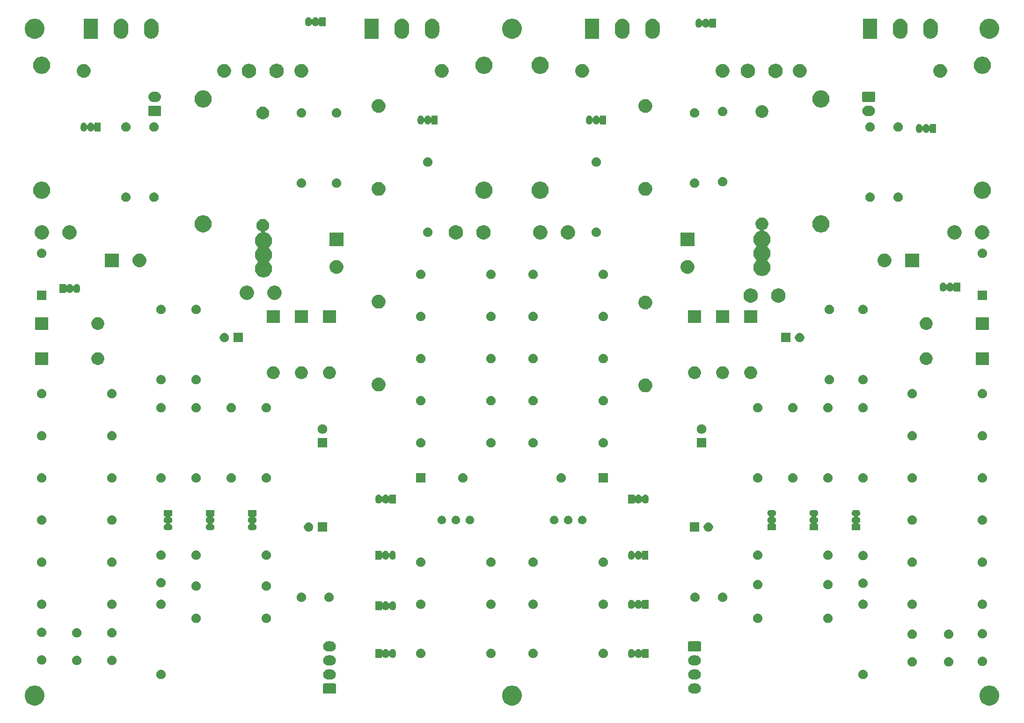
<source format=gbr>
G04 #@! TF.GenerationSoftware,KiCad,Pcbnew,5.1.5-1.fc31*
G04 #@! TF.CreationDate,2020-04-24T19:34:05+01:00*
G04 #@! TF.ProjectId,AR_A60_PA_25502_Issue8_v8.0_Stereo,41525f41-3630-45f5-9041-5f3235353032,rev?*
G04 #@! TF.SameCoordinates,Original*
G04 #@! TF.FileFunction,Soldermask,Bot*
G04 #@! TF.FilePolarity,Negative*
%FSLAX46Y46*%
G04 Gerber Fmt 4.6, Leading zero omitted, Abs format (unit mm)*
G04 Created by KiCad (PCBNEW 5.1.5-1.fc31) date 2020-04-24 19:34:05*
%MOMM*%
%LPD*%
G04 APERTURE LIST*
%ADD10C,0.100000*%
G04 APERTURE END LIST*
D10*
G36*
X238015331Y-144318211D02*
G01*
X238343092Y-144453974D01*
X238638070Y-144651072D01*
X238888928Y-144901930D01*
X239086026Y-145196908D01*
X239221789Y-145524669D01*
X239291000Y-145872616D01*
X239291000Y-146227384D01*
X239221789Y-146575331D01*
X239086026Y-146903092D01*
X238888928Y-147198070D01*
X238638070Y-147448928D01*
X238343092Y-147646026D01*
X238015331Y-147781789D01*
X237667384Y-147851000D01*
X237312616Y-147851000D01*
X236964669Y-147781789D01*
X236636908Y-147646026D01*
X236341930Y-147448928D01*
X236091072Y-147198070D01*
X235893974Y-146903092D01*
X235758211Y-146575331D01*
X235689000Y-146227384D01*
X235689000Y-145872616D01*
X235758211Y-145524669D01*
X235893974Y-145196908D01*
X236091072Y-144901930D01*
X236341930Y-144651072D01*
X236636908Y-144453974D01*
X236964669Y-144318211D01*
X237312616Y-144249000D01*
X237667384Y-144249000D01*
X238015331Y-144318211D01*
G37*
G36*
X151655331Y-144318211D02*
G01*
X151983092Y-144453974D01*
X152278070Y-144651072D01*
X152528928Y-144901930D01*
X152726026Y-145196908D01*
X152861789Y-145524669D01*
X152931000Y-145872616D01*
X152931000Y-146227384D01*
X152861789Y-146575331D01*
X152726026Y-146903092D01*
X152528928Y-147198070D01*
X152278070Y-147448928D01*
X151983092Y-147646026D01*
X151655331Y-147781789D01*
X151307384Y-147851000D01*
X150952616Y-147851000D01*
X150604669Y-147781789D01*
X150276908Y-147646026D01*
X149981930Y-147448928D01*
X149731072Y-147198070D01*
X149533974Y-146903092D01*
X149398211Y-146575331D01*
X149329000Y-146227384D01*
X149329000Y-145872616D01*
X149398211Y-145524669D01*
X149533974Y-145196908D01*
X149731072Y-144901930D01*
X149981930Y-144651072D01*
X150276908Y-144453974D01*
X150604669Y-144318211D01*
X150952616Y-144249000D01*
X151307384Y-144249000D01*
X151655331Y-144318211D01*
G37*
G36*
X65295331Y-144318211D02*
G01*
X65623092Y-144453974D01*
X65918070Y-144651072D01*
X66168928Y-144901930D01*
X66366026Y-145196908D01*
X66501789Y-145524669D01*
X66571000Y-145872616D01*
X66571000Y-146227384D01*
X66501789Y-146575331D01*
X66366026Y-146903092D01*
X66168928Y-147198070D01*
X65918070Y-147448928D01*
X65623092Y-147646026D01*
X65295331Y-147781789D01*
X64947384Y-147851000D01*
X64592616Y-147851000D01*
X64244669Y-147781789D01*
X63916908Y-147646026D01*
X63621930Y-147448928D01*
X63371072Y-147198070D01*
X63173974Y-146903092D01*
X63038211Y-146575331D01*
X62969000Y-146227384D01*
X62969000Y-145872616D01*
X63038211Y-145524669D01*
X63173974Y-145196908D01*
X63371072Y-144901930D01*
X63621930Y-144651072D01*
X63916908Y-144453974D01*
X64244669Y-144318211D01*
X64592616Y-144249000D01*
X64947384Y-144249000D01*
X65295331Y-144318211D01*
G37*
G36*
X184465512Y-143862966D02*
G01*
X184560548Y-143872326D01*
X184734157Y-143924990D01*
X184894156Y-144010511D01*
X184908612Y-144022375D01*
X185034397Y-144125603D01*
X185113729Y-144222271D01*
X185149489Y-144265844D01*
X185235010Y-144425843D01*
X185287674Y-144599452D01*
X185305456Y-144780000D01*
X185287674Y-144960548D01*
X185235010Y-145134157D01*
X185149489Y-145294156D01*
X185113729Y-145337729D01*
X185034397Y-145434397D01*
X184937729Y-145513729D01*
X184894156Y-145549489D01*
X184734157Y-145635010D01*
X184560548Y-145687674D01*
X184476874Y-145695915D01*
X184425245Y-145701000D01*
X183874755Y-145701000D01*
X183823126Y-145695915D01*
X183739452Y-145687674D01*
X183565843Y-145635010D01*
X183405844Y-145549489D01*
X183362271Y-145513729D01*
X183265603Y-145434397D01*
X183186271Y-145337729D01*
X183150511Y-145294156D01*
X183064990Y-145134157D01*
X183012326Y-144960548D01*
X182994544Y-144780000D01*
X183012326Y-144599452D01*
X183064990Y-144425843D01*
X183150511Y-144265844D01*
X183186271Y-144222271D01*
X183265603Y-144125603D01*
X183391388Y-144022375D01*
X183405844Y-144010511D01*
X183565843Y-143924990D01*
X183739452Y-143872326D01*
X183834488Y-143862966D01*
X183874755Y-143859000D01*
X184425245Y-143859000D01*
X184465512Y-143862966D01*
G37*
G36*
X119119561Y-143862966D02*
G01*
X119152383Y-143872923D01*
X119182632Y-143889092D01*
X119209148Y-143910852D01*
X119230908Y-143937368D01*
X119247077Y-143967617D01*
X119257034Y-144000439D01*
X119261000Y-144040713D01*
X119261000Y-145519287D01*
X119257034Y-145559561D01*
X119247077Y-145592383D01*
X119230908Y-145622632D01*
X119209148Y-145649148D01*
X119182632Y-145670908D01*
X119152383Y-145687077D01*
X119119561Y-145697034D01*
X119079287Y-145701000D01*
X117140713Y-145701000D01*
X117100439Y-145697034D01*
X117067617Y-145687077D01*
X117037368Y-145670908D01*
X117010852Y-145649148D01*
X116989092Y-145622632D01*
X116972923Y-145592383D01*
X116962966Y-145559561D01*
X116959000Y-145519287D01*
X116959000Y-144040713D01*
X116962966Y-144000439D01*
X116972923Y-143967617D01*
X116989092Y-143937368D01*
X117010852Y-143910852D01*
X117037368Y-143889092D01*
X117067617Y-143872923D01*
X117100439Y-143862966D01*
X117140713Y-143859000D01*
X119079287Y-143859000D01*
X119119561Y-143862966D01*
G37*
G36*
X118430345Y-141323442D02*
G01*
X118520548Y-141332326D01*
X118694157Y-141384990D01*
X118854156Y-141470511D01*
X118872850Y-141485853D01*
X118994397Y-141585603D01*
X119073729Y-141682271D01*
X119109489Y-141725844D01*
X119195010Y-141885843D01*
X119247674Y-142059452D01*
X119265456Y-142240000D01*
X119247674Y-142420548D01*
X119195010Y-142594157D01*
X119109489Y-142754156D01*
X119086244Y-142782480D01*
X118994397Y-142894397D01*
X118897729Y-142973729D01*
X118854156Y-143009489D01*
X118694157Y-143095010D01*
X118520548Y-143147674D01*
X118430345Y-143156558D01*
X118385245Y-143161000D01*
X117834755Y-143161000D01*
X117789655Y-143156558D01*
X117699452Y-143147674D01*
X117525843Y-143095010D01*
X117365844Y-143009489D01*
X117322271Y-142973729D01*
X117225603Y-142894397D01*
X117133756Y-142782480D01*
X117110511Y-142754156D01*
X117024990Y-142594157D01*
X116972326Y-142420548D01*
X116954544Y-142240000D01*
X116972326Y-142059452D01*
X117024990Y-141885843D01*
X117110511Y-141725844D01*
X117146271Y-141682271D01*
X117225603Y-141585603D01*
X117347150Y-141485853D01*
X117365844Y-141470511D01*
X117525843Y-141384990D01*
X117699452Y-141332326D01*
X117789655Y-141323442D01*
X117834755Y-141319000D01*
X118385245Y-141319000D01*
X118430345Y-141323442D01*
G37*
G36*
X184470345Y-141323442D02*
G01*
X184560548Y-141332326D01*
X184734157Y-141384990D01*
X184894156Y-141470511D01*
X184912850Y-141485853D01*
X185034397Y-141585603D01*
X185113729Y-141682271D01*
X185149489Y-141725844D01*
X185235010Y-141885843D01*
X185287674Y-142059452D01*
X185305456Y-142240000D01*
X185287674Y-142420548D01*
X185235010Y-142594157D01*
X185149489Y-142754156D01*
X185126244Y-142782480D01*
X185034397Y-142894397D01*
X184937729Y-142973729D01*
X184894156Y-143009489D01*
X184734157Y-143095010D01*
X184560548Y-143147674D01*
X184470345Y-143156558D01*
X184425245Y-143161000D01*
X183874755Y-143161000D01*
X183829655Y-143156558D01*
X183739452Y-143147674D01*
X183565843Y-143095010D01*
X183405844Y-143009489D01*
X183362271Y-142973729D01*
X183265603Y-142894397D01*
X183173756Y-142782480D01*
X183150511Y-142754156D01*
X183064990Y-142594157D01*
X183012326Y-142420548D01*
X182994544Y-142240000D01*
X183012326Y-142059452D01*
X183064990Y-141885843D01*
X183150511Y-141725844D01*
X183186271Y-141682271D01*
X183265603Y-141585603D01*
X183387150Y-141485853D01*
X183405844Y-141470511D01*
X183565843Y-141384990D01*
X183739452Y-141332326D01*
X183829655Y-141323442D01*
X183874755Y-141319000D01*
X184425245Y-141319000D01*
X184470345Y-141323442D01*
G37*
G36*
X214878228Y-141421703D02*
G01*
X215033100Y-141485853D01*
X215172481Y-141578985D01*
X215291015Y-141697519D01*
X215384147Y-141836900D01*
X215448297Y-141991772D01*
X215481000Y-142156184D01*
X215481000Y-142323816D01*
X215448297Y-142488228D01*
X215384147Y-142643100D01*
X215291015Y-142782481D01*
X215172481Y-142901015D01*
X215033100Y-142994147D01*
X214878228Y-143058297D01*
X214713816Y-143091000D01*
X214546184Y-143091000D01*
X214381772Y-143058297D01*
X214226900Y-142994147D01*
X214087519Y-142901015D01*
X213968985Y-142782481D01*
X213875853Y-142643100D01*
X213811703Y-142488228D01*
X213779000Y-142323816D01*
X213779000Y-142156184D01*
X213811703Y-141991772D01*
X213875853Y-141836900D01*
X213968985Y-141697519D01*
X214087519Y-141578985D01*
X214226900Y-141485853D01*
X214381772Y-141421703D01*
X214546184Y-141389000D01*
X214713816Y-141389000D01*
X214878228Y-141421703D01*
G37*
G36*
X87878228Y-141421703D02*
G01*
X88033100Y-141485853D01*
X88172481Y-141578985D01*
X88291015Y-141697519D01*
X88384147Y-141836900D01*
X88448297Y-141991772D01*
X88481000Y-142156184D01*
X88481000Y-142323816D01*
X88448297Y-142488228D01*
X88384147Y-142643100D01*
X88291015Y-142782481D01*
X88172481Y-142901015D01*
X88033100Y-142994147D01*
X87878228Y-143058297D01*
X87713816Y-143091000D01*
X87546184Y-143091000D01*
X87381772Y-143058297D01*
X87226900Y-142994147D01*
X87087519Y-142901015D01*
X86968985Y-142782481D01*
X86875853Y-142643100D01*
X86811703Y-142488228D01*
X86779000Y-142323816D01*
X86779000Y-142156184D01*
X86811703Y-141991772D01*
X86875853Y-141836900D01*
X86968985Y-141697519D01*
X87087519Y-141578985D01*
X87226900Y-141485853D01*
X87381772Y-141421703D01*
X87546184Y-141389000D01*
X87713816Y-141389000D01*
X87878228Y-141421703D01*
G37*
G36*
X223768228Y-139135703D02*
G01*
X223923100Y-139199853D01*
X224062481Y-139292985D01*
X224181015Y-139411519D01*
X224274147Y-139550900D01*
X224338297Y-139705772D01*
X224371000Y-139870184D01*
X224371000Y-140037816D01*
X224338297Y-140202228D01*
X224274147Y-140357100D01*
X224181015Y-140496481D01*
X224062481Y-140615015D01*
X223923100Y-140708147D01*
X223768228Y-140772297D01*
X223603816Y-140805000D01*
X223436184Y-140805000D01*
X223271772Y-140772297D01*
X223116900Y-140708147D01*
X222977519Y-140615015D01*
X222858985Y-140496481D01*
X222765853Y-140357100D01*
X222701703Y-140202228D01*
X222669000Y-140037816D01*
X222669000Y-139870184D01*
X222701703Y-139705772D01*
X222765853Y-139550900D01*
X222858985Y-139411519D01*
X222977519Y-139292985D01*
X223116900Y-139199853D01*
X223271772Y-139135703D01*
X223436184Y-139103000D01*
X223603816Y-139103000D01*
X223768228Y-139135703D01*
G37*
G36*
X230372228Y-139135703D02*
G01*
X230527100Y-139199853D01*
X230666481Y-139292985D01*
X230785015Y-139411519D01*
X230878147Y-139550900D01*
X230942297Y-139705772D01*
X230975000Y-139870184D01*
X230975000Y-140037816D01*
X230942297Y-140202228D01*
X230878147Y-140357100D01*
X230785015Y-140496481D01*
X230666481Y-140615015D01*
X230527100Y-140708147D01*
X230372228Y-140772297D01*
X230207816Y-140805000D01*
X230040184Y-140805000D01*
X229875772Y-140772297D01*
X229720900Y-140708147D01*
X229581519Y-140615015D01*
X229462985Y-140496481D01*
X229369853Y-140357100D01*
X229305703Y-140202228D01*
X229273000Y-140037816D01*
X229273000Y-139870184D01*
X229305703Y-139705772D01*
X229369853Y-139550900D01*
X229462985Y-139411519D01*
X229581519Y-139292985D01*
X229720900Y-139199853D01*
X229875772Y-139135703D01*
X230040184Y-139103000D01*
X230207816Y-139103000D01*
X230372228Y-139135703D01*
G37*
G36*
X236468228Y-139055703D02*
G01*
X236623100Y-139119853D01*
X236762481Y-139212985D01*
X236881015Y-139331519D01*
X236974147Y-139470900D01*
X237038297Y-139625772D01*
X237071000Y-139790184D01*
X237071000Y-139957816D01*
X237038297Y-140122228D01*
X236974147Y-140277100D01*
X236881015Y-140416481D01*
X236762481Y-140535015D01*
X236623100Y-140628147D01*
X236468228Y-140692297D01*
X236303816Y-140725000D01*
X236136184Y-140725000D01*
X235971772Y-140692297D01*
X235816900Y-140628147D01*
X235677519Y-140535015D01*
X235558985Y-140416481D01*
X235465853Y-140277100D01*
X235401703Y-140122228D01*
X235369000Y-139957816D01*
X235369000Y-139790184D01*
X235401703Y-139625772D01*
X235465853Y-139470900D01*
X235558985Y-139331519D01*
X235677519Y-139212985D01*
X235816900Y-139119853D01*
X235971772Y-139055703D01*
X236136184Y-139023000D01*
X236303816Y-139023000D01*
X236468228Y-139055703D01*
G37*
G36*
X184470345Y-138783442D02*
G01*
X184560548Y-138792326D01*
X184734157Y-138844990D01*
X184894156Y-138930511D01*
X184912850Y-138945853D01*
X185034397Y-139045603D01*
X185108339Y-139135703D01*
X185149489Y-139185844D01*
X185235010Y-139345843D01*
X185287674Y-139519452D01*
X185305456Y-139700000D01*
X185287674Y-139880548D01*
X185235010Y-140054157D01*
X185149489Y-140214156D01*
X185126244Y-140242480D01*
X185034397Y-140354397D01*
X184958746Y-140416481D01*
X184894156Y-140469489D01*
X184734157Y-140555010D01*
X184560548Y-140607674D01*
X184486012Y-140615015D01*
X184425245Y-140621000D01*
X183874755Y-140621000D01*
X183813988Y-140615015D01*
X183739452Y-140607674D01*
X183565843Y-140555010D01*
X183405844Y-140469489D01*
X183341254Y-140416481D01*
X183265603Y-140354397D01*
X183173756Y-140242480D01*
X183150511Y-140214156D01*
X183064990Y-140054157D01*
X183012326Y-139880548D01*
X182994544Y-139700000D01*
X183012326Y-139519452D01*
X183064990Y-139345843D01*
X183150511Y-139185844D01*
X183191661Y-139135703D01*
X183265603Y-139045603D01*
X183387150Y-138945853D01*
X183405844Y-138930511D01*
X183565843Y-138844990D01*
X183739452Y-138792326D01*
X183829655Y-138783442D01*
X183874755Y-138779000D01*
X184425245Y-138779000D01*
X184470345Y-138783442D01*
G37*
G36*
X118430345Y-138783442D02*
G01*
X118520548Y-138792326D01*
X118694157Y-138844990D01*
X118854156Y-138930511D01*
X118872850Y-138945853D01*
X118994397Y-139045603D01*
X119068339Y-139135703D01*
X119109489Y-139185844D01*
X119195010Y-139345843D01*
X119247674Y-139519452D01*
X119265456Y-139700000D01*
X119247674Y-139880548D01*
X119195010Y-140054157D01*
X119109489Y-140214156D01*
X119086244Y-140242480D01*
X118994397Y-140354397D01*
X118918746Y-140416481D01*
X118854156Y-140469489D01*
X118694157Y-140555010D01*
X118520548Y-140607674D01*
X118446012Y-140615015D01*
X118385245Y-140621000D01*
X117834755Y-140621000D01*
X117773988Y-140615015D01*
X117699452Y-140607674D01*
X117525843Y-140555010D01*
X117365844Y-140469489D01*
X117301254Y-140416481D01*
X117225603Y-140354397D01*
X117133756Y-140242480D01*
X117110511Y-140214156D01*
X117024990Y-140054157D01*
X116972326Y-139880548D01*
X116954544Y-139700000D01*
X116972326Y-139519452D01*
X117024990Y-139345843D01*
X117110511Y-139185844D01*
X117151661Y-139135703D01*
X117225603Y-139045603D01*
X117347150Y-138945853D01*
X117365844Y-138930511D01*
X117525843Y-138844990D01*
X117699452Y-138792326D01*
X117789655Y-138783442D01*
X117834755Y-138779000D01*
X118385245Y-138779000D01*
X118430345Y-138783442D01*
G37*
G36*
X78988228Y-138881703D02*
G01*
X79143100Y-138945853D01*
X79282481Y-139038985D01*
X79401015Y-139157519D01*
X79494147Y-139296900D01*
X79558297Y-139451772D01*
X79591000Y-139616184D01*
X79591000Y-139783816D01*
X79558297Y-139948228D01*
X79494147Y-140103100D01*
X79401015Y-140242481D01*
X79282481Y-140361015D01*
X79143100Y-140454147D01*
X78988228Y-140518297D01*
X78823816Y-140551000D01*
X78656184Y-140551000D01*
X78491772Y-140518297D01*
X78336900Y-140454147D01*
X78197519Y-140361015D01*
X78078985Y-140242481D01*
X77985853Y-140103100D01*
X77921703Y-139948228D01*
X77889000Y-139783816D01*
X77889000Y-139616184D01*
X77921703Y-139451772D01*
X77985853Y-139296900D01*
X78078985Y-139157519D01*
X78197519Y-139038985D01*
X78336900Y-138945853D01*
X78491772Y-138881703D01*
X78656184Y-138849000D01*
X78823816Y-138849000D01*
X78988228Y-138881703D01*
G37*
G36*
X72638228Y-138881703D02*
G01*
X72793100Y-138945853D01*
X72932481Y-139038985D01*
X73051015Y-139157519D01*
X73144147Y-139296900D01*
X73208297Y-139451772D01*
X73241000Y-139616184D01*
X73241000Y-139783816D01*
X73208297Y-139948228D01*
X73144147Y-140103100D01*
X73051015Y-140242481D01*
X72932481Y-140361015D01*
X72793100Y-140454147D01*
X72638228Y-140518297D01*
X72473816Y-140551000D01*
X72306184Y-140551000D01*
X72141772Y-140518297D01*
X71986900Y-140454147D01*
X71847519Y-140361015D01*
X71728985Y-140242481D01*
X71635853Y-140103100D01*
X71571703Y-139948228D01*
X71539000Y-139783816D01*
X71539000Y-139616184D01*
X71571703Y-139451772D01*
X71635853Y-139296900D01*
X71728985Y-139157519D01*
X71847519Y-139038985D01*
X71986900Y-138945853D01*
X72141772Y-138881703D01*
X72306184Y-138849000D01*
X72473816Y-138849000D01*
X72638228Y-138881703D01*
G37*
G36*
X66288228Y-138801703D02*
G01*
X66443100Y-138865853D01*
X66582481Y-138958985D01*
X66701015Y-139077519D01*
X66794147Y-139216900D01*
X66858297Y-139371772D01*
X66891000Y-139536184D01*
X66891000Y-139703816D01*
X66858297Y-139868228D01*
X66794147Y-140023100D01*
X66701015Y-140162481D01*
X66582481Y-140281015D01*
X66443100Y-140374147D01*
X66288228Y-140438297D01*
X66123816Y-140471000D01*
X65956184Y-140471000D01*
X65791772Y-140438297D01*
X65636900Y-140374147D01*
X65497519Y-140281015D01*
X65378985Y-140162481D01*
X65285853Y-140023100D01*
X65221703Y-139868228D01*
X65189000Y-139703816D01*
X65189000Y-139536184D01*
X65221703Y-139371772D01*
X65285853Y-139216900D01*
X65378985Y-139077519D01*
X65497519Y-138958985D01*
X65636900Y-138865853D01*
X65791772Y-138801703D01*
X65956184Y-138769000D01*
X66123816Y-138769000D01*
X66288228Y-138801703D01*
G37*
G36*
X167888228Y-137611703D02*
G01*
X168043100Y-137675853D01*
X168182481Y-137768985D01*
X168301015Y-137887519D01*
X168394147Y-138026900D01*
X168458297Y-138181772D01*
X168491000Y-138346184D01*
X168491000Y-138513816D01*
X168458297Y-138678228D01*
X168394147Y-138833100D01*
X168301015Y-138972481D01*
X168182481Y-139091015D01*
X168043100Y-139184147D01*
X167888228Y-139248297D01*
X167723816Y-139281000D01*
X167556184Y-139281000D01*
X167391772Y-139248297D01*
X167236900Y-139184147D01*
X167097519Y-139091015D01*
X166978985Y-138972481D01*
X166885853Y-138833100D01*
X166821703Y-138678228D01*
X166789000Y-138513816D01*
X166789000Y-138346184D01*
X166821703Y-138181772D01*
X166885853Y-138026900D01*
X166978985Y-137887519D01*
X167097519Y-137768985D01*
X167236900Y-137675853D01*
X167391772Y-137611703D01*
X167556184Y-137579000D01*
X167723816Y-137579000D01*
X167888228Y-137611703D01*
G37*
G36*
X134868228Y-137611703D02*
G01*
X135023100Y-137675853D01*
X135162481Y-137768985D01*
X135281015Y-137887519D01*
X135374147Y-138026900D01*
X135438297Y-138181772D01*
X135471000Y-138346184D01*
X135471000Y-138513816D01*
X135438297Y-138678228D01*
X135374147Y-138833100D01*
X135281015Y-138972481D01*
X135162481Y-139091015D01*
X135023100Y-139184147D01*
X134868228Y-139248297D01*
X134703816Y-139281000D01*
X134536184Y-139281000D01*
X134371772Y-139248297D01*
X134216900Y-139184147D01*
X134077519Y-139091015D01*
X133958985Y-138972481D01*
X133865853Y-138833100D01*
X133801703Y-138678228D01*
X133769000Y-138513816D01*
X133769000Y-138346184D01*
X133801703Y-138181772D01*
X133865853Y-138026900D01*
X133958985Y-137887519D01*
X134077519Y-137768985D01*
X134216900Y-137675853D01*
X134371772Y-137611703D01*
X134536184Y-137579000D01*
X134703816Y-137579000D01*
X134868228Y-137611703D01*
G37*
G36*
X147568228Y-137611703D02*
G01*
X147723100Y-137675853D01*
X147862481Y-137768985D01*
X147981015Y-137887519D01*
X148074147Y-138026900D01*
X148138297Y-138181772D01*
X148171000Y-138346184D01*
X148171000Y-138513816D01*
X148138297Y-138678228D01*
X148074147Y-138833100D01*
X147981015Y-138972481D01*
X147862481Y-139091015D01*
X147723100Y-139184147D01*
X147568228Y-139248297D01*
X147403816Y-139281000D01*
X147236184Y-139281000D01*
X147071772Y-139248297D01*
X146916900Y-139184147D01*
X146777519Y-139091015D01*
X146658985Y-138972481D01*
X146565853Y-138833100D01*
X146501703Y-138678228D01*
X146469000Y-138513816D01*
X146469000Y-138346184D01*
X146501703Y-138181772D01*
X146565853Y-138026900D01*
X146658985Y-137887519D01*
X146777519Y-137768985D01*
X146916900Y-137675853D01*
X147071772Y-137611703D01*
X147236184Y-137579000D01*
X147403816Y-137579000D01*
X147568228Y-137611703D01*
G37*
G36*
X155188228Y-137611703D02*
G01*
X155343100Y-137675853D01*
X155482481Y-137768985D01*
X155601015Y-137887519D01*
X155694147Y-138026900D01*
X155758297Y-138181772D01*
X155791000Y-138346184D01*
X155791000Y-138513816D01*
X155758297Y-138678228D01*
X155694147Y-138833100D01*
X155601015Y-138972481D01*
X155482481Y-139091015D01*
X155343100Y-139184147D01*
X155188228Y-139248297D01*
X155023816Y-139281000D01*
X154856184Y-139281000D01*
X154691772Y-139248297D01*
X154536900Y-139184147D01*
X154397519Y-139091015D01*
X154278985Y-138972481D01*
X154185853Y-138833100D01*
X154121703Y-138678228D01*
X154089000Y-138513816D01*
X154089000Y-138346184D01*
X154121703Y-138181772D01*
X154185853Y-138026900D01*
X154278985Y-137887519D01*
X154397519Y-137768985D01*
X154536900Y-137675853D01*
X154691772Y-137611703D01*
X154856184Y-137579000D01*
X155023816Y-137579000D01*
X155188228Y-137611703D01*
G37*
G36*
X174102916Y-137637334D02*
G01*
X174211492Y-137670271D01*
X174211495Y-137670272D01*
X174247601Y-137689571D01*
X174311557Y-137723756D01*
X174399264Y-137795736D01*
X174462383Y-137872646D01*
X174479702Y-137889965D01*
X174500077Y-137903579D01*
X174522716Y-137912957D01*
X174546749Y-137917737D01*
X174571253Y-137917737D01*
X174595286Y-137912957D01*
X174617925Y-137903579D01*
X174638299Y-137889966D01*
X174655626Y-137872639D01*
X174669240Y-137852264D01*
X174678618Y-137829625D01*
X174683398Y-137805592D01*
X174684000Y-137793340D01*
X174684000Y-137629000D01*
X175836000Y-137629000D01*
X175836000Y-139231000D01*
X174684000Y-139231000D01*
X174684000Y-139066660D01*
X174681598Y-139042274D01*
X174674485Y-139018825D01*
X174662934Y-138997214D01*
X174647389Y-138978272D01*
X174628447Y-138962727D01*
X174606836Y-138951176D01*
X174583387Y-138944063D01*
X174559001Y-138941661D01*
X174534615Y-138944063D01*
X174511166Y-138951176D01*
X174489555Y-138962727D01*
X174462381Y-138987356D01*
X174399264Y-139064264D01*
X174311556Y-139136244D01*
X174247600Y-139170429D01*
X174211494Y-139189728D01*
X174211491Y-139189729D01*
X174102915Y-139222666D01*
X173990000Y-139233787D01*
X173877084Y-139222666D01*
X173768508Y-139189729D01*
X173768505Y-139189728D01*
X173732399Y-139170429D01*
X173668443Y-139136244D01*
X173580736Y-139064264D01*
X173508756Y-138976556D01*
X173465239Y-138895140D01*
X173451625Y-138874766D01*
X173434298Y-138857439D01*
X173413924Y-138843825D01*
X173391285Y-138834448D01*
X173367251Y-138829668D01*
X173342747Y-138829668D01*
X173318714Y-138834449D01*
X173296075Y-138843826D01*
X173275701Y-138857440D01*
X173258374Y-138874767D01*
X173244762Y-138895140D01*
X173201244Y-138976557D01*
X173129264Y-139064264D01*
X173041556Y-139136244D01*
X172977600Y-139170429D01*
X172941494Y-139189728D01*
X172941491Y-139189729D01*
X172832915Y-139222666D01*
X172720000Y-139233787D01*
X172607084Y-139222666D01*
X172498508Y-139189729D01*
X172498505Y-139189728D01*
X172462399Y-139170429D01*
X172398443Y-139136244D01*
X172310736Y-139064264D01*
X172238756Y-138976556D01*
X172195239Y-138895140D01*
X172185272Y-138876494D01*
X172179492Y-138857440D01*
X172152334Y-138767915D01*
X172144000Y-138683297D01*
X172144000Y-138176702D01*
X172152334Y-138092084D01*
X172185271Y-137983508D01*
X172185272Y-137983505D01*
X172238756Y-137883445D01*
X172238757Y-137883443D01*
X172310737Y-137795736D01*
X172398444Y-137723756D01*
X172462400Y-137689571D01*
X172498506Y-137670272D01*
X172498509Y-137670271D01*
X172607085Y-137637334D01*
X172720000Y-137626213D01*
X172832916Y-137637334D01*
X172941492Y-137670271D01*
X172941495Y-137670272D01*
X172977601Y-137689571D01*
X173041557Y-137723756D01*
X173129264Y-137795736D01*
X173201244Y-137883443D01*
X173244761Y-137964859D01*
X173258375Y-137985234D01*
X173275702Y-138002561D01*
X173296076Y-138016174D01*
X173318715Y-138025552D01*
X173342748Y-138030332D01*
X173367252Y-138030332D01*
X173391285Y-138025552D01*
X173413924Y-138016174D01*
X173434299Y-138002560D01*
X173451626Y-137985233D01*
X173465239Y-137964859D01*
X173508756Y-137883445D01*
X173508757Y-137883443D01*
X173580737Y-137795736D01*
X173668444Y-137723756D01*
X173732400Y-137689571D01*
X173768506Y-137670272D01*
X173768509Y-137670271D01*
X173877085Y-137637334D01*
X173990000Y-137626213D01*
X174102916Y-137637334D01*
G37*
G36*
X129652915Y-137637334D02*
G01*
X129761491Y-137670271D01*
X129761494Y-137670272D01*
X129797600Y-137689571D01*
X129861556Y-137723756D01*
X129949264Y-137795736D01*
X130021244Y-137883443D01*
X130051239Y-137939561D01*
X130074728Y-137983505D01*
X130074729Y-137983508D01*
X130107666Y-138092084D01*
X130116000Y-138176702D01*
X130116000Y-138683297D01*
X130107666Y-138767916D01*
X130075252Y-138874767D01*
X130074728Y-138876495D01*
X130071944Y-138881703D01*
X130021244Y-138976557D01*
X129949264Y-139064264D01*
X129861557Y-139136244D01*
X129797601Y-139170429D01*
X129761495Y-139189728D01*
X129761492Y-139189729D01*
X129652916Y-139222666D01*
X129540000Y-139233787D01*
X129427085Y-139222666D01*
X129318509Y-139189729D01*
X129318506Y-139189728D01*
X129282400Y-139170429D01*
X129218444Y-139136244D01*
X129130737Y-139064264D01*
X129058757Y-138976557D01*
X129015239Y-138895141D01*
X129001625Y-138874766D01*
X128984298Y-138857439D01*
X128963924Y-138843826D01*
X128941285Y-138834448D01*
X128917252Y-138829668D01*
X128892748Y-138829668D01*
X128868715Y-138834448D01*
X128846076Y-138843826D01*
X128825701Y-138857440D01*
X128808374Y-138874767D01*
X128794762Y-138895140D01*
X128751244Y-138976557D01*
X128679264Y-139064264D01*
X128591557Y-139136244D01*
X128527601Y-139170429D01*
X128491495Y-139189728D01*
X128491492Y-139189729D01*
X128382916Y-139222666D01*
X128270000Y-139233787D01*
X128157085Y-139222666D01*
X128048509Y-139189729D01*
X128048506Y-139189728D01*
X128012400Y-139170429D01*
X127948444Y-139136244D01*
X127860737Y-139064264D01*
X127797622Y-138987359D01*
X127780297Y-138970034D01*
X127759923Y-138956420D01*
X127737284Y-138947043D01*
X127713250Y-138942263D01*
X127688746Y-138942263D01*
X127664713Y-138947044D01*
X127642074Y-138956421D01*
X127621700Y-138970035D01*
X127604373Y-138987362D01*
X127590759Y-139007736D01*
X127581382Y-139030375D01*
X127576000Y-139066660D01*
X127576000Y-139231000D01*
X126424000Y-139231000D01*
X126424000Y-137629000D01*
X127576000Y-137629000D01*
X127576000Y-137793341D01*
X127578402Y-137817727D01*
X127585515Y-137841176D01*
X127597066Y-137862787D01*
X127612611Y-137881729D01*
X127631553Y-137897274D01*
X127653164Y-137908825D01*
X127676613Y-137915938D01*
X127700999Y-137918340D01*
X127725385Y-137915938D01*
X127748834Y-137908825D01*
X127770445Y-137897274D01*
X127789387Y-137881729D01*
X127797608Y-137872657D01*
X127860736Y-137795736D01*
X127948443Y-137723756D01*
X128012399Y-137689571D01*
X128048505Y-137670272D01*
X128048508Y-137670271D01*
X128157084Y-137637334D01*
X128270000Y-137626213D01*
X128382915Y-137637334D01*
X128491491Y-137670271D01*
X128491494Y-137670272D01*
X128527600Y-137689571D01*
X128591556Y-137723756D01*
X128679264Y-137795736D01*
X128751244Y-137883443D01*
X128794761Y-137964859D01*
X128808375Y-137985234D01*
X128825702Y-138002561D01*
X128846076Y-138016174D01*
X128868715Y-138025552D01*
X128892748Y-138030332D01*
X128917252Y-138030332D01*
X128941285Y-138025552D01*
X128963924Y-138016174D01*
X128984299Y-138002560D01*
X129001626Y-137985233D01*
X129015239Y-137964860D01*
X129058756Y-137883444D01*
X129130736Y-137795736D01*
X129218443Y-137723756D01*
X129282399Y-137689571D01*
X129318505Y-137670272D01*
X129318508Y-137670271D01*
X129427084Y-137637334D01*
X129540000Y-137626213D01*
X129652915Y-137637334D01*
G37*
G36*
X118425512Y-136242966D02*
G01*
X118520548Y-136252326D01*
X118694157Y-136304990D01*
X118854156Y-136390511D01*
X118868612Y-136402375D01*
X118994397Y-136505603D01*
X119073729Y-136602271D01*
X119109489Y-136645844D01*
X119195010Y-136805843D01*
X119247674Y-136979452D01*
X119265456Y-137160000D01*
X119247674Y-137340548D01*
X119195010Y-137514157D01*
X119109489Y-137674156D01*
X119108096Y-137675853D01*
X118994397Y-137814397D01*
X118897729Y-137893729D01*
X118854156Y-137929489D01*
X118694157Y-138015010D01*
X118520548Y-138067674D01*
X118436874Y-138075915D01*
X118385245Y-138081000D01*
X117834755Y-138081000D01*
X117783126Y-138075915D01*
X117699452Y-138067674D01*
X117525843Y-138015010D01*
X117365844Y-137929489D01*
X117322271Y-137893729D01*
X117225603Y-137814397D01*
X117111904Y-137675853D01*
X117110511Y-137674156D01*
X117024990Y-137514157D01*
X116972326Y-137340548D01*
X116954544Y-137160000D01*
X116972326Y-136979452D01*
X117024990Y-136805843D01*
X117110511Y-136645844D01*
X117146271Y-136602271D01*
X117225603Y-136505603D01*
X117351388Y-136402375D01*
X117365844Y-136390511D01*
X117525843Y-136304990D01*
X117699452Y-136252326D01*
X117794488Y-136242966D01*
X117834755Y-136239000D01*
X118385245Y-136239000D01*
X118425512Y-136242966D01*
G37*
G36*
X185159561Y-136242966D02*
G01*
X185192383Y-136252923D01*
X185222632Y-136269092D01*
X185249148Y-136290852D01*
X185270908Y-136317368D01*
X185287077Y-136347617D01*
X185297034Y-136380439D01*
X185301000Y-136420713D01*
X185301000Y-137899287D01*
X185297034Y-137939561D01*
X185287077Y-137972383D01*
X185270908Y-138002632D01*
X185249148Y-138029148D01*
X185222632Y-138050908D01*
X185192383Y-138067077D01*
X185159561Y-138077034D01*
X185119287Y-138081000D01*
X183180713Y-138081000D01*
X183140439Y-138077034D01*
X183107617Y-138067077D01*
X183077368Y-138050908D01*
X183050852Y-138029148D01*
X183029092Y-138002632D01*
X183012923Y-137972383D01*
X183002966Y-137939561D01*
X182999000Y-137899287D01*
X182999000Y-136420713D01*
X183002966Y-136380439D01*
X183012923Y-136347617D01*
X183029092Y-136317368D01*
X183050852Y-136290852D01*
X183077368Y-136269092D01*
X183107617Y-136252923D01*
X183140439Y-136242966D01*
X183180713Y-136239000D01*
X185119287Y-136239000D01*
X185159561Y-136242966D01*
G37*
G36*
X223768228Y-134135703D02*
G01*
X223923100Y-134199853D01*
X224062481Y-134292985D01*
X224181015Y-134411519D01*
X224274147Y-134550900D01*
X224338297Y-134705772D01*
X224371000Y-134870184D01*
X224371000Y-135037816D01*
X224338297Y-135202228D01*
X224274147Y-135357100D01*
X224181015Y-135496481D01*
X224062481Y-135615015D01*
X223923100Y-135708147D01*
X223768228Y-135772297D01*
X223603816Y-135805000D01*
X223436184Y-135805000D01*
X223271772Y-135772297D01*
X223116900Y-135708147D01*
X222977519Y-135615015D01*
X222858985Y-135496481D01*
X222765853Y-135357100D01*
X222701703Y-135202228D01*
X222669000Y-135037816D01*
X222669000Y-134870184D01*
X222701703Y-134705772D01*
X222765853Y-134550900D01*
X222858985Y-134411519D01*
X222977519Y-134292985D01*
X223116900Y-134199853D01*
X223271772Y-134135703D01*
X223436184Y-134103000D01*
X223603816Y-134103000D01*
X223768228Y-134135703D01*
G37*
G36*
X230372228Y-134135703D02*
G01*
X230527100Y-134199853D01*
X230666481Y-134292985D01*
X230785015Y-134411519D01*
X230878147Y-134550900D01*
X230942297Y-134705772D01*
X230975000Y-134870184D01*
X230975000Y-135037816D01*
X230942297Y-135202228D01*
X230878147Y-135357100D01*
X230785015Y-135496481D01*
X230666481Y-135615015D01*
X230527100Y-135708147D01*
X230372228Y-135772297D01*
X230207816Y-135805000D01*
X230040184Y-135805000D01*
X229875772Y-135772297D01*
X229720900Y-135708147D01*
X229581519Y-135615015D01*
X229462985Y-135496481D01*
X229369853Y-135357100D01*
X229305703Y-135202228D01*
X229273000Y-135037816D01*
X229273000Y-134870184D01*
X229305703Y-134705772D01*
X229369853Y-134550900D01*
X229462985Y-134411519D01*
X229581519Y-134292985D01*
X229720900Y-134199853D01*
X229875772Y-134135703D01*
X230040184Y-134103000D01*
X230207816Y-134103000D01*
X230372228Y-134135703D01*
G37*
G36*
X236468228Y-134055703D02*
G01*
X236623100Y-134119853D01*
X236762481Y-134212985D01*
X236881015Y-134331519D01*
X236974147Y-134470900D01*
X237038297Y-134625772D01*
X237071000Y-134790184D01*
X237071000Y-134957816D01*
X237038297Y-135122228D01*
X236974147Y-135277100D01*
X236881015Y-135416481D01*
X236762481Y-135535015D01*
X236623100Y-135628147D01*
X236468228Y-135692297D01*
X236303816Y-135725000D01*
X236136184Y-135725000D01*
X235971772Y-135692297D01*
X235816900Y-135628147D01*
X235677519Y-135535015D01*
X235558985Y-135416481D01*
X235465853Y-135277100D01*
X235401703Y-135122228D01*
X235369000Y-134957816D01*
X235369000Y-134790184D01*
X235401703Y-134625772D01*
X235465853Y-134470900D01*
X235558985Y-134331519D01*
X235677519Y-134212985D01*
X235816900Y-134119853D01*
X235971772Y-134055703D01*
X236136184Y-134023000D01*
X236303816Y-134023000D01*
X236468228Y-134055703D01*
G37*
G36*
X72638228Y-133881703D02*
G01*
X72793100Y-133945853D01*
X72932481Y-134038985D01*
X73051015Y-134157519D01*
X73144147Y-134296900D01*
X73208297Y-134451772D01*
X73241000Y-134616184D01*
X73241000Y-134783816D01*
X73208297Y-134948228D01*
X73144147Y-135103100D01*
X73051015Y-135242481D01*
X72932481Y-135361015D01*
X72793100Y-135454147D01*
X72638228Y-135518297D01*
X72473816Y-135551000D01*
X72306184Y-135551000D01*
X72141772Y-135518297D01*
X71986900Y-135454147D01*
X71847519Y-135361015D01*
X71728985Y-135242481D01*
X71635853Y-135103100D01*
X71571703Y-134948228D01*
X71539000Y-134783816D01*
X71539000Y-134616184D01*
X71571703Y-134451772D01*
X71635853Y-134296900D01*
X71728985Y-134157519D01*
X71847519Y-134038985D01*
X71986900Y-133945853D01*
X72141772Y-133881703D01*
X72306184Y-133849000D01*
X72473816Y-133849000D01*
X72638228Y-133881703D01*
G37*
G36*
X78988228Y-133881703D02*
G01*
X79143100Y-133945853D01*
X79282481Y-134038985D01*
X79401015Y-134157519D01*
X79494147Y-134296900D01*
X79558297Y-134451772D01*
X79591000Y-134616184D01*
X79591000Y-134783816D01*
X79558297Y-134948228D01*
X79494147Y-135103100D01*
X79401015Y-135242481D01*
X79282481Y-135361015D01*
X79143100Y-135454147D01*
X78988228Y-135518297D01*
X78823816Y-135551000D01*
X78656184Y-135551000D01*
X78491772Y-135518297D01*
X78336900Y-135454147D01*
X78197519Y-135361015D01*
X78078985Y-135242481D01*
X77985853Y-135103100D01*
X77921703Y-134948228D01*
X77889000Y-134783816D01*
X77889000Y-134616184D01*
X77921703Y-134451772D01*
X77985853Y-134296900D01*
X78078985Y-134157519D01*
X78197519Y-134038985D01*
X78336900Y-133945853D01*
X78491772Y-133881703D01*
X78656184Y-133849000D01*
X78823816Y-133849000D01*
X78988228Y-133881703D01*
G37*
G36*
X66288228Y-133801703D02*
G01*
X66443100Y-133865853D01*
X66582481Y-133958985D01*
X66701015Y-134077519D01*
X66794147Y-134216900D01*
X66858297Y-134371772D01*
X66891000Y-134536184D01*
X66891000Y-134703816D01*
X66858297Y-134868228D01*
X66794147Y-135023100D01*
X66701015Y-135162481D01*
X66582481Y-135281015D01*
X66443100Y-135374147D01*
X66288228Y-135438297D01*
X66123816Y-135471000D01*
X65956184Y-135471000D01*
X65791772Y-135438297D01*
X65636900Y-135374147D01*
X65497519Y-135281015D01*
X65378985Y-135162481D01*
X65285853Y-135023100D01*
X65221703Y-134868228D01*
X65189000Y-134703816D01*
X65189000Y-134536184D01*
X65221703Y-134371772D01*
X65285853Y-134216900D01*
X65378985Y-134077519D01*
X65497519Y-133958985D01*
X65636900Y-133865853D01*
X65791772Y-133801703D01*
X65956184Y-133769000D01*
X66123816Y-133769000D01*
X66288228Y-133801703D01*
G37*
G36*
X94228228Y-131261703D02*
G01*
X94383100Y-131325853D01*
X94522481Y-131418985D01*
X94641015Y-131537519D01*
X94734147Y-131676900D01*
X94798297Y-131831772D01*
X94831000Y-131996184D01*
X94831000Y-132163816D01*
X94798297Y-132328228D01*
X94734147Y-132483100D01*
X94641015Y-132622481D01*
X94522481Y-132741015D01*
X94383100Y-132834147D01*
X94228228Y-132898297D01*
X94063816Y-132931000D01*
X93896184Y-132931000D01*
X93731772Y-132898297D01*
X93576900Y-132834147D01*
X93437519Y-132741015D01*
X93318985Y-132622481D01*
X93225853Y-132483100D01*
X93161703Y-132328228D01*
X93129000Y-132163816D01*
X93129000Y-131996184D01*
X93161703Y-131831772D01*
X93225853Y-131676900D01*
X93318985Y-131537519D01*
X93437519Y-131418985D01*
X93576900Y-131325853D01*
X93731772Y-131261703D01*
X93896184Y-131229000D01*
X94063816Y-131229000D01*
X94228228Y-131261703D01*
G37*
G36*
X195828228Y-131261703D02*
G01*
X195983100Y-131325853D01*
X196122481Y-131418985D01*
X196241015Y-131537519D01*
X196334147Y-131676900D01*
X196398297Y-131831772D01*
X196431000Y-131996184D01*
X196431000Y-132163816D01*
X196398297Y-132328228D01*
X196334147Y-132483100D01*
X196241015Y-132622481D01*
X196122481Y-132741015D01*
X195983100Y-132834147D01*
X195828228Y-132898297D01*
X195663816Y-132931000D01*
X195496184Y-132931000D01*
X195331772Y-132898297D01*
X195176900Y-132834147D01*
X195037519Y-132741015D01*
X194918985Y-132622481D01*
X194825853Y-132483100D01*
X194761703Y-132328228D01*
X194729000Y-132163816D01*
X194729000Y-131996184D01*
X194761703Y-131831772D01*
X194825853Y-131676900D01*
X194918985Y-131537519D01*
X195037519Y-131418985D01*
X195176900Y-131325853D01*
X195331772Y-131261703D01*
X195496184Y-131229000D01*
X195663816Y-131229000D01*
X195828228Y-131261703D01*
G37*
G36*
X208528228Y-131261703D02*
G01*
X208683100Y-131325853D01*
X208822481Y-131418985D01*
X208941015Y-131537519D01*
X209034147Y-131676900D01*
X209098297Y-131831772D01*
X209131000Y-131996184D01*
X209131000Y-132163816D01*
X209098297Y-132328228D01*
X209034147Y-132483100D01*
X208941015Y-132622481D01*
X208822481Y-132741015D01*
X208683100Y-132834147D01*
X208528228Y-132898297D01*
X208363816Y-132931000D01*
X208196184Y-132931000D01*
X208031772Y-132898297D01*
X207876900Y-132834147D01*
X207737519Y-132741015D01*
X207618985Y-132622481D01*
X207525853Y-132483100D01*
X207461703Y-132328228D01*
X207429000Y-132163816D01*
X207429000Y-131996184D01*
X207461703Y-131831772D01*
X207525853Y-131676900D01*
X207618985Y-131537519D01*
X207737519Y-131418985D01*
X207876900Y-131325853D01*
X208031772Y-131261703D01*
X208196184Y-131229000D01*
X208363816Y-131229000D01*
X208528228Y-131261703D01*
G37*
G36*
X106928228Y-131261703D02*
G01*
X107083100Y-131325853D01*
X107222481Y-131418985D01*
X107341015Y-131537519D01*
X107434147Y-131676900D01*
X107498297Y-131831772D01*
X107531000Y-131996184D01*
X107531000Y-132163816D01*
X107498297Y-132328228D01*
X107434147Y-132483100D01*
X107341015Y-132622481D01*
X107222481Y-132741015D01*
X107083100Y-132834147D01*
X106928228Y-132898297D01*
X106763816Y-132931000D01*
X106596184Y-132931000D01*
X106431772Y-132898297D01*
X106276900Y-132834147D01*
X106137519Y-132741015D01*
X106018985Y-132622481D01*
X105925853Y-132483100D01*
X105861703Y-132328228D01*
X105829000Y-132163816D01*
X105829000Y-131996184D01*
X105861703Y-131831772D01*
X105925853Y-131676900D01*
X106018985Y-131537519D01*
X106137519Y-131418985D01*
X106276900Y-131325853D01*
X106431772Y-131261703D01*
X106596184Y-131229000D01*
X106763816Y-131229000D01*
X106928228Y-131261703D01*
G37*
G36*
X129652915Y-129001334D02*
G01*
X129761491Y-129034271D01*
X129761494Y-129034272D01*
X129797600Y-129053571D01*
X129861556Y-129087756D01*
X129949264Y-129159736D01*
X130021244Y-129247443D01*
X130044937Y-129291771D01*
X130074728Y-129347505D01*
X130074729Y-129347508D01*
X130107666Y-129456084D01*
X130116000Y-129540702D01*
X130116000Y-130047297D01*
X130107666Y-130131916D01*
X130075252Y-130238767D01*
X130074728Y-130240495D01*
X130071655Y-130246244D01*
X130021244Y-130340557D01*
X129949264Y-130428264D01*
X129861557Y-130500244D01*
X129797601Y-130534429D01*
X129761495Y-130553728D01*
X129761492Y-130553729D01*
X129652916Y-130586666D01*
X129540000Y-130597787D01*
X129427085Y-130586666D01*
X129318509Y-130553729D01*
X129318506Y-130553728D01*
X129282400Y-130534429D01*
X129218444Y-130500244D01*
X129130737Y-130428264D01*
X129058757Y-130340557D01*
X129015239Y-130259141D01*
X129001625Y-130238766D01*
X128984298Y-130221439D01*
X128963924Y-130207826D01*
X128941285Y-130198448D01*
X128917252Y-130193668D01*
X128892748Y-130193668D01*
X128868715Y-130198448D01*
X128846076Y-130207826D01*
X128825701Y-130221440D01*
X128808374Y-130238767D01*
X128794761Y-130259141D01*
X128751244Y-130340557D01*
X128679264Y-130428264D01*
X128591557Y-130500244D01*
X128527601Y-130534429D01*
X128491495Y-130553728D01*
X128491492Y-130553729D01*
X128382916Y-130586666D01*
X128270000Y-130597787D01*
X128157085Y-130586666D01*
X128048509Y-130553729D01*
X128048506Y-130553728D01*
X128012400Y-130534429D01*
X127948444Y-130500244D01*
X127860737Y-130428264D01*
X127797622Y-130351359D01*
X127780297Y-130334034D01*
X127759923Y-130320420D01*
X127737284Y-130311043D01*
X127713250Y-130306263D01*
X127688746Y-130306263D01*
X127664713Y-130311044D01*
X127642074Y-130320421D01*
X127621700Y-130334035D01*
X127604373Y-130351362D01*
X127590759Y-130371736D01*
X127581382Y-130394375D01*
X127576000Y-130430660D01*
X127576000Y-130595000D01*
X126424000Y-130595000D01*
X126424000Y-128993000D01*
X127576000Y-128993000D01*
X127576000Y-129157341D01*
X127578402Y-129181727D01*
X127585515Y-129205176D01*
X127597066Y-129226787D01*
X127612611Y-129245729D01*
X127631553Y-129261274D01*
X127653164Y-129272825D01*
X127676613Y-129279938D01*
X127700999Y-129282340D01*
X127725385Y-129279938D01*
X127748834Y-129272825D01*
X127770445Y-129261274D01*
X127789387Y-129245729D01*
X127797608Y-129236657D01*
X127860736Y-129159736D01*
X127948443Y-129087756D01*
X128012399Y-129053571D01*
X128048505Y-129034272D01*
X128048508Y-129034271D01*
X128157084Y-129001334D01*
X128270000Y-128990213D01*
X128382915Y-129001334D01*
X128491491Y-129034271D01*
X128491494Y-129034272D01*
X128527600Y-129053571D01*
X128591556Y-129087756D01*
X128679264Y-129159736D01*
X128751244Y-129247443D01*
X128794761Y-129328859D01*
X128808375Y-129349234D01*
X128825702Y-129366561D01*
X128846076Y-129380174D01*
X128868715Y-129389552D01*
X128892748Y-129394332D01*
X128917252Y-129394332D01*
X128941285Y-129389552D01*
X128963924Y-129380174D01*
X128984299Y-129366560D01*
X129001626Y-129349233D01*
X129015239Y-129328860D01*
X129058756Y-129247444D01*
X129130736Y-129159736D01*
X129218443Y-129087756D01*
X129282399Y-129053571D01*
X129318505Y-129034272D01*
X129318508Y-129034271D01*
X129427084Y-129001334D01*
X129540000Y-128990213D01*
X129652915Y-129001334D01*
G37*
G36*
X147568228Y-128721703D02*
G01*
X147723100Y-128785853D01*
X147862481Y-128878985D01*
X147981015Y-128997519D01*
X148074147Y-129136900D01*
X148138297Y-129291772D01*
X148171000Y-129456184D01*
X148171000Y-129623816D01*
X148138297Y-129788228D01*
X148074147Y-129943100D01*
X147981015Y-130082481D01*
X147862481Y-130201015D01*
X147723100Y-130294147D01*
X147568228Y-130358297D01*
X147403816Y-130391000D01*
X147236184Y-130391000D01*
X147071772Y-130358297D01*
X146916900Y-130294147D01*
X146777519Y-130201015D01*
X146658985Y-130082481D01*
X146565853Y-129943100D01*
X146501703Y-129788228D01*
X146469000Y-129623816D01*
X146469000Y-129456184D01*
X146501703Y-129291772D01*
X146565853Y-129136900D01*
X146658985Y-128997519D01*
X146777519Y-128878985D01*
X146916900Y-128785853D01*
X147071772Y-128721703D01*
X147236184Y-128689000D01*
X147403816Y-128689000D01*
X147568228Y-128721703D01*
G37*
G36*
X134868228Y-128721703D02*
G01*
X135023100Y-128785853D01*
X135162481Y-128878985D01*
X135281015Y-128997519D01*
X135374147Y-129136900D01*
X135438297Y-129291772D01*
X135471000Y-129456184D01*
X135471000Y-129623816D01*
X135438297Y-129788228D01*
X135374147Y-129943100D01*
X135281015Y-130082481D01*
X135162481Y-130201015D01*
X135023100Y-130294147D01*
X134868228Y-130358297D01*
X134703816Y-130391000D01*
X134536184Y-130391000D01*
X134371772Y-130358297D01*
X134216900Y-130294147D01*
X134077519Y-130201015D01*
X133958985Y-130082481D01*
X133865853Y-129943100D01*
X133801703Y-129788228D01*
X133769000Y-129623816D01*
X133769000Y-129456184D01*
X133801703Y-129291772D01*
X133865853Y-129136900D01*
X133958985Y-128997519D01*
X134077519Y-128878985D01*
X134216900Y-128785853D01*
X134371772Y-128721703D01*
X134536184Y-128689000D01*
X134703816Y-128689000D01*
X134868228Y-128721703D01*
G37*
G36*
X78988228Y-128721703D02*
G01*
X79143100Y-128785853D01*
X79282481Y-128878985D01*
X79401015Y-128997519D01*
X79494147Y-129136900D01*
X79558297Y-129291772D01*
X79591000Y-129456184D01*
X79591000Y-129623816D01*
X79558297Y-129788228D01*
X79494147Y-129943100D01*
X79401015Y-130082481D01*
X79282481Y-130201015D01*
X79143100Y-130294147D01*
X78988228Y-130358297D01*
X78823816Y-130391000D01*
X78656184Y-130391000D01*
X78491772Y-130358297D01*
X78336900Y-130294147D01*
X78197519Y-130201015D01*
X78078985Y-130082481D01*
X77985853Y-129943100D01*
X77921703Y-129788228D01*
X77889000Y-129623816D01*
X77889000Y-129456184D01*
X77921703Y-129291772D01*
X77985853Y-129136900D01*
X78078985Y-128997519D01*
X78197519Y-128878985D01*
X78336900Y-128785853D01*
X78491772Y-128721703D01*
X78656184Y-128689000D01*
X78823816Y-128689000D01*
X78988228Y-128721703D01*
G37*
G36*
X66288228Y-128721703D02*
G01*
X66443100Y-128785853D01*
X66582481Y-128878985D01*
X66701015Y-128997519D01*
X66794147Y-129136900D01*
X66858297Y-129291772D01*
X66891000Y-129456184D01*
X66891000Y-129623816D01*
X66858297Y-129788228D01*
X66794147Y-129943100D01*
X66701015Y-130082481D01*
X66582481Y-130201015D01*
X66443100Y-130294147D01*
X66288228Y-130358297D01*
X66123816Y-130391000D01*
X65956184Y-130391000D01*
X65791772Y-130358297D01*
X65636900Y-130294147D01*
X65497519Y-130201015D01*
X65378985Y-130082481D01*
X65285853Y-129943100D01*
X65221703Y-129788228D01*
X65189000Y-129623816D01*
X65189000Y-129456184D01*
X65221703Y-129291772D01*
X65285853Y-129136900D01*
X65378985Y-128997519D01*
X65497519Y-128878985D01*
X65636900Y-128785853D01*
X65791772Y-128721703D01*
X65956184Y-128689000D01*
X66123816Y-128689000D01*
X66288228Y-128721703D01*
G37*
G36*
X87878228Y-128721703D02*
G01*
X88033100Y-128785853D01*
X88172481Y-128878985D01*
X88291015Y-128997519D01*
X88384147Y-129136900D01*
X88448297Y-129291772D01*
X88481000Y-129456184D01*
X88481000Y-129623816D01*
X88448297Y-129788228D01*
X88384147Y-129943100D01*
X88291015Y-130082481D01*
X88172481Y-130201015D01*
X88033100Y-130294147D01*
X87878228Y-130358297D01*
X87713816Y-130391000D01*
X87546184Y-130391000D01*
X87381772Y-130358297D01*
X87226900Y-130294147D01*
X87087519Y-130201015D01*
X86968985Y-130082481D01*
X86875853Y-129943100D01*
X86811703Y-129788228D01*
X86779000Y-129623816D01*
X86779000Y-129456184D01*
X86811703Y-129291772D01*
X86875853Y-129136900D01*
X86968985Y-128997519D01*
X87087519Y-128878985D01*
X87226900Y-128785853D01*
X87381772Y-128721703D01*
X87546184Y-128689000D01*
X87713816Y-128689000D01*
X87878228Y-128721703D01*
G37*
G36*
X155188228Y-128721703D02*
G01*
X155343100Y-128785853D01*
X155482481Y-128878985D01*
X155601015Y-128997519D01*
X155694147Y-129136900D01*
X155758297Y-129291772D01*
X155791000Y-129456184D01*
X155791000Y-129623816D01*
X155758297Y-129788228D01*
X155694147Y-129943100D01*
X155601015Y-130082481D01*
X155482481Y-130201015D01*
X155343100Y-130294147D01*
X155188228Y-130358297D01*
X155023816Y-130391000D01*
X154856184Y-130391000D01*
X154691772Y-130358297D01*
X154536900Y-130294147D01*
X154397519Y-130201015D01*
X154278985Y-130082481D01*
X154185853Y-129943100D01*
X154121703Y-129788228D01*
X154089000Y-129623816D01*
X154089000Y-129456184D01*
X154121703Y-129291772D01*
X154185853Y-129136900D01*
X154278985Y-128997519D01*
X154397519Y-128878985D01*
X154536900Y-128785853D01*
X154691772Y-128721703D01*
X154856184Y-128689000D01*
X155023816Y-128689000D01*
X155188228Y-128721703D01*
G37*
G36*
X223768228Y-128721703D02*
G01*
X223923100Y-128785853D01*
X224062481Y-128878985D01*
X224181015Y-128997519D01*
X224274147Y-129136900D01*
X224338297Y-129291772D01*
X224371000Y-129456184D01*
X224371000Y-129623816D01*
X224338297Y-129788228D01*
X224274147Y-129943100D01*
X224181015Y-130082481D01*
X224062481Y-130201015D01*
X223923100Y-130294147D01*
X223768228Y-130358297D01*
X223603816Y-130391000D01*
X223436184Y-130391000D01*
X223271772Y-130358297D01*
X223116900Y-130294147D01*
X222977519Y-130201015D01*
X222858985Y-130082481D01*
X222765853Y-129943100D01*
X222701703Y-129788228D01*
X222669000Y-129623816D01*
X222669000Y-129456184D01*
X222701703Y-129291772D01*
X222765853Y-129136900D01*
X222858985Y-128997519D01*
X222977519Y-128878985D01*
X223116900Y-128785853D01*
X223271772Y-128721703D01*
X223436184Y-128689000D01*
X223603816Y-128689000D01*
X223768228Y-128721703D01*
G37*
G36*
X236468228Y-128721703D02*
G01*
X236623100Y-128785853D01*
X236762481Y-128878985D01*
X236881015Y-128997519D01*
X236974147Y-129136900D01*
X237038297Y-129291772D01*
X237071000Y-129456184D01*
X237071000Y-129623816D01*
X237038297Y-129788228D01*
X236974147Y-129943100D01*
X236881015Y-130082481D01*
X236762481Y-130201015D01*
X236623100Y-130294147D01*
X236468228Y-130358297D01*
X236303816Y-130391000D01*
X236136184Y-130391000D01*
X235971772Y-130358297D01*
X235816900Y-130294147D01*
X235677519Y-130201015D01*
X235558985Y-130082481D01*
X235465853Y-129943100D01*
X235401703Y-129788228D01*
X235369000Y-129623816D01*
X235369000Y-129456184D01*
X235401703Y-129291772D01*
X235465853Y-129136900D01*
X235558985Y-128997519D01*
X235677519Y-128878985D01*
X235816900Y-128785853D01*
X235971772Y-128721703D01*
X236136184Y-128689000D01*
X236303816Y-128689000D01*
X236468228Y-128721703D01*
G37*
G36*
X214878228Y-128721703D02*
G01*
X215033100Y-128785853D01*
X215172481Y-128878985D01*
X215291015Y-128997519D01*
X215384147Y-129136900D01*
X215448297Y-129291772D01*
X215481000Y-129456184D01*
X215481000Y-129623816D01*
X215448297Y-129788228D01*
X215384147Y-129943100D01*
X215291015Y-130082481D01*
X215172481Y-130201015D01*
X215033100Y-130294147D01*
X214878228Y-130358297D01*
X214713816Y-130391000D01*
X214546184Y-130391000D01*
X214381772Y-130358297D01*
X214226900Y-130294147D01*
X214087519Y-130201015D01*
X213968985Y-130082481D01*
X213875853Y-129943100D01*
X213811703Y-129788228D01*
X213779000Y-129623816D01*
X213779000Y-129456184D01*
X213811703Y-129291772D01*
X213875853Y-129136900D01*
X213968985Y-128997519D01*
X214087519Y-128878985D01*
X214226900Y-128785853D01*
X214381772Y-128721703D01*
X214546184Y-128689000D01*
X214713816Y-128689000D01*
X214878228Y-128721703D01*
G37*
G36*
X167888228Y-128721703D02*
G01*
X168043100Y-128785853D01*
X168182481Y-128878985D01*
X168301015Y-128997519D01*
X168394147Y-129136900D01*
X168458297Y-129291772D01*
X168491000Y-129456184D01*
X168491000Y-129623816D01*
X168458297Y-129788228D01*
X168394147Y-129943100D01*
X168301015Y-130082481D01*
X168182481Y-130201015D01*
X168043100Y-130294147D01*
X167888228Y-130358297D01*
X167723816Y-130391000D01*
X167556184Y-130391000D01*
X167391772Y-130358297D01*
X167236900Y-130294147D01*
X167097519Y-130201015D01*
X166978985Y-130082481D01*
X166885853Y-129943100D01*
X166821703Y-129788228D01*
X166789000Y-129623816D01*
X166789000Y-129456184D01*
X166821703Y-129291772D01*
X166885853Y-129136900D01*
X166978985Y-128997519D01*
X167097519Y-128878985D01*
X167236900Y-128785853D01*
X167391772Y-128721703D01*
X167556184Y-128689000D01*
X167723816Y-128689000D01*
X167888228Y-128721703D01*
G37*
G36*
X174102916Y-128747334D02*
G01*
X174211492Y-128780271D01*
X174211495Y-128780272D01*
X174247601Y-128799571D01*
X174311557Y-128833756D01*
X174399264Y-128905736D01*
X174462383Y-128982646D01*
X174479702Y-128999965D01*
X174500077Y-129013579D01*
X174522716Y-129022957D01*
X174546749Y-129027737D01*
X174571253Y-129027737D01*
X174595286Y-129022957D01*
X174617925Y-129013579D01*
X174638299Y-128999966D01*
X174655626Y-128982639D01*
X174669240Y-128962264D01*
X174678618Y-128939625D01*
X174683398Y-128915592D01*
X174684000Y-128903340D01*
X174684000Y-128739000D01*
X175836000Y-128739000D01*
X175836000Y-130341000D01*
X174684000Y-130341000D01*
X174684000Y-130176660D01*
X174681598Y-130152274D01*
X174674485Y-130128825D01*
X174662934Y-130107214D01*
X174647389Y-130088272D01*
X174628447Y-130072727D01*
X174606836Y-130061176D01*
X174583387Y-130054063D01*
X174559001Y-130051661D01*
X174534615Y-130054063D01*
X174511166Y-130061176D01*
X174489555Y-130072727D01*
X174462381Y-130097356D01*
X174399264Y-130174264D01*
X174311556Y-130246244D01*
X174247600Y-130280429D01*
X174211494Y-130299728D01*
X174211491Y-130299729D01*
X174102915Y-130332666D01*
X173990000Y-130343787D01*
X173877084Y-130332666D01*
X173768508Y-130299729D01*
X173768505Y-130299728D01*
X173732399Y-130280429D01*
X173668443Y-130246244D01*
X173580736Y-130174264D01*
X173508756Y-130086556D01*
X173465239Y-130005140D01*
X173451625Y-129984766D01*
X173434298Y-129967439D01*
X173413924Y-129953825D01*
X173391285Y-129944448D01*
X173367251Y-129939668D01*
X173342747Y-129939668D01*
X173318714Y-129944449D01*
X173296075Y-129953826D01*
X173275701Y-129967440D01*
X173258374Y-129984767D01*
X173244762Y-130005140D01*
X173201244Y-130086557D01*
X173129264Y-130174264D01*
X173041556Y-130246244D01*
X172977600Y-130280429D01*
X172941494Y-130299728D01*
X172941491Y-130299729D01*
X172832915Y-130332666D01*
X172720000Y-130343787D01*
X172607084Y-130332666D01*
X172498508Y-130299729D01*
X172498505Y-130299728D01*
X172462399Y-130280429D01*
X172398443Y-130246244D01*
X172310736Y-130174264D01*
X172238756Y-130086556D01*
X172195239Y-130005140D01*
X172185272Y-129986494D01*
X172179492Y-129967440D01*
X172152334Y-129877915D01*
X172144000Y-129793297D01*
X172144000Y-129286702D01*
X172152334Y-129202084D01*
X172185271Y-129093508D01*
X172185272Y-129093505D01*
X172238756Y-128993445D01*
X172238757Y-128993443D01*
X172310737Y-128905736D01*
X172398444Y-128833756D01*
X172462400Y-128799571D01*
X172498506Y-128780272D01*
X172498509Y-128780271D01*
X172607085Y-128747334D01*
X172720000Y-128736213D01*
X172832916Y-128747334D01*
X172941492Y-128780271D01*
X172941495Y-128780272D01*
X172977601Y-128799571D01*
X173041557Y-128833756D01*
X173129264Y-128905736D01*
X173201244Y-128993443D01*
X173223067Y-129034272D01*
X173244761Y-129074859D01*
X173258375Y-129095234D01*
X173275702Y-129112561D01*
X173296076Y-129126174D01*
X173318715Y-129135552D01*
X173342748Y-129140332D01*
X173367252Y-129140332D01*
X173391285Y-129135552D01*
X173413924Y-129126174D01*
X173434299Y-129112560D01*
X173451626Y-129095233D01*
X173465239Y-129074859D01*
X173508756Y-128993445D01*
X173508757Y-128993443D01*
X173580737Y-128905736D01*
X173668444Y-128833756D01*
X173732400Y-128799571D01*
X173768506Y-128780272D01*
X173768509Y-128780271D01*
X173877085Y-128747334D01*
X173990000Y-128736213D01*
X174102916Y-128747334D01*
G37*
G36*
X189478228Y-127451703D02*
G01*
X189633100Y-127515853D01*
X189772481Y-127608985D01*
X189891015Y-127727519D01*
X189984147Y-127866900D01*
X190048297Y-128021772D01*
X190081000Y-128186184D01*
X190081000Y-128353816D01*
X190048297Y-128518228D01*
X189984147Y-128673100D01*
X189891015Y-128812481D01*
X189772481Y-128931015D01*
X189633100Y-129024147D01*
X189478228Y-129088297D01*
X189313816Y-129121000D01*
X189146184Y-129121000D01*
X188981772Y-129088297D01*
X188826900Y-129024147D01*
X188687519Y-128931015D01*
X188568985Y-128812481D01*
X188475853Y-128673100D01*
X188411703Y-128518228D01*
X188379000Y-128353816D01*
X188379000Y-128186184D01*
X188411703Y-128021772D01*
X188475853Y-127866900D01*
X188568985Y-127727519D01*
X188687519Y-127608985D01*
X188826900Y-127515853D01*
X188981772Y-127451703D01*
X189146184Y-127419000D01*
X189313816Y-127419000D01*
X189478228Y-127451703D01*
G37*
G36*
X113278228Y-127451703D02*
G01*
X113433100Y-127515853D01*
X113572481Y-127608985D01*
X113691015Y-127727519D01*
X113784147Y-127866900D01*
X113848297Y-128021772D01*
X113881000Y-128186184D01*
X113881000Y-128353816D01*
X113848297Y-128518228D01*
X113784147Y-128673100D01*
X113691015Y-128812481D01*
X113572481Y-128931015D01*
X113433100Y-129024147D01*
X113278228Y-129088297D01*
X113113816Y-129121000D01*
X112946184Y-129121000D01*
X112781772Y-129088297D01*
X112626900Y-129024147D01*
X112487519Y-128931015D01*
X112368985Y-128812481D01*
X112275853Y-128673100D01*
X112211703Y-128518228D01*
X112179000Y-128353816D01*
X112179000Y-128186184D01*
X112211703Y-128021772D01*
X112275853Y-127866900D01*
X112368985Y-127727519D01*
X112487519Y-127608985D01*
X112626900Y-127515853D01*
X112781772Y-127451703D01*
X112946184Y-127419000D01*
X113113816Y-127419000D01*
X113278228Y-127451703D01*
G37*
G36*
X184478228Y-127451703D02*
G01*
X184633100Y-127515853D01*
X184772481Y-127608985D01*
X184891015Y-127727519D01*
X184984147Y-127866900D01*
X185048297Y-128021772D01*
X185081000Y-128186184D01*
X185081000Y-128353816D01*
X185048297Y-128518228D01*
X184984147Y-128673100D01*
X184891015Y-128812481D01*
X184772481Y-128931015D01*
X184633100Y-129024147D01*
X184478228Y-129088297D01*
X184313816Y-129121000D01*
X184146184Y-129121000D01*
X183981772Y-129088297D01*
X183826900Y-129024147D01*
X183687519Y-128931015D01*
X183568985Y-128812481D01*
X183475853Y-128673100D01*
X183411703Y-128518228D01*
X183379000Y-128353816D01*
X183379000Y-128186184D01*
X183411703Y-128021772D01*
X183475853Y-127866900D01*
X183568985Y-127727519D01*
X183687519Y-127608985D01*
X183826900Y-127515853D01*
X183981772Y-127451703D01*
X184146184Y-127419000D01*
X184313816Y-127419000D01*
X184478228Y-127451703D01*
G37*
G36*
X118278228Y-127451703D02*
G01*
X118433100Y-127515853D01*
X118572481Y-127608985D01*
X118691015Y-127727519D01*
X118784147Y-127866900D01*
X118848297Y-128021772D01*
X118881000Y-128186184D01*
X118881000Y-128353816D01*
X118848297Y-128518228D01*
X118784147Y-128673100D01*
X118691015Y-128812481D01*
X118572481Y-128931015D01*
X118433100Y-129024147D01*
X118278228Y-129088297D01*
X118113816Y-129121000D01*
X117946184Y-129121000D01*
X117781772Y-129088297D01*
X117626900Y-129024147D01*
X117487519Y-128931015D01*
X117368985Y-128812481D01*
X117275853Y-128673100D01*
X117211703Y-128518228D01*
X117179000Y-128353816D01*
X117179000Y-128186184D01*
X117211703Y-128021772D01*
X117275853Y-127866900D01*
X117368985Y-127727519D01*
X117487519Y-127608985D01*
X117626900Y-127515853D01*
X117781772Y-127451703D01*
X117946184Y-127419000D01*
X118113816Y-127419000D01*
X118278228Y-127451703D01*
G37*
G36*
X106928228Y-125419703D02*
G01*
X107083100Y-125483853D01*
X107222481Y-125576985D01*
X107341015Y-125695519D01*
X107434147Y-125834900D01*
X107498297Y-125989772D01*
X107531000Y-126154184D01*
X107531000Y-126321816D01*
X107498297Y-126486228D01*
X107434147Y-126641100D01*
X107341015Y-126780481D01*
X107222481Y-126899015D01*
X107083100Y-126992147D01*
X106928228Y-127056297D01*
X106763816Y-127089000D01*
X106596184Y-127089000D01*
X106431772Y-127056297D01*
X106276900Y-126992147D01*
X106137519Y-126899015D01*
X106018985Y-126780481D01*
X105925853Y-126641100D01*
X105861703Y-126486228D01*
X105829000Y-126321816D01*
X105829000Y-126154184D01*
X105861703Y-125989772D01*
X105925853Y-125834900D01*
X106018985Y-125695519D01*
X106137519Y-125576985D01*
X106276900Y-125483853D01*
X106431772Y-125419703D01*
X106596184Y-125387000D01*
X106763816Y-125387000D01*
X106928228Y-125419703D01*
G37*
G36*
X94228228Y-125419703D02*
G01*
X94383100Y-125483853D01*
X94522481Y-125576985D01*
X94641015Y-125695519D01*
X94734147Y-125834900D01*
X94798297Y-125989772D01*
X94831000Y-126154184D01*
X94831000Y-126321816D01*
X94798297Y-126486228D01*
X94734147Y-126641100D01*
X94641015Y-126780481D01*
X94522481Y-126899015D01*
X94383100Y-126992147D01*
X94228228Y-127056297D01*
X94063816Y-127089000D01*
X93896184Y-127089000D01*
X93731772Y-127056297D01*
X93576900Y-126992147D01*
X93437519Y-126899015D01*
X93318985Y-126780481D01*
X93225853Y-126641100D01*
X93161703Y-126486228D01*
X93129000Y-126321816D01*
X93129000Y-126154184D01*
X93161703Y-125989772D01*
X93225853Y-125834900D01*
X93318985Y-125695519D01*
X93437519Y-125576985D01*
X93576900Y-125483853D01*
X93731772Y-125419703D01*
X93896184Y-125387000D01*
X94063816Y-125387000D01*
X94228228Y-125419703D01*
G37*
G36*
X195828228Y-125165703D02*
G01*
X195983100Y-125229853D01*
X196122481Y-125322985D01*
X196241015Y-125441519D01*
X196334147Y-125580900D01*
X196398297Y-125735772D01*
X196431000Y-125900184D01*
X196431000Y-126067816D01*
X196398297Y-126232228D01*
X196334147Y-126387100D01*
X196241015Y-126526481D01*
X196122481Y-126645015D01*
X195983100Y-126738147D01*
X195828228Y-126802297D01*
X195663816Y-126835000D01*
X195496184Y-126835000D01*
X195331772Y-126802297D01*
X195176900Y-126738147D01*
X195037519Y-126645015D01*
X194918985Y-126526481D01*
X194825853Y-126387100D01*
X194761703Y-126232228D01*
X194729000Y-126067816D01*
X194729000Y-125900184D01*
X194761703Y-125735772D01*
X194825853Y-125580900D01*
X194918985Y-125441519D01*
X195037519Y-125322985D01*
X195176900Y-125229853D01*
X195331772Y-125165703D01*
X195496184Y-125133000D01*
X195663816Y-125133000D01*
X195828228Y-125165703D01*
G37*
G36*
X208528228Y-125165703D02*
G01*
X208683100Y-125229853D01*
X208822481Y-125322985D01*
X208941015Y-125441519D01*
X209034147Y-125580900D01*
X209098297Y-125735772D01*
X209131000Y-125900184D01*
X209131000Y-126067816D01*
X209098297Y-126232228D01*
X209034147Y-126387100D01*
X208941015Y-126526481D01*
X208822481Y-126645015D01*
X208683100Y-126738147D01*
X208528228Y-126802297D01*
X208363816Y-126835000D01*
X208196184Y-126835000D01*
X208031772Y-126802297D01*
X207876900Y-126738147D01*
X207737519Y-126645015D01*
X207618985Y-126526481D01*
X207525853Y-126387100D01*
X207461703Y-126232228D01*
X207429000Y-126067816D01*
X207429000Y-125900184D01*
X207461703Y-125735772D01*
X207525853Y-125580900D01*
X207618985Y-125441519D01*
X207737519Y-125322985D01*
X207876900Y-125229853D01*
X208031772Y-125165703D01*
X208196184Y-125133000D01*
X208363816Y-125133000D01*
X208528228Y-125165703D01*
G37*
G36*
X214878228Y-124911703D02*
G01*
X215033100Y-124975853D01*
X215172481Y-125068985D01*
X215291015Y-125187519D01*
X215384147Y-125326900D01*
X215448297Y-125481772D01*
X215481000Y-125646184D01*
X215481000Y-125813816D01*
X215448297Y-125978228D01*
X215384147Y-126133100D01*
X215291015Y-126272481D01*
X215172481Y-126391015D01*
X215033100Y-126484147D01*
X214878228Y-126548297D01*
X214713816Y-126581000D01*
X214546184Y-126581000D01*
X214381772Y-126548297D01*
X214226900Y-126484147D01*
X214087519Y-126391015D01*
X213968985Y-126272481D01*
X213875853Y-126133100D01*
X213811703Y-125978228D01*
X213779000Y-125813816D01*
X213779000Y-125646184D01*
X213811703Y-125481772D01*
X213875853Y-125326900D01*
X213968985Y-125187519D01*
X214087519Y-125068985D01*
X214226900Y-124975853D01*
X214381772Y-124911703D01*
X214546184Y-124879000D01*
X214713816Y-124879000D01*
X214878228Y-124911703D01*
G37*
G36*
X87878228Y-124831703D02*
G01*
X88033100Y-124895853D01*
X88172481Y-124988985D01*
X88291015Y-125107519D01*
X88384147Y-125246900D01*
X88448297Y-125401772D01*
X88481000Y-125566184D01*
X88481000Y-125733816D01*
X88448297Y-125898228D01*
X88384147Y-126053100D01*
X88291015Y-126192481D01*
X88172481Y-126311015D01*
X88033100Y-126404147D01*
X87878228Y-126468297D01*
X87713816Y-126501000D01*
X87546184Y-126501000D01*
X87381772Y-126468297D01*
X87226900Y-126404147D01*
X87087519Y-126311015D01*
X86968985Y-126192481D01*
X86875853Y-126053100D01*
X86811703Y-125898228D01*
X86779000Y-125733816D01*
X86779000Y-125566184D01*
X86811703Y-125401772D01*
X86875853Y-125246900D01*
X86968985Y-125107519D01*
X87087519Y-124988985D01*
X87226900Y-124895853D01*
X87381772Y-124831703D01*
X87546184Y-124799000D01*
X87713816Y-124799000D01*
X87878228Y-124831703D01*
G37*
G36*
X236468228Y-121101703D02*
G01*
X236623100Y-121165853D01*
X236762481Y-121258985D01*
X236881015Y-121377519D01*
X236974147Y-121516900D01*
X237038297Y-121671772D01*
X237071000Y-121836184D01*
X237071000Y-122003816D01*
X237038297Y-122168228D01*
X236974147Y-122323100D01*
X236881015Y-122462481D01*
X236762481Y-122581015D01*
X236623100Y-122674147D01*
X236468228Y-122738297D01*
X236303816Y-122771000D01*
X236136184Y-122771000D01*
X235971772Y-122738297D01*
X235816900Y-122674147D01*
X235677519Y-122581015D01*
X235558985Y-122462481D01*
X235465853Y-122323100D01*
X235401703Y-122168228D01*
X235369000Y-122003816D01*
X235369000Y-121836184D01*
X235401703Y-121671772D01*
X235465853Y-121516900D01*
X235558985Y-121377519D01*
X235677519Y-121258985D01*
X235816900Y-121165853D01*
X235971772Y-121101703D01*
X236136184Y-121069000D01*
X236303816Y-121069000D01*
X236468228Y-121101703D01*
G37*
G36*
X167888228Y-121101703D02*
G01*
X168043100Y-121165853D01*
X168182481Y-121258985D01*
X168301015Y-121377519D01*
X168394147Y-121516900D01*
X168458297Y-121671772D01*
X168491000Y-121836184D01*
X168491000Y-122003816D01*
X168458297Y-122168228D01*
X168394147Y-122323100D01*
X168301015Y-122462481D01*
X168182481Y-122581015D01*
X168043100Y-122674147D01*
X167888228Y-122738297D01*
X167723816Y-122771000D01*
X167556184Y-122771000D01*
X167391772Y-122738297D01*
X167236900Y-122674147D01*
X167097519Y-122581015D01*
X166978985Y-122462481D01*
X166885853Y-122323100D01*
X166821703Y-122168228D01*
X166789000Y-122003816D01*
X166789000Y-121836184D01*
X166821703Y-121671772D01*
X166885853Y-121516900D01*
X166978985Y-121377519D01*
X167097519Y-121258985D01*
X167236900Y-121165853D01*
X167391772Y-121101703D01*
X167556184Y-121069000D01*
X167723816Y-121069000D01*
X167888228Y-121101703D01*
G37*
G36*
X155188228Y-121101703D02*
G01*
X155343100Y-121165853D01*
X155482481Y-121258985D01*
X155601015Y-121377519D01*
X155694147Y-121516900D01*
X155758297Y-121671772D01*
X155791000Y-121836184D01*
X155791000Y-122003816D01*
X155758297Y-122168228D01*
X155694147Y-122323100D01*
X155601015Y-122462481D01*
X155482481Y-122581015D01*
X155343100Y-122674147D01*
X155188228Y-122738297D01*
X155023816Y-122771000D01*
X154856184Y-122771000D01*
X154691772Y-122738297D01*
X154536900Y-122674147D01*
X154397519Y-122581015D01*
X154278985Y-122462481D01*
X154185853Y-122323100D01*
X154121703Y-122168228D01*
X154089000Y-122003816D01*
X154089000Y-121836184D01*
X154121703Y-121671772D01*
X154185853Y-121516900D01*
X154278985Y-121377519D01*
X154397519Y-121258985D01*
X154536900Y-121165853D01*
X154691772Y-121101703D01*
X154856184Y-121069000D01*
X155023816Y-121069000D01*
X155188228Y-121101703D01*
G37*
G36*
X223768228Y-121101703D02*
G01*
X223923100Y-121165853D01*
X224062481Y-121258985D01*
X224181015Y-121377519D01*
X224274147Y-121516900D01*
X224338297Y-121671772D01*
X224371000Y-121836184D01*
X224371000Y-122003816D01*
X224338297Y-122168228D01*
X224274147Y-122323100D01*
X224181015Y-122462481D01*
X224062481Y-122581015D01*
X223923100Y-122674147D01*
X223768228Y-122738297D01*
X223603816Y-122771000D01*
X223436184Y-122771000D01*
X223271772Y-122738297D01*
X223116900Y-122674147D01*
X222977519Y-122581015D01*
X222858985Y-122462481D01*
X222765853Y-122323100D01*
X222701703Y-122168228D01*
X222669000Y-122003816D01*
X222669000Y-121836184D01*
X222701703Y-121671772D01*
X222765853Y-121516900D01*
X222858985Y-121377519D01*
X222977519Y-121258985D01*
X223116900Y-121165853D01*
X223271772Y-121101703D01*
X223436184Y-121069000D01*
X223603816Y-121069000D01*
X223768228Y-121101703D01*
G37*
G36*
X78988228Y-121101703D02*
G01*
X79143100Y-121165853D01*
X79282481Y-121258985D01*
X79401015Y-121377519D01*
X79494147Y-121516900D01*
X79558297Y-121671772D01*
X79591000Y-121836184D01*
X79591000Y-122003816D01*
X79558297Y-122168228D01*
X79494147Y-122323100D01*
X79401015Y-122462481D01*
X79282481Y-122581015D01*
X79143100Y-122674147D01*
X78988228Y-122738297D01*
X78823816Y-122771000D01*
X78656184Y-122771000D01*
X78491772Y-122738297D01*
X78336900Y-122674147D01*
X78197519Y-122581015D01*
X78078985Y-122462481D01*
X77985853Y-122323100D01*
X77921703Y-122168228D01*
X77889000Y-122003816D01*
X77889000Y-121836184D01*
X77921703Y-121671772D01*
X77985853Y-121516900D01*
X78078985Y-121377519D01*
X78197519Y-121258985D01*
X78336900Y-121165853D01*
X78491772Y-121101703D01*
X78656184Y-121069000D01*
X78823816Y-121069000D01*
X78988228Y-121101703D01*
G37*
G36*
X66288228Y-121101703D02*
G01*
X66443100Y-121165853D01*
X66582481Y-121258985D01*
X66701015Y-121377519D01*
X66794147Y-121516900D01*
X66858297Y-121671772D01*
X66891000Y-121836184D01*
X66891000Y-122003816D01*
X66858297Y-122168228D01*
X66794147Y-122323100D01*
X66701015Y-122462481D01*
X66582481Y-122581015D01*
X66443100Y-122674147D01*
X66288228Y-122738297D01*
X66123816Y-122771000D01*
X65956184Y-122771000D01*
X65791772Y-122738297D01*
X65636900Y-122674147D01*
X65497519Y-122581015D01*
X65378985Y-122462481D01*
X65285853Y-122323100D01*
X65221703Y-122168228D01*
X65189000Y-122003816D01*
X65189000Y-121836184D01*
X65221703Y-121671772D01*
X65285853Y-121516900D01*
X65378985Y-121377519D01*
X65497519Y-121258985D01*
X65636900Y-121165853D01*
X65791772Y-121101703D01*
X65956184Y-121069000D01*
X66123816Y-121069000D01*
X66288228Y-121101703D01*
G37*
G36*
X134868228Y-121101703D02*
G01*
X135023100Y-121165853D01*
X135162481Y-121258985D01*
X135281015Y-121377519D01*
X135374147Y-121516900D01*
X135438297Y-121671772D01*
X135471000Y-121836184D01*
X135471000Y-122003816D01*
X135438297Y-122168228D01*
X135374147Y-122323100D01*
X135281015Y-122462481D01*
X135162481Y-122581015D01*
X135023100Y-122674147D01*
X134868228Y-122738297D01*
X134703816Y-122771000D01*
X134536184Y-122771000D01*
X134371772Y-122738297D01*
X134216900Y-122674147D01*
X134077519Y-122581015D01*
X133958985Y-122462481D01*
X133865853Y-122323100D01*
X133801703Y-122168228D01*
X133769000Y-122003816D01*
X133769000Y-121836184D01*
X133801703Y-121671772D01*
X133865853Y-121516900D01*
X133958985Y-121377519D01*
X134077519Y-121258985D01*
X134216900Y-121165853D01*
X134371772Y-121101703D01*
X134536184Y-121069000D01*
X134703816Y-121069000D01*
X134868228Y-121101703D01*
G37*
G36*
X147568228Y-121101703D02*
G01*
X147723100Y-121165853D01*
X147862481Y-121258985D01*
X147981015Y-121377519D01*
X148074147Y-121516900D01*
X148138297Y-121671772D01*
X148171000Y-121836184D01*
X148171000Y-122003816D01*
X148138297Y-122168228D01*
X148074147Y-122323100D01*
X147981015Y-122462481D01*
X147862481Y-122581015D01*
X147723100Y-122674147D01*
X147568228Y-122738297D01*
X147403816Y-122771000D01*
X147236184Y-122771000D01*
X147071772Y-122738297D01*
X146916900Y-122674147D01*
X146777519Y-122581015D01*
X146658985Y-122462481D01*
X146565853Y-122323100D01*
X146501703Y-122168228D01*
X146469000Y-122003816D01*
X146469000Y-121836184D01*
X146501703Y-121671772D01*
X146565853Y-121516900D01*
X146658985Y-121377519D01*
X146777519Y-121258985D01*
X146916900Y-121165853D01*
X147071772Y-121101703D01*
X147236184Y-121069000D01*
X147403816Y-121069000D01*
X147568228Y-121101703D01*
G37*
G36*
X214878228Y-119911703D02*
G01*
X215033100Y-119975853D01*
X215172481Y-120068985D01*
X215291015Y-120187519D01*
X215384147Y-120326900D01*
X215448297Y-120481772D01*
X215481000Y-120646184D01*
X215481000Y-120813816D01*
X215448297Y-120978228D01*
X215384147Y-121133100D01*
X215291015Y-121272481D01*
X215172481Y-121391015D01*
X215033100Y-121484147D01*
X214878228Y-121548297D01*
X214713816Y-121581000D01*
X214546184Y-121581000D01*
X214381772Y-121548297D01*
X214226900Y-121484147D01*
X214087519Y-121391015D01*
X213968985Y-121272481D01*
X213875853Y-121133100D01*
X213811703Y-120978228D01*
X213779000Y-120813816D01*
X213779000Y-120646184D01*
X213811703Y-120481772D01*
X213875853Y-120326900D01*
X213968985Y-120187519D01*
X214087519Y-120068985D01*
X214226900Y-119975853D01*
X214381772Y-119911703D01*
X214546184Y-119879000D01*
X214713816Y-119879000D01*
X214878228Y-119911703D01*
G37*
G36*
X106928228Y-119831703D02*
G01*
X107083100Y-119895853D01*
X107222481Y-119988985D01*
X107341015Y-120107519D01*
X107434147Y-120246900D01*
X107498297Y-120401772D01*
X107531000Y-120566184D01*
X107531000Y-120733816D01*
X107498297Y-120898228D01*
X107434147Y-121053100D01*
X107341015Y-121192481D01*
X107222481Y-121311015D01*
X107083100Y-121404147D01*
X106928228Y-121468297D01*
X106763816Y-121501000D01*
X106596184Y-121501000D01*
X106431772Y-121468297D01*
X106276900Y-121404147D01*
X106137519Y-121311015D01*
X106018985Y-121192481D01*
X105925853Y-121053100D01*
X105861703Y-120898228D01*
X105829000Y-120733816D01*
X105829000Y-120566184D01*
X105861703Y-120401772D01*
X105925853Y-120246900D01*
X106018985Y-120107519D01*
X106137519Y-119988985D01*
X106276900Y-119895853D01*
X106431772Y-119831703D01*
X106596184Y-119799000D01*
X106763816Y-119799000D01*
X106928228Y-119831703D01*
G37*
G36*
X208528228Y-119831703D02*
G01*
X208683100Y-119895853D01*
X208822481Y-119988985D01*
X208941015Y-120107519D01*
X209034147Y-120246900D01*
X209098297Y-120401772D01*
X209131000Y-120566184D01*
X209131000Y-120733816D01*
X209098297Y-120898228D01*
X209034147Y-121053100D01*
X208941015Y-121192481D01*
X208822481Y-121311015D01*
X208683100Y-121404147D01*
X208528228Y-121468297D01*
X208363816Y-121501000D01*
X208196184Y-121501000D01*
X208031772Y-121468297D01*
X207876900Y-121404147D01*
X207737519Y-121311015D01*
X207618985Y-121192481D01*
X207525853Y-121053100D01*
X207461703Y-120898228D01*
X207429000Y-120733816D01*
X207429000Y-120566184D01*
X207461703Y-120401772D01*
X207525853Y-120246900D01*
X207618985Y-120107519D01*
X207737519Y-119988985D01*
X207876900Y-119895853D01*
X208031772Y-119831703D01*
X208196184Y-119799000D01*
X208363816Y-119799000D01*
X208528228Y-119831703D01*
G37*
G36*
X87878228Y-119831703D02*
G01*
X88033100Y-119895853D01*
X88172481Y-119988985D01*
X88291015Y-120107519D01*
X88384147Y-120246900D01*
X88448297Y-120401772D01*
X88481000Y-120566184D01*
X88481000Y-120733816D01*
X88448297Y-120898228D01*
X88384147Y-121053100D01*
X88291015Y-121192481D01*
X88172481Y-121311015D01*
X88033100Y-121404147D01*
X87878228Y-121468297D01*
X87713816Y-121501000D01*
X87546184Y-121501000D01*
X87381772Y-121468297D01*
X87226900Y-121404147D01*
X87087519Y-121311015D01*
X86968985Y-121192481D01*
X86875853Y-121053100D01*
X86811703Y-120898228D01*
X86779000Y-120733816D01*
X86779000Y-120566184D01*
X86811703Y-120401772D01*
X86875853Y-120246900D01*
X86968985Y-120107519D01*
X87087519Y-119988985D01*
X87226900Y-119895853D01*
X87381772Y-119831703D01*
X87546184Y-119799000D01*
X87713816Y-119799000D01*
X87878228Y-119831703D01*
G37*
G36*
X94228228Y-119831703D02*
G01*
X94383100Y-119895853D01*
X94522481Y-119988985D01*
X94641015Y-120107519D01*
X94734147Y-120246900D01*
X94798297Y-120401772D01*
X94831000Y-120566184D01*
X94831000Y-120733816D01*
X94798297Y-120898228D01*
X94734147Y-121053100D01*
X94641015Y-121192481D01*
X94522481Y-121311015D01*
X94383100Y-121404147D01*
X94228228Y-121468297D01*
X94063816Y-121501000D01*
X93896184Y-121501000D01*
X93731772Y-121468297D01*
X93576900Y-121404147D01*
X93437519Y-121311015D01*
X93318985Y-121192481D01*
X93225853Y-121053100D01*
X93161703Y-120898228D01*
X93129000Y-120733816D01*
X93129000Y-120566184D01*
X93161703Y-120401772D01*
X93225853Y-120246900D01*
X93318985Y-120107519D01*
X93437519Y-119988985D01*
X93576900Y-119895853D01*
X93731772Y-119831703D01*
X93896184Y-119799000D01*
X94063816Y-119799000D01*
X94228228Y-119831703D01*
G37*
G36*
X195828228Y-119831703D02*
G01*
X195983100Y-119895853D01*
X196122481Y-119988985D01*
X196241015Y-120107519D01*
X196334147Y-120246900D01*
X196398297Y-120401772D01*
X196431000Y-120566184D01*
X196431000Y-120733816D01*
X196398297Y-120898228D01*
X196334147Y-121053100D01*
X196241015Y-121192481D01*
X196122481Y-121311015D01*
X195983100Y-121404147D01*
X195828228Y-121468297D01*
X195663816Y-121501000D01*
X195496184Y-121501000D01*
X195331772Y-121468297D01*
X195176900Y-121404147D01*
X195037519Y-121311015D01*
X194918985Y-121192481D01*
X194825853Y-121053100D01*
X194761703Y-120898228D01*
X194729000Y-120733816D01*
X194729000Y-120566184D01*
X194761703Y-120401772D01*
X194825853Y-120246900D01*
X194918985Y-120107519D01*
X195037519Y-119988985D01*
X195176900Y-119895853D01*
X195331772Y-119831703D01*
X195496184Y-119799000D01*
X195663816Y-119799000D01*
X195828228Y-119831703D01*
G37*
G36*
X174098014Y-119856973D02*
G01*
X174201878Y-119888479D01*
X174245327Y-119911703D01*
X174297599Y-119939643D01*
X174297601Y-119939644D01*
X174297600Y-119939644D01*
X174381501Y-120008499D01*
X174419319Y-120054581D01*
X174450356Y-120092399D01*
X174458438Y-120107520D01*
X174473764Y-120136193D01*
X174487375Y-120156563D01*
X174504702Y-120173890D01*
X174525076Y-120187504D01*
X174547715Y-120196881D01*
X174571748Y-120201662D01*
X174596252Y-120201662D01*
X174620286Y-120196882D01*
X174642924Y-120187505D01*
X174663299Y-120173891D01*
X174680626Y-120156564D01*
X174694240Y-120136190D01*
X174703617Y-120113551D01*
X174708398Y-120089518D01*
X174709000Y-120077265D01*
X174709000Y-119849000D01*
X175811000Y-119849000D01*
X175811000Y-121451000D01*
X174709000Y-121451000D01*
X174709000Y-121222734D01*
X174706598Y-121198349D01*
X174699485Y-121174900D01*
X174687934Y-121153289D01*
X174672389Y-121134347D01*
X174653447Y-121118802D01*
X174631836Y-121107251D01*
X174608387Y-121100138D01*
X174584001Y-121097736D01*
X174559615Y-121100138D01*
X174536166Y-121107251D01*
X174514555Y-121118802D01*
X174495613Y-121134347D01*
X174480068Y-121153289D01*
X174473767Y-121163802D01*
X174450356Y-121207600D01*
X174437936Y-121222734D01*
X174381501Y-121291501D01*
X174297600Y-121360357D01*
X174229055Y-121396995D01*
X174201879Y-121411521D01*
X174098015Y-121443027D01*
X173990000Y-121453666D01*
X173881986Y-121443027D01*
X173778122Y-121411521D01*
X173750946Y-121396995D01*
X173682401Y-121360357D01*
X173598500Y-121291501D01*
X173529643Y-121207599D01*
X173478481Y-121111882D01*
X173477076Y-121107251D01*
X173474615Y-121099139D01*
X173465240Y-121076504D01*
X173451626Y-121056130D01*
X173434299Y-121038803D01*
X173413925Y-121025189D01*
X173391286Y-121015812D01*
X173367253Y-121011031D01*
X173342749Y-121011031D01*
X173318715Y-121015811D01*
X173296076Y-121025188D01*
X173275702Y-121038802D01*
X173258375Y-121056129D01*
X173244761Y-121076503D01*
X173235388Y-121099131D01*
X173231521Y-121111879D01*
X173220178Y-121133100D01*
X173180357Y-121207600D01*
X173111501Y-121291501D01*
X173027600Y-121360357D01*
X172959055Y-121396995D01*
X172931879Y-121411521D01*
X172828015Y-121443027D01*
X172720000Y-121453666D01*
X172611986Y-121443027D01*
X172508122Y-121411521D01*
X172480946Y-121396995D01*
X172412401Y-121360357D01*
X172328500Y-121291501D01*
X172259643Y-121207599D01*
X172208481Y-121111882D01*
X172205393Y-121101703D01*
X172176973Y-121008015D01*
X172169000Y-120927067D01*
X172169000Y-120372934D01*
X172176973Y-120291986D01*
X172208479Y-120188122D01*
X172232013Y-120144093D01*
X172259643Y-120092401D01*
X172278860Y-120068985D01*
X172328499Y-120008499D01*
X172412400Y-119939644D01*
X172412399Y-119939644D01*
X172412401Y-119939643D01*
X172494326Y-119895853D01*
X172508121Y-119888479D01*
X172611985Y-119856973D01*
X172720000Y-119846334D01*
X172828014Y-119856973D01*
X172931878Y-119888479D01*
X172975327Y-119911703D01*
X173027599Y-119939643D01*
X173027601Y-119939644D01*
X173027600Y-119939644D01*
X173111501Y-120008499D01*
X173161140Y-120068985D01*
X173180357Y-120092401D01*
X173188438Y-120107520D01*
X173231521Y-120188121D01*
X173235388Y-120200869D01*
X173244760Y-120223496D01*
X173258374Y-120243870D01*
X173275701Y-120261197D01*
X173296075Y-120274811D01*
X173318714Y-120284188D01*
X173342747Y-120288969D01*
X173367251Y-120288969D01*
X173391285Y-120284189D01*
X173413924Y-120274812D01*
X173434298Y-120261198D01*
X173451625Y-120243871D01*
X173465239Y-120223497D01*
X173474616Y-120200858D01*
X173477076Y-120192749D01*
X173478479Y-120188122D01*
X173521562Y-120107520D01*
X173529643Y-120092401D01*
X173548860Y-120068985D01*
X173598499Y-120008499D01*
X173682400Y-119939644D01*
X173682399Y-119939644D01*
X173682401Y-119939643D01*
X173764326Y-119895853D01*
X173778121Y-119888479D01*
X173881985Y-119856973D01*
X173990000Y-119846334D01*
X174098014Y-119856973D01*
G37*
G36*
X129648015Y-119856973D02*
G01*
X129751879Y-119888479D01*
X129765674Y-119895853D01*
X129847600Y-119939643D01*
X129931501Y-120008499D01*
X130000357Y-120092400D01*
X130034653Y-120156563D01*
X130051521Y-120188121D01*
X130083027Y-120291985D01*
X130091000Y-120372933D01*
X130091000Y-120927067D01*
X130083027Y-121008015D01*
X130051521Y-121111879D01*
X130040178Y-121133100D01*
X130008438Y-121192481D01*
X130000356Y-121207600D01*
X129931501Y-121291501D01*
X129862645Y-121348009D01*
X129847599Y-121360357D01*
X129815491Y-121377519D01*
X129751878Y-121411521D01*
X129648014Y-121443027D01*
X129540000Y-121453666D01*
X129431985Y-121443027D01*
X129328121Y-121411521D01*
X129264509Y-121377519D01*
X129232401Y-121360357D01*
X129219643Y-121349887D01*
X129148499Y-121291501D01*
X129079644Y-121207600D01*
X129071563Y-121192481D01*
X129036086Y-121126109D01*
X129028479Y-121111878D01*
X129024615Y-121099139D01*
X129015239Y-121076503D01*
X129001625Y-121056129D01*
X128984298Y-121038802D01*
X128963923Y-121025188D01*
X128941285Y-121015811D01*
X128917251Y-121011031D01*
X128892747Y-121011031D01*
X128868714Y-121015812D01*
X128846075Y-121025189D01*
X128825701Y-121038803D01*
X128808374Y-121056130D01*
X128794760Y-121076505D01*
X128785388Y-121099131D01*
X128781521Y-121111879D01*
X128770178Y-121133100D01*
X128738438Y-121192481D01*
X128730356Y-121207600D01*
X128661501Y-121291501D01*
X128592645Y-121348009D01*
X128577599Y-121360357D01*
X128545491Y-121377519D01*
X128481878Y-121411521D01*
X128378014Y-121443027D01*
X128270000Y-121453666D01*
X128161985Y-121443027D01*
X128058121Y-121411521D01*
X127994509Y-121377519D01*
X127962401Y-121360357D01*
X127949643Y-121349887D01*
X127878499Y-121291501D01*
X127809644Y-121207600D01*
X127786234Y-121163804D01*
X127772625Y-121143436D01*
X127755298Y-121126109D01*
X127734924Y-121112495D01*
X127712285Y-121103118D01*
X127688252Y-121098337D01*
X127663748Y-121098337D01*
X127639714Y-121103117D01*
X127617076Y-121112494D01*
X127596701Y-121126108D01*
X127579374Y-121143435D01*
X127565760Y-121163809D01*
X127556383Y-121186448D01*
X127551602Y-121210481D01*
X127551000Y-121222734D01*
X127551000Y-121451000D01*
X126449000Y-121451000D01*
X126449000Y-119849000D01*
X127551000Y-119849000D01*
X127551000Y-120077265D01*
X127553402Y-120101651D01*
X127560515Y-120125100D01*
X127572066Y-120146711D01*
X127587611Y-120165653D01*
X127606553Y-120181198D01*
X127628164Y-120192749D01*
X127651613Y-120199862D01*
X127675999Y-120202264D01*
X127700385Y-120199862D01*
X127723834Y-120192749D01*
X127745445Y-120181198D01*
X127764387Y-120165653D01*
X127779932Y-120146711D01*
X127786239Y-120136188D01*
X127809644Y-120092399D01*
X127878500Y-120008499D01*
X127962401Y-119939643D01*
X128044327Y-119895853D01*
X128058122Y-119888479D01*
X128161986Y-119856973D01*
X128270000Y-119846334D01*
X128378015Y-119856973D01*
X128481879Y-119888479D01*
X128495674Y-119895853D01*
X128577600Y-119939643D01*
X128661501Y-120008499D01*
X128730357Y-120092400D01*
X128764653Y-120156563D01*
X128781521Y-120188121D01*
X128785388Y-120200869D01*
X128794760Y-120223496D01*
X128808374Y-120243870D01*
X128825701Y-120261197D01*
X128846075Y-120274811D01*
X128868714Y-120284188D01*
X128892747Y-120288969D01*
X128917251Y-120288969D01*
X128941285Y-120284189D01*
X128963924Y-120274812D01*
X128984298Y-120261198D01*
X129001625Y-120243871D01*
X129015239Y-120223497D01*
X129024615Y-120200861D01*
X129028480Y-120188121D01*
X129028481Y-120188119D01*
X129028481Y-120188118D01*
X129079643Y-120092401D01*
X129148500Y-120008499D01*
X129232401Y-119939643D01*
X129314327Y-119895853D01*
X129328122Y-119888479D01*
X129431986Y-119856973D01*
X129540000Y-119846334D01*
X129648015Y-119856973D01*
G37*
G36*
X114588228Y-114751703D02*
G01*
X114743100Y-114815853D01*
X114882481Y-114908985D01*
X115001015Y-115027519D01*
X115094147Y-115166900D01*
X115158297Y-115321772D01*
X115191000Y-115486184D01*
X115191000Y-115653816D01*
X115158297Y-115818228D01*
X115094147Y-115973100D01*
X115001015Y-116112481D01*
X114882481Y-116231015D01*
X114743100Y-116324147D01*
X114588228Y-116388297D01*
X114423816Y-116421000D01*
X114256184Y-116421000D01*
X114091772Y-116388297D01*
X113936900Y-116324147D01*
X113797519Y-116231015D01*
X113678985Y-116112481D01*
X113585853Y-115973100D01*
X113521703Y-115818228D01*
X113489000Y-115653816D01*
X113489000Y-115486184D01*
X113521703Y-115321772D01*
X113585853Y-115166900D01*
X113678985Y-115027519D01*
X113797519Y-114908985D01*
X113936900Y-114815853D01*
X114091772Y-114751703D01*
X114256184Y-114719000D01*
X114423816Y-114719000D01*
X114588228Y-114751703D01*
G37*
G36*
X117691000Y-116421000D02*
G01*
X115989000Y-116421000D01*
X115989000Y-114719000D01*
X117691000Y-114719000D01*
X117691000Y-116421000D01*
G37*
G36*
X186898228Y-114751703D02*
G01*
X187053100Y-114815853D01*
X187192481Y-114908985D01*
X187311015Y-115027519D01*
X187404147Y-115166900D01*
X187468297Y-115321772D01*
X187501000Y-115486184D01*
X187501000Y-115653816D01*
X187468297Y-115818228D01*
X187404147Y-115973100D01*
X187311015Y-116112481D01*
X187192481Y-116231015D01*
X187053100Y-116324147D01*
X186898228Y-116388297D01*
X186733816Y-116421000D01*
X186566184Y-116421000D01*
X186401772Y-116388297D01*
X186246900Y-116324147D01*
X186107519Y-116231015D01*
X185988985Y-116112481D01*
X185895853Y-115973100D01*
X185831703Y-115818228D01*
X185799000Y-115653816D01*
X185799000Y-115486184D01*
X185831703Y-115321772D01*
X185895853Y-115166900D01*
X185988985Y-115027519D01*
X186107519Y-114908985D01*
X186246900Y-114815853D01*
X186401772Y-114751703D01*
X186566184Y-114719000D01*
X186733816Y-114719000D01*
X186898228Y-114751703D01*
G37*
G36*
X185001000Y-116421000D02*
G01*
X183299000Y-116421000D01*
X183299000Y-114719000D01*
X185001000Y-114719000D01*
X185001000Y-116421000D01*
G37*
G36*
X104941000Y-113606000D02*
G01*
X104776660Y-113606000D01*
X104752274Y-113608402D01*
X104728825Y-113615515D01*
X104707214Y-113627066D01*
X104688272Y-113642611D01*
X104672727Y-113661553D01*
X104661176Y-113683164D01*
X104654063Y-113706613D01*
X104651661Y-113730999D01*
X104654063Y-113755385D01*
X104661176Y-113778834D01*
X104672727Y-113800445D01*
X104688272Y-113819387D01*
X104697345Y-113827609D01*
X104774264Y-113890736D01*
X104846244Y-113978443D01*
X104880429Y-114042399D01*
X104899728Y-114078505D01*
X104899729Y-114078508D01*
X104932666Y-114187084D01*
X104943787Y-114300000D01*
X104932666Y-114412916D01*
X104902645Y-114511879D01*
X104899728Y-114521495D01*
X104885439Y-114548228D01*
X104846244Y-114621557D01*
X104774264Y-114709264D01*
X104686557Y-114781244D01*
X104605143Y-114824760D01*
X104605141Y-114824761D01*
X104584766Y-114838375D01*
X104567439Y-114855702D01*
X104553826Y-114876076D01*
X104544448Y-114898715D01*
X104539668Y-114922748D01*
X104539668Y-114947252D01*
X104544448Y-114971285D01*
X104553826Y-114993924D01*
X104567440Y-115014299D01*
X104584767Y-115031626D01*
X104605141Y-115045239D01*
X104686557Y-115088756D01*
X104774264Y-115160736D01*
X104846244Y-115248443D01*
X104880429Y-115312399D01*
X104899728Y-115348505D01*
X104899729Y-115348508D01*
X104932666Y-115457084D01*
X104943787Y-115570000D01*
X104932666Y-115682916D01*
X104902645Y-115781879D01*
X104899728Y-115791495D01*
X104885439Y-115818228D01*
X104846244Y-115891557D01*
X104774264Y-115979264D01*
X104686557Y-116051244D01*
X104629912Y-116081521D01*
X104586495Y-116104728D01*
X104586492Y-116104729D01*
X104477916Y-116137666D01*
X104393298Y-116146000D01*
X103886702Y-116146000D01*
X103802084Y-116137666D01*
X103693508Y-116104729D01*
X103693505Y-116104728D01*
X103650088Y-116081521D01*
X103593443Y-116051244D01*
X103505736Y-115979264D01*
X103433756Y-115891557D01*
X103394561Y-115818228D01*
X103380272Y-115791495D01*
X103377355Y-115781879D01*
X103347334Y-115682916D01*
X103336213Y-115570000D01*
X103347334Y-115457084D01*
X103380271Y-115348508D01*
X103380272Y-115348505D01*
X103399571Y-115312399D01*
X103433756Y-115248443D01*
X103505736Y-115160736D01*
X103593443Y-115088756D01*
X103674859Y-115045239D01*
X103695234Y-115031625D01*
X103712561Y-115014298D01*
X103726174Y-114993924D01*
X103735552Y-114971285D01*
X103740332Y-114947252D01*
X103740332Y-114922748D01*
X103735552Y-114898715D01*
X103726174Y-114876076D01*
X103712560Y-114855701D01*
X103695233Y-114838374D01*
X103674859Y-114824761D01*
X103674857Y-114824760D01*
X103593443Y-114781244D01*
X103505736Y-114709264D01*
X103433756Y-114621557D01*
X103394561Y-114548228D01*
X103380272Y-114521495D01*
X103377355Y-114511879D01*
X103347334Y-114412916D01*
X103336213Y-114300000D01*
X103347334Y-114187084D01*
X103380271Y-114078508D01*
X103380272Y-114078505D01*
X103399571Y-114042399D01*
X103433756Y-113978443D01*
X103505736Y-113890736D01*
X103582646Y-113827617D01*
X103599965Y-113810298D01*
X103613579Y-113789923D01*
X103622957Y-113767284D01*
X103627737Y-113743251D01*
X103627737Y-113718747D01*
X103622957Y-113694714D01*
X103613579Y-113672075D01*
X103599966Y-113651701D01*
X103582639Y-113634374D01*
X103562264Y-113620760D01*
X103539625Y-113611382D01*
X103515592Y-113606602D01*
X103503340Y-113606000D01*
X103339000Y-113606000D01*
X103339000Y-112454000D01*
X104941000Y-112454000D01*
X104941000Y-113606000D01*
G37*
G36*
X97321000Y-113606000D02*
G01*
X97156660Y-113606000D01*
X97132274Y-113608402D01*
X97108825Y-113615515D01*
X97087214Y-113627066D01*
X97068272Y-113642611D01*
X97052727Y-113661553D01*
X97041176Y-113683164D01*
X97034063Y-113706613D01*
X97031661Y-113730999D01*
X97034063Y-113755385D01*
X97041176Y-113778834D01*
X97052727Y-113800445D01*
X97068272Y-113819387D01*
X97077345Y-113827609D01*
X97154264Y-113890736D01*
X97226244Y-113978443D01*
X97260429Y-114042399D01*
X97279728Y-114078505D01*
X97279729Y-114078508D01*
X97312666Y-114187084D01*
X97323787Y-114300000D01*
X97312666Y-114412916D01*
X97282645Y-114511879D01*
X97279728Y-114521495D01*
X97265439Y-114548228D01*
X97226244Y-114621557D01*
X97154264Y-114709264D01*
X97066557Y-114781244D01*
X96985143Y-114824760D01*
X96985141Y-114824761D01*
X96964766Y-114838375D01*
X96947439Y-114855702D01*
X96933826Y-114876076D01*
X96924448Y-114898715D01*
X96919668Y-114922748D01*
X96919668Y-114947252D01*
X96924448Y-114971285D01*
X96933826Y-114993924D01*
X96947440Y-115014299D01*
X96964767Y-115031626D01*
X96985141Y-115045239D01*
X97066557Y-115088756D01*
X97154264Y-115160736D01*
X97226244Y-115248443D01*
X97260429Y-115312399D01*
X97279728Y-115348505D01*
X97279729Y-115348508D01*
X97312666Y-115457084D01*
X97323787Y-115570000D01*
X97312666Y-115682916D01*
X97282645Y-115781879D01*
X97279728Y-115791495D01*
X97265439Y-115818228D01*
X97226244Y-115891557D01*
X97154264Y-115979264D01*
X97066557Y-116051244D01*
X97009912Y-116081521D01*
X96966495Y-116104728D01*
X96966492Y-116104729D01*
X96857916Y-116137666D01*
X96773298Y-116146000D01*
X96266702Y-116146000D01*
X96182084Y-116137666D01*
X96073508Y-116104729D01*
X96073505Y-116104728D01*
X96030088Y-116081521D01*
X95973443Y-116051244D01*
X95885736Y-115979264D01*
X95813756Y-115891557D01*
X95774561Y-115818228D01*
X95760272Y-115791495D01*
X95757355Y-115781879D01*
X95727334Y-115682916D01*
X95716213Y-115570000D01*
X95727334Y-115457084D01*
X95760271Y-115348508D01*
X95760272Y-115348505D01*
X95779571Y-115312399D01*
X95813756Y-115248443D01*
X95885736Y-115160736D01*
X95973443Y-115088756D01*
X96054859Y-115045239D01*
X96075234Y-115031625D01*
X96092561Y-115014298D01*
X96106174Y-114993924D01*
X96115552Y-114971285D01*
X96120332Y-114947252D01*
X96120332Y-114922748D01*
X96115552Y-114898715D01*
X96106174Y-114876076D01*
X96092560Y-114855701D01*
X96075233Y-114838374D01*
X96054859Y-114824761D01*
X96054857Y-114824760D01*
X95973443Y-114781244D01*
X95885736Y-114709264D01*
X95813756Y-114621557D01*
X95774561Y-114548228D01*
X95760272Y-114521495D01*
X95757355Y-114511879D01*
X95727334Y-114412916D01*
X95716213Y-114300000D01*
X95727334Y-114187084D01*
X95760271Y-114078508D01*
X95760272Y-114078505D01*
X95779571Y-114042399D01*
X95813756Y-113978443D01*
X95885736Y-113890736D01*
X95962646Y-113827617D01*
X95979965Y-113810298D01*
X95993579Y-113789923D01*
X96002957Y-113767284D01*
X96007737Y-113743251D01*
X96007737Y-113718747D01*
X96002957Y-113694714D01*
X95993579Y-113672075D01*
X95979966Y-113651701D01*
X95962639Y-113634374D01*
X95942264Y-113620760D01*
X95919625Y-113611382D01*
X95895592Y-113606602D01*
X95883340Y-113606000D01*
X95719000Y-113606000D01*
X95719000Y-112454000D01*
X97321000Y-112454000D01*
X97321000Y-113606000D01*
G37*
G36*
X206077916Y-112462334D02*
G01*
X206186492Y-112495271D01*
X206186495Y-112495272D01*
X206222601Y-112514571D01*
X206286557Y-112548756D01*
X206374264Y-112620736D01*
X206446244Y-112708443D01*
X206480429Y-112772399D01*
X206499728Y-112808505D01*
X206499729Y-112808508D01*
X206532666Y-112917084D01*
X206543787Y-113030000D01*
X206532666Y-113142916D01*
X206502645Y-113241879D01*
X206499728Y-113251495D01*
X206480429Y-113287601D01*
X206446244Y-113351557D01*
X206374264Y-113439264D01*
X206286557Y-113511244D01*
X206221807Y-113545853D01*
X206205141Y-113554761D01*
X206184766Y-113568375D01*
X206167439Y-113585702D01*
X206153826Y-113606076D01*
X206144448Y-113628715D01*
X206139668Y-113652748D01*
X206139668Y-113677252D01*
X206144448Y-113701285D01*
X206153826Y-113723924D01*
X206167440Y-113744299D01*
X206184767Y-113761626D01*
X206205141Y-113775239D01*
X206286557Y-113818756D01*
X206374264Y-113890736D01*
X206446244Y-113978443D01*
X206480429Y-114042399D01*
X206499728Y-114078505D01*
X206499729Y-114078508D01*
X206532666Y-114187084D01*
X206543787Y-114300000D01*
X206532666Y-114412916D01*
X206502645Y-114511879D01*
X206499728Y-114521495D01*
X206485439Y-114548228D01*
X206446244Y-114621557D01*
X206374264Y-114709264D01*
X206297354Y-114772383D01*
X206280035Y-114789702D01*
X206266421Y-114810077D01*
X206257043Y-114832716D01*
X206252263Y-114856749D01*
X206252263Y-114881253D01*
X206257043Y-114905286D01*
X206266421Y-114927925D01*
X206280034Y-114948299D01*
X206297361Y-114965626D01*
X206317736Y-114979240D01*
X206340375Y-114988618D01*
X206364408Y-114993398D01*
X206376660Y-114994000D01*
X206541000Y-114994000D01*
X206541000Y-116146000D01*
X204939000Y-116146000D01*
X204939000Y-114994000D01*
X205103340Y-114994000D01*
X205127726Y-114991598D01*
X205151175Y-114984485D01*
X205172786Y-114972934D01*
X205191728Y-114957389D01*
X205207273Y-114938447D01*
X205218824Y-114916836D01*
X205225937Y-114893387D01*
X205228339Y-114869001D01*
X205225937Y-114844615D01*
X205218824Y-114821166D01*
X205207273Y-114799555D01*
X205191728Y-114780613D01*
X205182655Y-114772391D01*
X205105736Y-114709264D01*
X205033756Y-114621557D01*
X204994561Y-114548228D01*
X204980272Y-114521495D01*
X204977355Y-114511879D01*
X204947334Y-114412916D01*
X204936213Y-114300000D01*
X204947334Y-114187084D01*
X204980271Y-114078508D01*
X204980272Y-114078505D01*
X204999571Y-114042399D01*
X205033756Y-113978443D01*
X205105736Y-113890736D01*
X205193443Y-113818756D01*
X205274859Y-113775239D01*
X205295234Y-113761625D01*
X205312561Y-113744298D01*
X205326174Y-113723924D01*
X205335552Y-113701285D01*
X205340332Y-113677252D01*
X205340332Y-113652748D01*
X205335552Y-113628715D01*
X205326174Y-113606076D01*
X205312560Y-113585701D01*
X205295233Y-113568374D01*
X205274859Y-113554761D01*
X205258193Y-113545853D01*
X205193443Y-113511244D01*
X205105736Y-113439264D01*
X205033756Y-113351557D01*
X204999571Y-113287601D01*
X204980272Y-113251495D01*
X204977355Y-113241879D01*
X204947334Y-113142916D01*
X204936213Y-113030000D01*
X204947334Y-112917084D01*
X204980271Y-112808508D01*
X204980272Y-112808505D01*
X204999571Y-112772399D01*
X205033756Y-112708443D01*
X205105736Y-112620736D01*
X205193443Y-112548756D01*
X205257399Y-112514571D01*
X205293505Y-112495272D01*
X205293508Y-112495271D01*
X205402084Y-112462334D01*
X205486702Y-112454000D01*
X205993298Y-112454000D01*
X206077916Y-112462334D01*
G37*
G36*
X198457916Y-112462334D02*
G01*
X198566492Y-112495271D01*
X198566495Y-112495272D01*
X198602601Y-112514571D01*
X198666557Y-112548756D01*
X198754264Y-112620736D01*
X198826244Y-112708443D01*
X198860429Y-112772399D01*
X198879728Y-112808505D01*
X198879729Y-112808508D01*
X198912666Y-112917084D01*
X198923787Y-113030000D01*
X198912666Y-113142916D01*
X198882645Y-113241879D01*
X198879728Y-113251495D01*
X198860429Y-113287601D01*
X198826244Y-113351557D01*
X198754264Y-113439264D01*
X198666557Y-113511244D01*
X198601807Y-113545853D01*
X198585141Y-113554761D01*
X198564766Y-113568375D01*
X198547439Y-113585702D01*
X198533826Y-113606076D01*
X198524448Y-113628715D01*
X198519668Y-113652748D01*
X198519668Y-113677252D01*
X198524448Y-113701285D01*
X198533826Y-113723924D01*
X198547440Y-113744299D01*
X198564767Y-113761626D01*
X198585141Y-113775239D01*
X198666557Y-113818756D01*
X198754264Y-113890736D01*
X198826244Y-113978443D01*
X198860429Y-114042399D01*
X198879728Y-114078505D01*
X198879729Y-114078508D01*
X198912666Y-114187084D01*
X198923787Y-114300000D01*
X198912666Y-114412916D01*
X198882645Y-114511879D01*
X198879728Y-114521495D01*
X198865439Y-114548228D01*
X198826244Y-114621557D01*
X198754264Y-114709264D01*
X198677354Y-114772383D01*
X198660035Y-114789702D01*
X198646421Y-114810077D01*
X198637043Y-114832716D01*
X198632263Y-114856749D01*
X198632263Y-114881253D01*
X198637043Y-114905286D01*
X198646421Y-114927925D01*
X198660034Y-114948299D01*
X198677361Y-114965626D01*
X198697736Y-114979240D01*
X198720375Y-114988618D01*
X198744408Y-114993398D01*
X198756660Y-114994000D01*
X198921000Y-114994000D01*
X198921000Y-116146000D01*
X197319000Y-116146000D01*
X197319000Y-114994000D01*
X197483340Y-114994000D01*
X197507726Y-114991598D01*
X197531175Y-114984485D01*
X197552786Y-114972934D01*
X197571728Y-114957389D01*
X197587273Y-114938447D01*
X197598824Y-114916836D01*
X197605937Y-114893387D01*
X197608339Y-114869001D01*
X197605937Y-114844615D01*
X197598824Y-114821166D01*
X197587273Y-114799555D01*
X197571728Y-114780613D01*
X197562655Y-114772391D01*
X197485736Y-114709264D01*
X197413756Y-114621557D01*
X197374561Y-114548228D01*
X197360272Y-114521495D01*
X197357355Y-114511879D01*
X197327334Y-114412916D01*
X197316213Y-114300000D01*
X197327334Y-114187084D01*
X197360271Y-114078508D01*
X197360272Y-114078505D01*
X197379571Y-114042399D01*
X197413756Y-113978443D01*
X197485736Y-113890736D01*
X197573443Y-113818756D01*
X197654859Y-113775239D01*
X197675234Y-113761625D01*
X197692561Y-113744298D01*
X197706174Y-113723924D01*
X197715552Y-113701285D01*
X197720332Y-113677252D01*
X197720332Y-113652748D01*
X197715552Y-113628715D01*
X197706174Y-113606076D01*
X197692560Y-113585701D01*
X197675233Y-113568374D01*
X197654859Y-113554761D01*
X197638193Y-113545853D01*
X197573443Y-113511244D01*
X197485736Y-113439264D01*
X197413756Y-113351557D01*
X197379571Y-113287601D01*
X197360272Y-113251495D01*
X197357355Y-113241879D01*
X197327334Y-113142916D01*
X197316213Y-113030000D01*
X197327334Y-112917084D01*
X197360271Y-112808508D01*
X197360272Y-112808505D01*
X197379571Y-112772399D01*
X197413756Y-112708443D01*
X197485736Y-112620736D01*
X197573443Y-112548756D01*
X197637399Y-112514571D01*
X197673505Y-112495272D01*
X197673508Y-112495271D01*
X197782084Y-112462334D01*
X197866702Y-112454000D01*
X198373298Y-112454000D01*
X198457916Y-112462334D01*
G37*
G36*
X213718015Y-112486973D02*
G01*
X213821879Y-112518479D01*
X213849055Y-112533005D01*
X213917600Y-112569643D01*
X214001501Y-112638499D01*
X214070357Y-112722400D01*
X214106995Y-112790945D01*
X214121521Y-112818121D01*
X214153027Y-112921985D01*
X214163666Y-113030000D01*
X214153027Y-113138015D01*
X214121521Y-113241879D01*
X214116381Y-113251495D01*
X214070357Y-113337600D01*
X214001501Y-113421501D01*
X213917600Y-113490357D01*
X213849055Y-113526995D01*
X213821879Y-113541521D01*
X213809131Y-113545388D01*
X213786504Y-113554760D01*
X213766130Y-113568374D01*
X213748803Y-113585701D01*
X213735189Y-113606075D01*
X213725812Y-113628714D01*
X213721031Y-113652747D01*
X213721031Y-113677251D01*
X213725811Y-113701285D01*
X213735188Y-113723924D01*
X213748802Y-113744298D01*
X213766129Y-113761625D01*
X213786503Y-113775239D01*
X213809131Y-113784612D01*
X213821879Y-113788479D01*
X213844265Y-113800445D01*
X213917600Y-113839643D01*
X214001501Y-113908499D01*
X214070357Y-113992400D01*
X214102091Y-114051771D01*
X214121521Y-114088121D01*
X214153027Y-114191985D01*
X214163666Y-114300000D01*
X214153027Y-114408015D01*
X214121521Y-114511879D01*
X214116381Y-114521495D01*
X214070357Y-114607600D01*
X214023082Y-114665204D01*
X214001501Y-114691501D01*
X213917600Y-114760356D01*
X213873807Y-114783764D01*
X213853437Y-114797375D01*
X213836110Y-114814702D01*
X213822496Y-114835076D01*
X213813119Y-114857715D01*
X213808338Y-114881748D01*
X213808338Y-114906252D01*
X213813118Y-114930286D01*
X213822495Y-114952924D01*
X213836109Y-114973299D01*
X213853436Y-114990626D01*
X213873810Y-115004240D01*
X213896449Y-115013617D01*
X213920482Y-115018398D01*
X213932735Y-115019000D01*
X214161000Y-115019000D01*
X214161000Y-116121000D01*
X212559000Y-116121000D01*
X212559000Y-115019000D01*
X212787265Y-115019000D01*
X212811651Y-115016598D01*
X212835100Y-115009485D01*
X212856711Y-114997934D01*
X212875653Y-114982389D01*
X212891198Y-114963447D01*
X212902749Y-114941836D01*
X212909862Y-114918387D01*
X212912264Y-114894001D01*
X212909862Y-114869615D01*
X212902749Y-114846166D01*
X212891198Y-114824555D01*
X212875653Y-114805613D01*
X212856711Y-114790068D01*
X212846198Y-114783767D01*
X212802400Y-114760356D01*
X212718499Y-114691501D01*
X212696918Y-114665204D01*
X212649643Y-114607600D01*
X212603619Y-114521495D01*
X212598479Y-114511879D01*
X212566973Y-114408015D01*
X212556334Y-114300000D01*
X212566973Y-114191985D01*
X212598479Y-114088121D01*
X212617909Y-114051771D01*
X212649643Y-113992400D01*
X212718499Y-113908499D01*
X212802400Y-113839643D01*
X212875735Y-113800445D01*
X212898121Y-113788479D01*
X212910869Y-113784612D01*
X212933496Y-113775240D01*
X212953870Y-113761626D01*
X212971197Y-113744299D01*
X212984811Y-113723925D01*
X212994188Y-113701286D01*
X212998969Y-113677253D01*
X212998969Y-113652749D01*
X212994189Y-113628715D01*
X212984812Y-113606076D01*
X212971198Y-113585702D01*
X212953871Y-113568375D01*
X212933497Y-113554761D01*
X212910869Y-113545388D01*
X212898121Y-113541521D01*
X212870945Y-113526995D01*
X212802400Y-113490357D01*
X212718499Y-113421501D01*
X212649643Y-113337600D01*
X212603619Y-113251495D01*
X212598479Y-113241879D01*
X212566973Y-113138015D01*
X212556334Y-113030000D01*
X212566973Y-112921985D01*
X212598479Y-112818121D01*
X212613005Y-112790945D01*
X212649643Y-112722400D01*
X212718499Y-112638499D01*
X212802400Y-112569643D01*
X212870945Y-112533005D01*
X212898121Y-112518479D01*
X213001985Y-112486973D01*
X213082933Y-112479000D01*
X213637067Y-112479000D01*
X213718015Y-112486973D01*
G37*
G36*
X89701000Y-113581000D02*
G01*
X89472735Y-113581000D01*
X89448349Y-113583402D01*
X89424900Y-113590515D01*
X89403289Y-113602066D01*
X89384347Y-113617611D01*
X89368802Y-113636553D01*
X89357251Y-113658164D01*
X89350138Y-113681613D01*
X89347736Y-113705999D01*
X89350138Y-113730385D01*
X89357251Y-113753834D01*
X89368802Y-113775445D01*
X89384347Y-113794387D01*
X89403289Y-113809932D01*
X89413802Y-113816233D01*
X89457600Y-113839644D01*
X89457602Y-113839645D01*
X89457601Y-113839645D01*
X89541501Y-113908499D01*
X89610357Y-113992400D01*
X89642091Y-114051771D01*
X89661521Y-114088121D01*
X89693027Y-114191985D01*
X89703666Y-114300000D01*
X89693027Y-114408015D01*
X89661521Y-114511879D01*
X89656381Y-114521495D01*
X89610357Y-114607600D01*
X89541501Y-114691501D01*
X89457600Y-114760357D01*
X89402699Y-114789702D01*
X89361879Y-114811521D01*
X89349131Y-114815388D01*
X89326504Y-114824760D01*
X89306130Y-114838374D01*
X89288803Y-114855701D01*
X89275189Y-114876075D01*
X89265812Y-114898714D01*
X89261031Y-114922747D01*
X89261031Y-114947251D01*
X89265811Y-114971285D01*
X89275188Y-114993924D01*
X89288802Y-115014298D01*
X89306129Y-115031625D01*
X89326503Y-115045239D01*
X89349131Y-115054612D01*
X89361879Y-115058479D01*
X89385304Y-115071000D01*
X89457600Y-115109643D01*
X89541501Y-115178499D01*
X89610357Y-115262400D01*
X89642091Y-115321771D01*
X89661521Y-115358121D01*
X89693027Y-115461985D01*
X89703666Y-115570000D01*
X89693027Y-115678015D01*
X89661521Y-115781879D01*
X89656381Y-115791495D01*
X89610357Y-115877600D01*
X89541501Y-115961501D01*
X89457600Y-116030357D01*
X89389055Y-116066995D01*
X89361879Y-116081521D01*
X89258015Y-116113027D01*
X89177067Y-116121000D01*
X88622933Y-116121000D01*
X88541985Y-116113027D01*
X88438121Y-116081521D01*
X88410945Y-116066995D01*
X88342400Y-116030357D01*
X88258499Y-115961501D01*
X88189643Y-115877600D01*
X88143619Y-115791495D01*
X88138479Y-115781879D01*
X88106973Y-115678015D01*
X88096334Y-115570000D01*
X88106973Y-115461985D01*
X88138479Y-115358121D01*
X88157909Y-115321771D01*
X88189643Y-115262400D01*
X88258499Y-115178499D01*
X88342400Y-115109643D01*
X88414696Y-115071000D01*
X88438121Y-115058479D01*
X88450869Y-115054612D01*
X88473496Y-115045240D01*
X88493870Y-115031626D01*
X88511197Y-115014299D01*
X88524811Y-114993925D01*
X88534188Y-114971286D01*
X88538969Y-114947253D01*
X88538969Y-114922749D01*
X88534189Y-114898715D01*
X88524812Y-114876076D01*
X88511198Y-114855702D01*
X88493871Y-114838375D01*
X88473497Y-114824761D01*
X88450869Y-114815388D01*
X88438121Y-114811521D01*
X88397301Y-114789702D01*
X88342400Y-114760357D01*
X88258499Y-114691501D01*
X88189643Y-114607600D01*
X88143619Y-114521495D01*
X88138479Y-114511879D01*
X88106973Y-114408015D01*
X88096334Y-114300000D01*
X88106973Y-114191985D01*
X88138479Y-114088121D01*
X88157909Y-114051771D01*
X88189643Y-113992400D01*
X88258499Y-113908499D01*
X88342399Y-113839645D01*
X88342398Y-113839645D01*
X88342400Y-113839644D01*
X88386193Y-113816236D01*
X88406563Y-113802625D01*
X88423890Y-113785298D01*
X88437504Y-113764924D01*
X88446881Y-113742285D01*
X88451662Y-113718252D01*
X88451662Y-113693748D01*
X88446882Y-113669714D01*
X88437505Y-113647076D01*
X88423891Y-113626701D01*
X88406564Y-113609374D01*
X88386190Y-113595760D01*
X88363551Y-113586383D01*
X88339518Y-113581602D01*
X88327265Y-113581000D01*
X88099000Y-113581000D01*
X88099000Y-112479000D01*
X89701000Y-112479000D01*
X89701000Y-113581000D01*
G37*
G36*
X223768228Y-113481703D02*
G01*
X223923100Y-113545853D01*
X224062481Y-113638985D01*
X224181015Y-113757519D01*
X224274147Y-113896900D01*
X224338297Y-114051772D01*
X224371000Y-114216184D01*
X224371000Y-114383816D01*
X224338297Y-114548228D01*
X224274147Y-114703100D01*
X224181015Y-114842481D01*
X224062481Y-114961015D01*
X223923100Y-115054147D01*
X223768228Y-115118297D01*
X223603816Y-115151000D01*
X223436184Y-115151000D01*
X223271772Y-115118297D01*
X223116900Y-115054147D01*
X222977519Y-114961015D01*
X222858985Y-114842481D01*
X222765853Y-114703100D01*
X222701703Y-114548228D01*
X222669000Y-114383816D01*
X222669000Y-114216184D01*
X222701703Y-114051772D01*
X222765853Y-113896900D01*
X222858985Y-113757519D01*
X222977519Y-113638985D01*
X223116900Y-113545853D01*
X223271772Y-113481703D01*
X223436184Y-113449000D01*
X223603816Y-113449000D01*
X223768228Y-113481703D01*
G37*
G36*
X66288228Y-113481703D02*
G01*
X66443100Y-113545853D01*
X66582481Y-113638985D01*
X66701015Y-113757519D01*
X66794147Y-113896900D01*
X66858297Y-114051772D01*
X66891000Y-114216184D01*
X66891000Y-114383816D01*
X66858297Y-114548228D01*
X66794147Y-114703100D01*
X66701015Y-114842481D01*
X66582481Y-114961015D01*
X66443100Y-115054147D01*
X66288228Y-115118297D01*
X66123816Y-115151000D01*
X65956184Y-115151000D01*
X65791772Y-115118297D01*
X65636900Y-115054147D01*
X65497519Y-114961015D01*
X65378985Y-114842481D01*
X65285853Y-114703100D01*
X65221703Y-114548228D01*
X65189000Y-114383816D01*
X65189000Y-114216184D01*
X65221703Y-114051772D01*
X65285853Y-113896900D01*
X65378985Y-113757519D01*
X65497519Y-113638985D01*
X65636900Y-113545853D01*
X65791772Y-113481703D01*
X65956184Y-113449000D01*
X66123816Y-113449000D01*
X66288228Y-113481703D01*
G37*
G36*
X236468228Y-113481703D02*
G01*
X236623100Y-113545853D01*
X236762481Y-113638985D01*
X236881015Y-113757519D01*
X236974147Y-113896900D01*
X237038297Y-114051772D01*
X237071000Y-114216184D01*
X237071000Y-114383816D01*
X237038297Y-114548228D01*
X236974147Y-114703100D01*
X236881015Y-114842481D01*
X236762481Y-114961015D01*
X236623100Y-115054147D01*
X236468228Y-115118297D01*
X236303816Y-115151000D01*
X236136184Y-115151000D01*
X235971772Y-115118297D01*
X235816900Y-115054147D01*
X235677519Y-114961015D01*
X235558985Y-114842481D01*
X235465853Y-114703100D01*
X235401703Y-114548228D01*
X235369000Y-114383816D01*
X235369000Y-114216184D01*
X235401703Y-114051772D01*
X235465853Y-113896900D01*
X235558985Y-113757519D01*
X235677519Y-113638985D01*
X235816900Y-113545853D01*
X235971772Y-113481703D01*
X236136184Y-113449000D01*
X236303816Y-113449000D01*
X236468228Y-113481703D01*
G37*
G36*
X78988228Y-113481703D02*
G01*
X79143100Y-113545853D01*
X79282481Y-113638985D01*
X79401015Y-113757519D01*
X79494147Y-113896900D01*
X79558297Y-114051772D01*
X79591000Y-114216184D01*
X79591000Y-114383816D01*
X79558297Y-114548228D01*
X79494147Y-114703100D01*
X79401015Y-114842481D01*
X79282481Y-114961015D01*
X79143100Y-115054147D01*
X78988228Y-115118297D01*
X78823816Y-115151000D01*
X78656184Y-115151000D01*
X78491772Y-115118297D01*
X78336900Y-115054147D01*
X78197519Y-114961015D01*
X78078985Y-114842481D01*
X77985853Y-114703100D01*
X77921703Y-114548228D01*
X77889000Y-114383816D01*
X77889000Y-114216184D01*
X77921703Y-114051772D01*
X77985853Y-113896900D01*
X78078985Y-113757519D01*
X78197519Y-113638985D01*
X78336900Y-113545853D01*
X78491772Y-113481703D01*
X78656184Y-113449000D01*
X78823816Y-113449000D01*
X78988228Y-113481703D01*
G37*
G36*
X158875589Y-113538876D02*
G01*
X158974893Y-113558629D01*
X159115206Y-113616748D01*
X159241484Y-113701125D01*
X159348875Y-113808516D01*
X159433252Y-113934794D01*
X159491371Y-114075107D01*
X159511124Y-114174411D01*
X159521000Y-114224062D01*
X159521000Y-114375938D01*
X159511124Y-114425589D01*
X159491371Y-114524893D01*
X159433252Y-114665206D01*
X159348875Y-114791484D01*
X159241484Y-114898875D01*
X159115206Y-114983252D01*
X158974893Y-115041371D01*
X158875589Y-115061124D01*
X158825938Y-115071000D01*
X158674062Y-115071000D01*
X158624411Y-115061124D01*
X158525107Y-115041371D01*
X158384794Y-114983252D01*
X158258516Y-114898875D01*
X158151125Y-114791484D01*
X158066748Y-114665206D01*
X158008629Y-114524893D01*
X157988876Y-114425589D01*
X157979000Y-114375938D01*
X157979000Y-114224062D01*
X157988876Y-114174411D01*
X158008629Y-114075107D01*
X158066748Y-113934794D01*
X158151125Y-113808516D01*
X158258516Y-113701125D01*
X158384794Y-113616748D01*
X158525107Y-113558629D01*
X158624411Y-113538876D01*
X158674062Y-113529000D01*
X158825938Y-113529000D01*
X158875589Y-113538876D01*
G37*
G36*
X141095589Y-113538876D02*
G01*
X141194893Y-113558629D01*
X141335206Y-113616748D01*
X141461484Y-113701125D01*
X141568875Y-113808516D01*
X141653252Y-113934794D01*
X141711371Y-114075107D01*
X141731124Y-114174411D01*
X141741000Y-114224062D01*
X141741000Y-114375938D01*
X141731124Y-114425589D01*
X141711371Y-114524893D01*
X141653252Y-114665206D01*
X141568875Y-114791484D01*
X141461484Y-114898875D01*
X141335206Y-114983252D01*
X141194893Y-115041371D01*
X141095589Y-115061124D01*
X141045938Y-115071000D01*
X140894062Y-115071000D01*
X140844411Y-115061124D01*
X140745107Y-115041371D01*
X140604794Y-114983252D01*
X140478516Y-114898875D01*
X140371125Y-114791484D01*
X140286748Y-114665206D01*
X140228629Y-114524893D01*
X140208876Y-114425589D01*
X140199000Y-114375938D01*
X140199000Y-114224062D01*
X140208876Y-114174411D01*
X140228629Y-114075107D01*
X140286748Y-113934794D01*
X140371125Y-113808516D01*
X140478516Y-113701125D01*
X140604794Y-113616748D01*
X140745107Y-113558629D01*
X140844411Y-113538876D01*
X140894062Y-113529000D01*
X141045938Y-113529000D01*
X141095589Y-113538876D01*
G37*
G36*
X163955589Y-113538876D02*
G01*
X164054893Y-113558629D01*
X164195206Y-113616748D01*
X164321484Y-113701125D01*
X164428875Y-113808516D01*
X164513252Y-113934794D01*
X164571371Y-114075107D01*
X164591124Y-114174411D01*
X164601000Y-114224062D01*
X164601000Y-114375938D01*
X164591124Y-114425589D01*
X164571371Y-114524893D01*
X164513252Y-114665206D01*
X164428875Y-114791484D01*
X164321484Y-114898875D01*
X164195206Y-114983252D01*
X164054893Y-115041371D01*
X163955589Y-115061124D01*
X163905938Y-115071000D01*
X163754062Y-115071000D01*
X163704411Y-115061124D01*
X163605107Y-115041371D01*
X163464794Y-114983252D01*
X163338516Y-114898875D01*
X163231125Y-114791484D01*
X163146748Y-114665206D01*
X163088629Y-114524893D01*
X163068876Y-114425589D01*
X163059000Y-114375938D01*
X163059000Y-114224062D01*
X163068876Y-114174411D01*
X163088629Y-114075107D01*
X163146748Y-113934794D01*
X163231125Y-113808516D01*
X163338516Y-113701125D01*
X163464794Y-113616748D01*
X163605107Y-113558629D01*
X163704411Y-113538876D01*
X163754062Y-113529000D01*
X163905938Y-113529000D01*
X163955589Y-113538876D01*
G37*
G36*
X138555589Y-113538876D02*
G01*
X138654893Y-113558629D01*
X138795206Y-113616748D01*
X138921484Y-113701125D01*
X139028875Y-113808516D01*
X139113252Y-113934794D01*
X139171371Y-114075107D01*
X139191124Y-114174411D01*
X139201000Y-114224062D01*
X139201000Y-114375938D01*
X139191124Y-114425589D01*
X139171371Y-114524893D01*
X139113252Y-114665206D01*
X139028875Y-114791484D01*
X138921484Y-114898875D01*
X138795206Y-114983252D01*
X138654893Y-115041371D01*
X138555589Y-115061124D01*
X138505938Y-115071000D01*
X138354062Y-115071000D01*
X138304411Y-115061124D01*
X138205107Y-115041371D01*
X138064794Y-114983252D01*
X137938516Y-114898875D01*
X137831125Y-114791484D01*
X137746748Y-114665206D01*
X137688629Y-114524893D01*
X137668876Y-114425589D01*
X137659000Y-114375938D01*
X137659000Y-114224062D01*
X137668876Y-114174411D01*
X137688629Y-114075107D01*
X137746748Y-113934794D01*
X137831125Y-113808516D01*
X137938516Y-113701125D01*
X138064794Y-113616748D01*
X138205107Y-113558629D01*
X138304411Y-113538876D01*
X138354062Y-113529000D01*
X138505938Y-113529000D01*
X138555589Y-113538876D01*
G37*
G36*
X143635589Y-113538876D02*
G01*
X143734893Y-113558629D01*
X143875206Y-113616748D01*
X144001484Y-113701125D01*
X144108875Y-113808516D01*
X144193252Y-113934794D01*
X144251371Y-114075107D01*
X144271124Y-114174411D01*
X144281000Y-114224062D01*
X144281000Y-114375938D01*
X144271124Y-114425589D01*
X144251371Y-114524893D01*
X144193252Y-114665206D01*
X144108875Y-114791484D01*
X144001484Y-114898875D01*
X143875206Y-114983252D01*
X143734893Y-115041371D01*
X143635589Y-115061124D01*
X143585938Y-115071000D01*
X143434062Y-115071000D01*
X143384411Y-115061124D01*
X143285107Y-115041371D01*
X143144794Y-114983252D01*
X143018516Y-114898875D01*
X142911125Y-114791484D01*
X142826748Y-114665206D01*
X142768629Y-114524893D01*
X142748876Y-114425589D01*
X142739000Y-114375938D01*
X142739000Y-114224062D01*
X142748876Y-114174411D01*
X142768629Y-114075107D01*
X142826748Y-113934794D01*
X142911125Y-113808516D01*
X143018516Y-113701125D01*
X143144794Y-113616748D01*
X143285107Y-113558629D01*
X143384411Y-113538876D01*
X143434062Y-113529000D01*
X143585938Y-113529000D01*
X143635589Y-113538876D01*
G37*
G36*
X161415589Y-113538876D02*
G01*
X161514893Y-113558629D01*
X161655206Y-113616748D01*
X161781484Y-113701125D01*
X161888875Y-113808516D01*
X161973252Y-113934794D01*
X162031371Y-114075107D01*
X162051124Y-114174411D01*
X162061000Y-114224062D01*
X162061000Y-114375938D01*
X162051124Y-114425589D01*
X162031371Y-114524893D01*
X161973252Y-114665206D01*
X161888875Y-114791484D01*
X161781484Y-114898875D01*
X161655206Y-114983252D01*
X161514893Y-115041371D01*
X161415589Y-115061124D01*
X161365938Y-115071000D01*
X161214062Y-115071000D01*
X161164411Y-115061124D01*
X161065107Y-115041371D01*
X160924794Y-114983252D01*
X160798516Y-114898875D01*
X160691125Y-114791484D01*
X160606748Y-114665206D01*
X160548629Y-114524893D01*
X160528876Y-114425589D01*
X160519000Y-114375938D01*
X160519000Y-114224062D01*
X160528876Y-114174411D01*
X160548629Y-114075107D01*
X160606748Y-113934794D01*
X160691125Y-113808516D01*
X160798516Y-113701125D01*
X160924794Y-113616748D01*
X161065107Y-113558629D01*
X161164411Y-113538876D01*
X161214062Y-113529000D01*
X161365938Y-113529000D01*
X161415589Y-113538876D01*
G37*
G36*
X175372915Y-109697334D02*
G01*
X175481491Y-109730271D01*
X175481494Y-109730272D01*
X175517600Y-109749571D01*
X175581556Y-109783756D01*
X175669264Y-109855736D01*
X175741244Y-109943443D01*
X175775429Y-110007399D01*
X175794728Y-110043505D01*
X175794729Y-110043508D01*
X175827666Y-110152084D01*
X175836000Y-110236702D01*
X175836000Y-110743297D01*
X175827666Y-110827916D01*
X175795252Y-110934767D01*
X175794728Y-110936495D01*
X175784762Y-110955140D01*
X175741244Y-111036557D01*
X175669264Y-111124264D01*
X175581557Y-111196244D01*
X175517601Y-111230429D01*
X175481495Y-111249728D01*
X175481492Y-111249729D01*
X175372916Y-111282666D01*
X175260000Y-111293787D01*
X175147085Y-111282666D01*
X175038509Y-111249729D01*
X175038506Y-111249728D01*
X175002400Y-111230429D01*
X174938444Y-111196244D01*
X174850737Y-111124264D01*
X174778757Y-111036557D01*
X174735239Y-110955141D01*
X174721625Y-110934766D01*
X174704298Y-110917439D01*
X174683924Y-110903826D01*
X174661285Y-110894448D01*
X174637252Y-110889668D01*
X174612748Y-110889668D01*
X174588715Y-110894448D01*
X174566076Y-110903826D01*
X174545701Y-110917440D01*
X174528374Y-110934767D01*
X174514762Y-110955140D01*
X174471244Y-111036557D01*
X174399264Y-111124264D01*
X174311557Y-111196244D01*
X174247601Y-111230429D01*
X174211495Y-111249728D01*
X174211492Y-111249729D01*
X174102916Y-111282666D01*
X173990000Y-111293787D01*
X173877085Y-111282666D01*
X173768509Y-111249729D01*
X173768506Y-111249728D01*
X173732400Y-111230429D01*
X173668444Y-111196244D01*
X173580737Y-111124264D01*
X173517622Y-111047359D01*
X173500297Y-111030034D01*
X173479923Y-111016420D01*
X173457284Y-111007043D01*
X173433250Y-111002263D01*
X173408746Y-111002263D01*
X173384713Y-111007044D01*
X173362074Y-111016421D01*
X173341700Y-111030035D01*
X173324373Y-111047362D01*
X173310759Y-111067736D01*
X173301382Y-111090375D01*
X173296000Y-111126660D01*
X173296000Y-111291000D01*
X172144000Y-111291000D01*
X172144000Y-109689000D01*
X173296000Y-109689000D01*
X173296000Y-109853341D01*
X173298402Y-109877727D01*
X173305515Y-109901176D01*
X173317066Y-109922787D01*
X173332611Y-109941729D01*
X173351553Y-109957274D01*
X173373164Y-109968825D01*
X173396613Y-109975938D01*
X173420999Y-109978340D01*
X173445385Y-109975938D01*
X173468834Y-109968825D01*
X173490445Y-109957274D01*
X173509387Y-109941729D01*
X173517608Y-109932657D01*
X173580736Y-109855736D01*
X173668443Y-109783756D01*
X173732399Y-109749571D01*
X173768505Y-109730272D01*
X173768508Y-109730271D01*
X173877084Y-109697334D01*
X173990000Y-109686213D01*
X174102915Y-109697334D01*
X174211491Y-109730271D01*
X174211494Y-109730272D01*
X174247600Y-109749571D01*
X174311556Y-109783756D01*
X174399264Y-109855736D01*
X174471244Y-109943443D01*
X174514761Y-110024859D01*
X174528375Y-110045234D01*
X174545702Y-110062561D01*
X174566076Y-110076174D01*
X174588715Y-110085552D01*
X174612748Y-110090332D01*
X174637252Y-110090332D01*
X174661285Y-110085552D01*
X174683924Y-110076174D01*
X174704299Y-110062560D01*
X174721626Y-110045233D01*
X174735239Y-110024860D01*
X174778756Y-109943444D01*
X174850736Y-109855736D01*
X174938443Y-109783756D01*
X175002399Y-109749571D01*
X175038505Y-109730272D01*
X175038508Y-109730271D01*
X175147084Y-109697334D01*
X175260000Y-109686213D01*
X175372915Y-109697334D01*
G37*
G36*
X128382916Y-109697334D02*
G01*
X128491492Y-109730271D01*
X128491495Y-109730272D01*
X128527601Y-109749571D01*
X128591557Y-109783756D01*
X128679264Y-109855736D01*
X128742383Y-109932646D01*
X128759702Y-109949965D01*
X128780077Y-109963579D01*
X128802716Y-109972957D01*
X128826749Y-109977737D01*
X128851253Y-109977737D01*
X128875286Y-109972957D01*
X128897925Y-109963579D01*
X128918299Y-109949966D01*
X128935626Y-109932639D01*
X128949240Y-109912264D01*
X128958618Y-109889625D01*
X128963398Y-109865592D01*
X128964000Y-109853340D01*
X128964000Y-109689000D01*
X130116000Y-109689000D01*
X130116000Y-111291000D01*
X128964000Y-111291000D01*
X128964000Y-111126660D01*
X128961598Y-111102274D01*
X128954485Y-111078825D01*
X128942934Y-111057214D01*
X128927389Y-111038272D01*
X128908447Y-111022727D01*
X128886836Y-111011176D01*
X128863387Y-111004063D01*
X128839001Y-111001661D01*
X128814615Y-111004063D01*
X128791166Y-111011176D01*
X128769555Y-111022727D01*
X128742381Y-111047356D01*
X128679264Y-111124264D01*
X128591556Y-111196244D01*
X128527600Y-111230429D01*
X128491494Y-111249728D01*
X128491491Y-111249729D01*
X128382915Y-111282666D01*
X128270000Y-111293787D01*
X128157084Y-111282666D01*
X128048508Y-111249729D01*
X128048505Y-111249728D01*
X128012399Y-111230429D01*
X127948443Y-111196244D01*
X127860736Y-111124264D01*
X127788756Y-111036556D01*
X127745239Y-110955140D01*
X127731625Y-110934766D01*
X127714298Y-110917439D01*
X127693924Y-110903825D01*
X127671285Y-110894448D01*
X127647251Y-110889668D01*
X127622747Y-110889668D01*
X127598714Y-110894449D01*
X127576075Y-110903826D01*
X127555701Y-110917440D01*
X127538374Y-110934767D01*
X127524762Y-110955140D01*
X127481244Y-111036557D01*
X127409264Y-111124264D01*
X127321556Y-111196244D01*
X127257600Y-111230429D01*
X127221494Y-111249728D01*
X127221491Y-111249729D01*
X127112915Y-111282666D01*
X127000000Y-111293787D01*
X126887084Y-111282666D01*
X126778508Y-111249729D01*
X126778505Y-111249728D01*
X126742399Y-111230429D01*
X126678443Y-111196244D01*
X126590736Y-111124264D01*
X126518756Y-111036556D01*
X126465273Y-110936495D01*
X126465272Y-110936494D01*
X126459492Y-110917440D01*
X126432334Y-110827915D01*
X126424000Y-110743297D01*
X126424000Y-110236702D01*
X126432334Y-110152084D01*
X126465271Y-110043508D01*
X126465272Y-110043505D01*
X126518756Y-109943445D01*
X126518757Y-109943443D01*
X126590737Y-109855736D01*
X126678444Y-109783756D01*
X126742400Y-109749571D01*
X126778506Y-109730272D01*
X126778509Y-109730271D01*
X126887085Y-109697334D01*
X127000000Y-109686213D01*
X127112916Y-109697334D01*
X127221492Y-109730271D01*
X127221495Y-109730272D01*
X127257601Y-109749571D01*
X127321557Y-109783756D01*
X127409264Y-109855736D01*
X127481244Y-109943443D01*
X127524761Y-110024859D01*
X127538375Y-110045234D01*
X127555702Y-110062561D01*
X127576076Y-110076174D01*
X127598715Y-110085552D01*
X127622748Y-110090332D01*
X127647252Y-110090332D01*
X127671285Y-110085552D01*
X127693924Y-110076174D01*
X127714299Y-110062560D01*
X127731626Y-110045233D01*
X127745239Y-110024859D01*
X127788756Y-109943445D01*
X127788757Y-109943443D01*
X127860737Y-109855736D01*
X127948444Y-109783756D01*
X128012400Y-109749571D01*
X128048506Y-109730272D01*
X128048509Y-109730271D01*
X128157085Y-109697334D01*
X128270000Y-109686213D01*
X128382916Y-109697334D01*
G37*
G36*
X160268228Y-105861703D02*
G01*
X160423100Y-105925853D01*
X160562481Y-106018985D01*
X160681015Y-106137519D01*
X160774147Y-106276900D01*
X160838297Y-106431772D01*
X160871000Y-106596184D01*
X160871000Y-106763816D01*
X160838297Y-106928228D01*
X160774147Y-107083100D01*
X160681015Y-107222481D01*
X160562481Y-107341015D01*
X160423100Y-107434147D01*
X160268228Y-107498297D01*
X160103816Y-107531000D01*
X159936184Y-107531000D01*
X159771772Y-107498297D01*
X159616900Y-107434147D01*
X159477519Y-107341015D01*
X159358985Y-107222481D01*
X159265853Y-107083100D01*
X159201703Y-106928228D01*
X159169000Y-106763816D01*
X159169000Y-106596184D01*
X159201703Y-106431772D01*
X159265853Y-106276900D01*
X159358985Y-106137519D01*
X159477519Y-106018985D01*
X159616900Y-105925853D01*
X159771772Y-105861703D01*
X159936184Y-105829000D01*
X160103816Y-105829000D01*
X160268228Y-105861703D01*
G37*
G36*
X168491000Y-107531000D02*
G01*
X166789000Y-107531000D01*
X166789000Y-105829000D01*
X168491000Y-105829000D01*
X168491000Y-107531000D01*
G37*
G36*
X100578228Y-105861703D02*
G01*
X100733100Y-105925853D01*
X100872481Y-106018985D01*
X100991015Y-106137519D01*
X101084147Y-106276900D01*
X101148297Y-106431772D01*
X101181000Y-106596184D01*
X101181000Y-106763816D01*
X101148297Y-106928228D01*
X101084147Y-107083100D01*
X100991015Y-107222481D01*
X100872481Y-107341015D01*
X100733100Y-107434147D01*
X100578228Y-107498297D01*
X100413816Y-107531000D01*
X100246184Y-107531000D01*
X100081772Y-107498297D01*
X99926900Y-107434147D01*
X99787519Y-107341015D01*
X99668985Y-107222481D01*
X99575853Y-107083100D01*
X99511703Y-106928228D01*
X99479000Y-106763816D01*
X99479000Y-106596184D01*
X99511703Y-106431772D01*
X99575853Y-106276900D01*
X99668985Y-106137519D01*
X99787519Y-106018985D01*
X99926900Y-105925853D01*
X100081772Y-105861703D01*
X100246184Y-105829000D01*
X100413816Y-105829000D01*
X100578228Y-105861703D01*
G37*
G36*
X66288228Y-105861703D02*
G01*
X66443100Y-105925853D01*
X66582481Y-106018985D01*
X66701015Y-106137519D01*
X66794147Y-106276900D01*
X66858297Y-106431772D01*
X66891000Y-106596184D01*
X66891000Y-106763816D01*
X66858297Y-106928228D01*
X66794147Y-107083100D01*
X66701015Y-107222481D01*
X66582481Y-107341015D01*
X66443100Y-107434147D01*
X66288228Y-107498297D01*
X66123816Y-107531000D01*
X65956184Y-107531000D01*
X65791772Y-107498297D01*
X65636900Y-107434147D01*
X65497519Y-107341015D01*
X65378985Y-107222481D01*
X65285853Y-107083100D01*
X65221703Y-106928228D01*
X65189000Y-106763816D01*
X65189000Y-106596184D01*
X65221703Y-106431772D01*
X65285853Y-106276900D01*
X65378985Y-106137519D01*
X65497519Y-106018985D01*
X65636900Y-105925853D01*
X65791772Y-105861703D01*
X65956184Y-105829000D01*
X66123816Y-105829000D01*
X66288228Y-105861703D01*
G37*
G36*
X78988228Y-105861703D02*
G01*
X79143100Y-105925853D01*
X79282481Y-106018985D01*
X79401015Y-106137519D01*
X79494147Y-106276900D01*
X79558297Y-106431772D01*
X79591000Y-106596184D01*
X79591000Y-106763816D01*
X79558297Y-106928228D01*
X79494147Y-107083100D01*
X79401015Y-107222481D01*
X79282481Y-107341015D01*
X79143100Y-107434147D01*
X78988228Y-107498297D01*
X78823816Y-107531000D01*
X78656184Y-107531000D01*
X78491772Y-107498297D01*
X78336900Y-107434147D01*
X78197519Y-107341015D01*
X78078985Y-107222481D01*
X77985853Y-107083100D01*
X77921703Y-106928228D01*
X77889000Y-106763816D01*
X77889000Y-106596184D01*
X77921703Y-106431772D01*
X77985853Y-106276900D01*
X78078985Y-106137519D01*
X78197519Y-106018985D01*
X78336900Y-105925853D01*
X78491772Y-105861703D01*
X78656184Y-105829000D01*
X78823816Y-105829000D01*
X78988228Y-105861703D01*
G37*
G36*
X94228228Y-105861703D02*
G01*
X94383100Y-105925853D01*
X94522481Y-106018985D01*
X94641015Y-106137519D01*
X94734147Y-106276900D01*
X94798297Y-106431772D01*
X94831000Y-106596184D01*
X94831000Y-106763816D01*
X94798297Y-106928228D01*
X94734147Y-107083100D01*
X94641015Y-107222481D01*
X94522481Y-107341015D01*
X94383100Y-107434147D01*
X94228228Y-107498297D01*
X94063816Y-107531000D01*
X93896184Y-107531000D01*
X93731772Y-107498297D01*
X93576900Y-107434147D01*
X93437519Y-107341015D01*
X93318985Y-107222481D01*
X93225853Y-107083100D01*
X93161703Y-106928228D01*
X93129000Y-106763816D01*
X93129000Y-106596184D01*
X93161703Y-106431772D01*
X93225853Y-106276900D01*
X93318985Y-106137519D01*
X93437519Y-106018985D01*
X93576900Y-105925853D01*
X93731772Y-105861703D01*
X93896184Y-105829000D01*
X94063816Y-105829000D01*
X94228228Y-105861703D01*
G37*
G36*
X106928228Y-105861703D02*
G01*
X107083100Y-105925853D01*
X107222481Y-106018985D01*
X107341015Y-106137519D01*
X107434147Y-106276900D01*
X107498297Y-106431772D01*
X107531000Y-106596184D01*
X107531000Y-106763816D01*
X107498297Y-106928228D01*
X107434147Y-107083100D01*
X107341015Y-107222481D01*
X107222481Y-107341015D01*
X107083100Y-107434147D01*
X106928228Y-107498297D01*
X106763816Y-107531000D01*
X106596184Y-107531000D01*
X106431772Y-107498297D01*
X106276900Y-107434147D01*
X106137519Y-107341015D01*
X106018985Y-107222481D01*
X105925853Y-107083100D01*
X105861703Y-106928228D01*
X105829000Y-106763816D01*
X105829000Y-106596184D01*
X105861703Y-106431772D01*
X105925853Y-106276900D01*
X106018985Y-106137519D01*
X106137519Y-106018985D01*
X106276900Y-105925853D01*
X106431772Y-105861703D01*
X106596184Y-105829000D01*
X106763816Y-105829000D01*
X106928228Y-105861703D01*
G37*
G36*
X87878228Y-105861703D02*
G01*
X88033100Y-105925853D01*
X88172481Y-106018985D01*
X88291015Y-106137519D01*
X88384147Y-106276900D01*
X88448297Y-106431772D01*
X88481000Y-106596184D01*
X88481000Y-106763816D01*
X88448297Y-106928228D01*
X88384147Y-107083100D01*
X88291015Y-107222481D01*
X88172481Y-107341015D01*
X88033100Y-107434147D01*
X87878228Y-107498297D01*
X87713816Y-107531000D01*
X87546184Y-107531000D01*
X87381772Y-107498297D01*
X87226900Y-107434147D01*
X87087519Y-107341015D01*
X86968985Y-107222481D01*
X86875853Y-107083100D01*
X86811703Y-106928228D01*
X86779000Y-106763816D01*
X86779000Y-106596184D01*
X86811703Y-106431772D01*
X86875853Y-106276900D01*
X86968985Y-106137519D01*
X87087519Y-106018985D01*
X87226900Y-105925853D01*
X87381772Y-105861703D01*
X87546184Y-105829000D01*
X87713816Y-105829000D01*
X87878228Y-105861703D01*
G37*
G36*
X208528228Y-105861703D02*
G01*
X208683100Y-105925853D01*
X208822481Y-106018985D01*
X208941015Y-106137519D01*
X209034147Y-106276900D01*
X209098297Y-106431772D01*
X209131000Y-106596184D01*
X209131000Y-106763816D01*
X209098297Y-106928228D01*
X209034147Y-107083100D01*
X208941015Y-107222481D01*
X208822481Y-107341015D01*
X208683100Y-107434147D01*
X208528228Y-107498297D01*
X208363816Y-107531000D01*
X208196184Y-107531000D01*
X208031772Y-107498297D01*
X207876900Y-107434147D01*
X207737519Y-107341015D01*
X207618985Y-107222481D01*
X207525853Y-107083100D01*
X207461703Y-106928228D01*
X207429000Y-106763816D01*
X207429000Y-106596184D01*
X207461703Y-106431772D01*
X207525853Y-106276900D01*
X207618985Y-106137519D01*
X207737519Y-106018985D01*
X207876900Y-105925853D01*
X208031772Y-105861703D01*
X208196184Y-105829000D01*
X208363816Y-105829000D01*
X208528228Y-105861703D01*
G37*
G36*
X142488228Y-105861703D02*
G01*
X142643100Y-105925853D01*
X142782481Y-106018985D01*
X142901015Y-106137519D01*
X142994147Y-106276900D01*
X143058297Y-106431772D01*
X143091000Y-106596184D01*
X143091000Y-106763816D01*
X143058297Y-106928228D01*
X142994147Y-107083100D01*
X142901015Y-107222481D01*
X142782481Y-107341015D01*
X142643100Y-107434147D01*
X142488228Y-107498297D01*
X142323816Y-107531000D01*
X142156184Y-107531000D01*
X141991772Y-107498297D01*
X141836900Y-107434147D01*
X141697519Y-107341015D01*
X141578985Y-107222481D01*
X141485853Y-107083100D01*
X141421703Y-106928228D01*
X141389000Y-106763816D01*
X141389000Y-106596184D01*
X141421703Y-106431772D01*
X141485853Y-106276900D01*
X141578985Y-106137519D01*
X141697519Y-106018985D01*
X141836900Y-105925853D01*
X141991772Y-105861703D01*
X142156184Y-105829000D01*
X142323816Y-105829000D01*
X142488228Y-105861703D01*
G37*
G36*
X135471000Y-107531000D02*
G01*
X133769000Y-107531000D01*
X133769000Y-105829000D01*
X135471000Y-105829000D01*
X135471000Y-107531000D01*
G37*
G36*
X223768228Y-105861703D02*
G01*
X223923100Y-105925853D01*
X224062481Y-106018985D01*
X224181015Y-106137519D01*
X224274147Y-106276900D01*
X224338297Y-106431772D01*
X224371000Y-106596184D01*
X224371000Y-106763816D01*
X224338297Y-106928228D01*
X224274147Y-107083100D01*
X224181015Y-107222481D01*
X224062481Y-107341015D01*
X223923100Y-107434147D01*
X223768228Y-107498297D01*
X223603816Y-107531000D01*
X223436184Y-107531000D01*
X223271772Y-107498297D01*
X223116900Y-107434147D01*
X222977519Y-107341015D01*
X222858985Y-107222481D01*
X222765853Y-107083100D01*
X222701703Y-106928228D01*
X222669000Y-106763816D01*
X222669000Y-106596184D01*
X222701703Y-106431772D01*
X222765853Y-106276900D01*
X222858985Y-106137519D01*
X222977519Y-106018985D01*
X223116900Y-105925853D01*
X223271772Y-105861703D01*
X223436184Y-105829000D01*
X223603816Y-105829000D01*
X223768228Y-105861703D01*
G37*
G36*
X236468228Y-105861703D02*
G01*
X236623100Y-105925853D01*
X236762481Y-106018985D01*
X236881015Y-106137519D01*
X236974147Y-106276900D01*
X237038297Y-106431772D01*
X237071000Y-106596184D01*
X237071000Y-106763816D01*
X237038297Y-106928228D01*
X236974147Y-107083100D01*
X236881015Y-107222481D01*
X236762481Y-107341015D01*
X236623100Y-107434147D01*
X236468228Y-107498297D01*
X236303816Y-107531000D01*
X236136184Y-107531000D01*
X235971772Y-107498297D01*
X235816900Y-107434147D01*
X235677519Y-107341015D01*
X235558985Y-107222481D01*
X235465853Y-107083100D01*
X235401703Y-106928228D01*
X235369000Y-106763816D01*
X235369000Y-106596184D01*
X235401703Y-106431772D01*
X235465853Y-106276900D01*
X235558985Y-106137519D01*
X235677519Y-106018985D01*
X235816900Y-105925853D01*
X235971772Y-105861703D01*
X236136184Y-105829000D01*
X236303816Y-105829000D01*
X236468228Y-105861703D01*
G37*
G36*
X214878228Y-105861703D02*
G01*
X215033100Y-105925853D01*
X215172481Y-106018985D01*
X215291015Y-106137519D01*
X215384147Y-106276900D01*
X215448297Y-106431772D01*
X215481000Y-106596184D01*
X215481000Y-106763816D01*
X215448297Y-106928228D01*
X215384147Y-107083100D01*
X215291015Y-107222481D01*
X215172481Y-107341015D01*
X215033100Y-107434147D01*
X214878228Y-107498297D01*
X214713816Y-107531000D01*
X214546184Y-107531000D01*
X214381772Y-107498297D01*
X214226900Y-107434147D01*
X214087519Y-107341015D01*
X213968985Y-107222481D01*
X213875853Y-107083100D01*
X213811703Y-106928228D01*
X213779000Y-106763816D01*
X213779000Y-106596184D01*
X213811703Y-106431772D01*
X213875853Y-106276900D01*
X213968985Y-106137519D01*
X214087519Y-106018985D01*
X214226900Y-105925853D01*
X214381772Y-105861703D01*
X214546184Y-105829000D01*
X214713816Y-105829000D01*
X214878228Y-105861703D01*
G37*
G36*
X202178228Y-105861703D02*
G01*
X202333100Y-105925853D01*
X202472481Y-106018985D01*
X202591015Y-106137519D01*
X202684147Y-106276900D01*
X202748297Y-106431772D01*
X202781000Y-106596184D01*
X202781000Y-106763816D01*
X202748297Y-106928228D01*
X202684147Y-107083100D01*
X202591015Y-107222481D01*
X202472481Y-107341015D01*
X202333100Y-107434147D01*
X202178228Y-107498297D01*
X202013816Y-107531000D01*
X201846184Y-107531000D01*
X201681772Y-107498297D01*
X201526900Y-107434147D01*
X201387519Y-107341015D01*
X201268985Y-107222481D01*
X201175853Y-107083100D01*
X201111703Y-106928228D01*
X201079000Y-106763816D01*
X201079000Y-106596184D01*
X201111703Y-106431772D01*
X201175853Y-106276900D01*
X201268985Y-106137519D01*
X201387519Y-106018985D01*
X201526900Y-105925853D01*
X201681772Y-105861703D01*
X201846184Y-105829000D01*
X202013816Y-105829000D01*
X202178228Y-105861703D01*
G37*
G36*
X195828228Y-105861703D02*
G01*
X195983100Y-105925853D01*
X196122481Y-106018985D01*
X196241015Y-106137519D01*
X196334147Y-106276900D01*
X196398297Y-106431772D01*
X196431000Y-106596184D01*
X196431000Y-106763816D01*
X196398297Y-106928228D01*
X196334147Y-107083100D01*
X196241015Y-107222481D01*
X196122481Y-107341015D01*
X195983100Y-107434147D01*
X195828228Y-107498297D01*
X195663816Y-107531000D01*
X195496184Y-107531000D01*
X195331772Y-107498297D01*
X195176900Y-107434147D01*
X195037519Y-107341015D01*
X194918985Y-107222481D01*
X194825853Y-107083100D01*
X194761703Y-106928228D01*
X194729000Y-106763816D01*
X194729000Y-106596184D01*
X194761703Y-106431772D01*
X194825853Y-106276900D01*
X194918985Y-106137519D01*
X195037519Y-106018985D01*
X195176900Y-105925853D01*
X195331772Y-105861703D01*
X195496184Y-105829000D01*
X195663816Y-105829000D01*
X195828228Y-105861703D01*
G37*
G36*
X147568228Y-99511703D02*
G01*
X147723100Y-99575853D01*
X147862481Y-99668985D01*
X147981015Y-99787519D01*
X148074147Y-99926900D01*
X148138297Y-100081772D01*
X148171000Y-100246184D01*
X148171000Y-100413816D01*
X148138297Y-100578228D01*
X148074147Y-100733100D01*
X147981015Y-100872481D01*
X147862481Y-100991015D01*
X147723100Y-101084147D01*
X147568228Y-101148297D01*
X147403816Y-101181000D01*
X147236184Y-101181000D01*
X147071772Y-101148297D01*
X146916900Y-101084147D01*
X146777519Y-100991015D01*
X146658985Y-100872481D01*
X146565853Y-100733100D01*
X146501703Y-100578228D01*
X146469000Y-100413816D01*
X146469000Y-100246184D01*
X146501703Y-100081772D01*
X146565853Y-99926900D01*
X146658985Y-99787519D01*
X146777519Y-99668985D01*
X146916900Y-99575853D01*
X147071772Y-99511703D01*
X147236184Y-99479000D01*
X147403816Y-99479000D01*
X147568228Y-99511703D01*
G37*
G36*
X155188228Y-99511703D02*
G01*
X155343100Y-99575853D01*
X155482481Y-99668985D01*
X155601015Y-99787519D01*
X155694147Y-99926900D01*
X155758297Y-100081772D01*
X155791000Y-100246184D01*
X155791000Y-100413816D01*
X155758297Y-100578228D01*
X155694147Y-100733100D01*
X155601015Y-100872481D01*
X155482481Y-100991015D01*
X155343100Y-101084147D01*
X155188228Y-101148297D01*
X155023816Y-101181000D01*
X154856184Y-101181000D01*
X154691772Y-101148297D01*
X154536900Y-101084147D01*
X154397519Y-100991015D01*
X154278985Y-100872481D01*
X154185853Y-100733100D01*
X154121703Y-100578228D01*
X154089000Y-100413816D01*
X154089000Y-100246184D01*
X154121703Y-100081772D01*
X154185853Y-99926900D01*
X154278985Y-99787519D01*
X154397519Y-99668985D01*
X154536900Y-99575853D01*
X154691772Y-99511703D01*
X154856184Y-99479000D01*
X155023816Y-99479000D01*
X155188228Y-99511703D01*
G37*
G36*
X186271000Y-101181000D02*
G01*
X184569000Y-101181000D01*
X184569000Y-99479000D01*
X186271000Y-99479000D01*
X186271000Y-101181000D01*
G37*
G36*
X134868228Y-99511703D02*
G01*
X135023100Y-99575853D01*
X135162481Y-99668985D01*
X135281015Y-99787519D01*
X135374147Y-99926900D01*
X135438297Y-100081772D01*
X135471000Y-100246184D01*
X135471000Y-100413816D01*
X135438297Y-100578228D01*
X135374147Y-100733100D01*
X135281015Y-100872481D01*
X135162481Y-100991015D01*
X135023100Y-101084147D01*
X134868228Y-101148297D01*
X134703816Y-101181000D01*
X134536184Y-101181000D01*
X134371772Y-101148297D01*
X134216900Y-101084147D01*
X134077519Y-100991015D01*
X133958985Y-100872481D01*
X133865853Y-100733100D01*
X133801703Y-100578228D01*
X133769000Y-100413816D01*
X133769000Y-100246184D01*
X133801703Y-100081772D01*
X133865853Y-99926900D01*
X133958985Y-99787519D01*
X134077519Y-99668985D01*
X134216900Y-99575853D01*
X134371772Y-99511703D01*
X134536184Y-99479000D01*
X134703816Y-99479000D01*
X134868228Y-99511703D01*
G37*
G36*
X167888228Y-99511703D02*
G01*
X168043100Y-99575853D01*
X168182481Y-99668985D01*
X168301015Y-99787519D01*
X168394147Y-99926900D01*
X168458297Y-100081772D01*
X168491000Y-100246184D01*
X168491000Y-100413816D01*
X168458297Y-100578228D01*
X168394147Y-100733100D01*
X168301015Y-100872481D01*
X168182481Y-100991015D01*
X168043100Y-101084147D01*
X167888228Y-101148297D01*
X167723816Y-101181000D01*
X167556184Y-101181000D01*
X167391772Y-101148297D01*
X167236900Y-101084147D01*
X167097519Y-100991015D01*
X166978985Y-100872481D01*
X166885853Y-100733100D01*
X166821703Y-100578228D01*
X166789000Y-100413816D01*
X166789000Y-100246184D01*
X166821703Y-100081772D01*
X166885853Y-99926900D01*
X166978985Y-99787519D01*
X167097519Y-99668985D01*
X167236900Y-99575853D01*
X167391772Y-99511703D01*
X167556184Y-99479000D01*
X167723816Y-99479000D01*
X167888228Y-99511703D01*
G37*
G36*
X117691000Y-101181000D02*
G01*
X115989000Y-101181000D01*
X115989000Y-99479000D01*
X117691000Y-99479000D01*
X117691000Y-101181000D01*
G37*
G36*
X78988228Y-98241703D02*
G01*
X79143100Y-98305853D01*
X79282481Y-98398985D01*
X79401015Y-98517519D01*
X79494147Y-98656900D01*
X79558297Y-98811772D01*
X79591000Y-98976184D01*
X79591000Y-99143816D01*
X79558297Y-99308228D01*
X79494147Y-99463100D01*
X79401015Y-99602481D01*
X79282481Y-99721015D01*
X79143100Y-99814147D01*
X78988228Y-99878297D01*
X78823816Y-99911000D01*
X78656184Y-99911000D01*
X78491772Y-99878297D01*
X78336900Y-99814147D01*
X78197519Y-99721015D01*
X78078985Y-99602481D01*
X77985853Y-99463100D01*
X77921703Y-99308228D01*
X77889000Y-99143816D01*
X77889000Y-98976184D01*
X77921703Y-98811772D01*
X77985853Y-98656900D01*
X78078985Y-98517519D01*
X78197519Y-98398985D01*
X78336900Y-98305853D01*
X78491772Y-98241703D01*
X78656184Y-98209000D01*
X78823816Y-98209000D01*
X78988228Y-98241703D01*
G37*
G36*
X66288228Y-98241703D02*
G01*
X66443100Y-98305853D01*
X66582481Y-98398985D01*
X66701015Y-98517519D01*
X66794147Y-98656900D01*
X66858297Y-98811772D01*
X66891000Y-98976184D01*
X66891000Y-99143816D01*
X66858297Y-99308228D01*
X66794147Y-99463100D01*
X66701015Y-99602481D01*
X66582481Y-99721015D01*
X66443100Y-99814147D01*
X66288228Y-99878297D01*
X66123816Y-99911000D01*
X65956184Y-99911000D01*
X65791772Y-99878297D01*
X65636900Y-99814147D01*
X65497519Y-99721015D01*
X65378985Y-99602481D01*
X65285853Y-99463100D01*
X65221703Y-99308228D01*
X65189000Y-99143816D01*
X65189000Y-98976184D01*
X65221703Y-98811772D01*
X65285853Y-98656900D01*
X65378985Y-98517519D01*
X65497519Y-98398985D01*
X65636900Y-98305853D01*
X65791772Y-98241703D01*
X65956184Y-98209000D01*
X66123816Y-98209000D01*
X66288228Y-98241703D01*
G37*
G36*
X236468228Y-98241703D02*
G01*
X236623100Y-98305853D01*
X236762481Y-98398985D01*
X236881015Y-98517519D01*
X236974147Y-98656900D01*
X237038297Y-98811772D01*
X237071000Y-98976184D01*
X237071000Y-99143816D01*
X237038297Y-99308228D01*
X236974147Y-99463100D01*
X236881015Y-99602481D01*
X236762481Y-99721015D01*
X236623100Y-99814147D01*
X236468228Y-99878297D01*
X236303816Y-99911000D01*
X236136184Y-99911000D01*
X235971772Y-99878297D01*
X235816900Y-99814147D01*
X235677519Y-99721015D01*
X235558985Y-99602481D01*
X235465853Y-99463100D01*
X235401703Y-99308228D01*
X235369000Y-99143816D01*
X235369000Y-98976184D01*
X235401703Y-98811772D01*
X235465853Y-98656900D01*
X235558985Y-98517519D01*
X235677519Y-98398985D01*
X235816900Y-98305853D01*
X235971772Y-98241703D01*
X236136184Y-98209000D01*
X236303816Y-98209000D01*
X236468228Y-98241703D01*
G37*
G36*
X223768228Y-98241703D02*
G01*
X223923100Y-98305853D01*
X224062481Y-98398985D01*
X224181015Y-98517519D01*
X224274147Y-98656900D01*
X224338297Y-98811772D01*
X224371000Y-98976184D01*
X224371000Y-99143816D01*
X224338297Y-99308228D01*
X224274147Y-99463100D01*
X224181015Y-99602481D01*
X224062481Y-99721015D01*
X223923100Y-99814147D01*
X223768228Y-99878297D01*
X223603816Y-99911000D01*
X223436184Y-99911000D01*
X223271772Y-99878297D01*
X223116900Y-99814147D01*
X222977519Y-99721015D01*
X222858985Y-99602481D01*
X222765853Y-99463100D01*
X222701703Y-99308228D01*
X222669000Y-99143816D01*
X222669000Y-98976184D01*
X222701703Y-98811772D01*
X222765853Y-98656900D01*
X222858985Y-98517519D01*
X222977519Y-98398985D01*
X223116900Y-98305853D01*
X223271772Y-98241703D01*
X223436184Y-98209000D01*
X223603816Y-98209000D01*
X223768228Y-98241703D01*
G37*
G36*
X117088228Y-97011703D02*
G01*
X117243100Y-97075853D01*
X117382481Y-97168985D01*
X117501015Y-97287519D01*
X117594147Y-97426900D01*
X117658297Y-97581772D01*
X117691000Y-97746184D01*
X117691000Y-97913816D01*
X117658297Y-98078228D01*
X117594147Y-98233100D01*
X117501015Y-98372481D01*
X117382481Y-98491015D01*
X117243100Y-98584147D01*
X117088228Y-98648297D01*
X116923816Y-98681000D01*
X116756184Y-98681000D01*
X116591772Y-98648297D01*
X116436900Y-98584147D01*
X116297519Y-98491015D01*
X116178985Y-98372481D01*
X116085853Y-98233100D01*
X116021703Y-98078228D01*
X115989000Y-97913816D01*
X115989000Y-97746184D01*
X116021703Y-97581772D01*
X116085853Y-97426900D01*
X116178985Y-97287519D01*
X116297519Y-97168985D01*
X116436900Y-97075853D01*
X116591772Y-97011703D01*
X116756184Y-96979000D01*
X116923816Y-96979000D01*
X117088228Y-97011703D01*
G37*
G36*
X185668228Y-97011703D02*
G01*
X185823100Y-97075853D01*
X185962481Y-97168985D01*
X186081015Y-97287519D01*
X186174147Y-97426900D01*
X186238297Y-97581772D01*
X186271000Y-97746184D01*
X186271000Y-97913816D01*
X186238297Y-98078228D01*
X186174147Y-98233100D01*
X186081015Y-98372481D01*
X185962481Y-98491015D01*
X185823100Y-98584147D01*
X185668228Y-98648297D01*
X185503816Y-98681000D01*
X185336184Y-98681000D01*
X185171772Y-98648297D01*
X185016900Y-98584147D01*
X184877519Y-98491015D01*
X184758985Y-98372481D01*
X184665853Y-98233100D01*
X184601703Y-98078228D01*
X184569000Y-97913816D01*
X184569000Y-97746184D01*
X184601703Y-97581772D01*
X184665853Y-97426900D01*
X184758985Y-97287519D01*
X184877519Y-97168985D01*
X185016900Y-97075853D01*
X185171772Y-97011703D01*
X185336184Y-96979000D01*
X185503816Y-96979000D01*
X185668228Y-97011703D01*
G37*
G36*
X100578228Y-93161703D02*
G01*
X100733100Y-93225853D01*
X100872481Y-93318985D01*
X100991015Y-93437519D01*
X101084147Y-93576900D01*
X101148297Y-93731772D01*
X101181000Y-93896184D01*
X101181000Y-94063816D01*
X101148297Y-94228228D01*
X101084147Y-94383100D01*
X100991015Y-94522481D01*
X100872481Y-94641015D01*
X100733100Y-94734147D01*
X100578228Y-94798297D01*
X100413816Y-94831000D01*
X100246184Y-94831000D01*
X100081772Y-94798297D01*
X99926900Y-94734147D01*
X99787519Y-94641015D01*
X99668985Y-94522481D01*
X99575853Y-94383100D01*
X99511703Y-94228228D01*
X99479000Y-94063816D01*
X99479000Y-93896184D01*
X99511703Y-93731772D01*
X99575853Y-93576900D01*
X99668985Y-93437519D01*
X99787519Y-93318985D01*
X99926900Y-93225853D01*
X100081772Y-93161703D01*
X100246184Y-93129000D01*
X100413816Y-93129000D01*
X100578228Y-93161703D01*
G37*
G36*
X87878228Y-93161703D02*
G01*
X88033100Y-93225853D01*
X88172481Y-93318985D01*
X88291015Y-93437519D01*
X88384147Y-93576900D01*
X88448297Y-93731772D01*
X88481000Y-93896184D01*
X88481000Y-94063816D01*
X88448297Y-94228228D01*
X88384147Y-94383100D01*
X88291015Y-94522481D01*
X88172481Y-94641015D01*
X88033100Y-94734147D01*
X87878228Y-94798297D01*
X87713816Y-94831000D01*
X87546184Y-94831000D01*
X87381772Y-94798297D01*
X87226900Y-94734147D01*
X87087519Y-94641015D01*
X86968985Y-94522481D01*
X86875853Y-94383100D01*
X86811703Y-94228228D01*
X86779000Y-94063816D01*
X86779000Y-93896184D01*
X86811703Y-93731772D01*
X86875853Y-93576900D01*
X86968985Y-93437519D01*
X87087519Y-93318985D01*
X87226900Y-93225853D01*
X87381772Y-93161703D01*
X87546184Y-93129000D01*
X87713816Y-93129000D01*
X87878228Y-93161703D01*
G37*
G36*
X94228228Y-93161703D02*
G01*
X94383100Y-93225853D01*
X94522481Y-93318985D01*
X94641015Y-93437519D01*
X94734147Y-93576900D01*
X94798297Y-93731772D01*
X94831000Y-93896184D01*
X94831000Y-94063816D01*
X94798297Y-94228228D01*
X94734147Y-94383100D01*
X94641015Y-94522481D01*
X94522481Y-94641015D01*
X94383100Y-94734147D01*
X94228228Y-94798297D01*
X94063816Y-94831000D01*
X93896184Y-94831000D01*
X93731772Y-94798297D01*
X93576900Y-94734147D01*
X93437519Y-94641015D01*
X93318985Y-94522481D01*
X93225853Y-94383100D01*
X93161703Y-94228228D01*
X93129000Y-94063816D01*
X93129000Y-93896184D01*
X93161703Y-93731772D01*
X93225853Y-93576900D01*
X93318985Y-93437519D01*
X93437519Y-93318985D01*
X93576900Y-93225853D01*
X93731772Y-93161703D01*
X93896184Y-93129000D01*
X94063816Y-93129000D01*
X94228228Y-93161703D01*
G37*
G36*
X106928228Y-93161703D02*
G01*
X107083100Y-93225853D01*
X107222481Y-93318985D01*
X107341015Y-93437519D01*
X107434147Y-93576900D01*
X107498297Y-93731772D01*
X107531000Y-93896184D01*
X107531000Y-94063816D01*
X107498297Y-94228228D01*
X107434147Y-94383100D01*
X107341015Y-94522481D01*
X107222481Y-94641015D01*
X107083100Y-94734147D01*
X106928228Y-94798297D01*
X106763816Y-94831000D01*
X106596184Y-94831000D01*
X106431772Y-94798297D01*
X106276900Y-94734147D01*
X106137519Y-94641015D01*
X106018985Y-94522481D01*
X105925853Y-94383100D01*
X105861703Y-94228228D01*
X105829000Y-94063816D01*
X105829000Y-93896184D01*
X105861703Y-93731772D01*
X105925853Y-93576900D01*
X106018985Y-93437519D01*
X106137519Y-93318985D01*
X106276900Y-93225853D01*
X106431772Y-93161703D01*
X106596184Y-93129000D01*
X106763816Y-93129000D01*
X106928228Y-93161703D01*
G37*
G36*
X208528228Y-93161703D02*
G01*
X208683100Y-93225853D01*
X208822481Y-93318985D01*
X208941015Y-93437519D01*
X209034147Y-93576900D01*
X209098297Y-93731772D01*
X209131000Y-93896184D01*
X209131000Y-94063816D01*
X209098297Y-94228228D01*
X209034147Y-94383100D01*
X208941015Y-94522481D01*
X208822481Y-94641015D01*
X208683100Y-94734147D01*
X208528228Y-94798297D01*
X208363816Y-94831000D01*
X208196184Y-94831000D01*
X208031772Y-94798297D01*
X207876900Y-94734147D01*
X207737519Y-94641015D01*
X207618985Y-94522481D01*
X207525853Y-94383100D01*
X207461703Y-94228228D01*
X207429000Y-94063816D01*
X207429000Y-93896184D01*
X207461703Y-93731772D01*
X207525853Y-93576900D01*
X207618985Y-93437519D01*
X207737519Y-93318985D01*
X207876900Y-93225853D01*
X208031772Y-93161703D01*
X208196184Y-93129000D01*
X208363816Y-93129000D01*
X208528228Y-93161703D01*
G37*
G36*
X214878228Y-93161703D02*
G01*
X215033100Y-93225853D01*
X215172481Y-93318985D01*
X215291015Y-93437519D01*
X215384147Y-93576900D01*
X215448297Y-93731772D01*
X215481000Y-93896184D01*
X215481000Y-94063816D01*
X215448297Y-94228228D01*
X215384147Y-94383100D01*
X215291015Y-94522481D01*
X215172481Y-94641015D01*
X215033100Y-94734147D01*
X214878228Y-94798297D01*
X214713816Y-94831000D01*
X214546184Y-94831000D01*
X214381772Y-94798297D01*
X214226900Y-94734147D01*
X214087519Y-94641015D01*
X213968985Y-94522481D01*
X213875853Y-94383100D01*
X213811703Y-94228228D01*
X213779000Y-94063816D01*
X213779000Y-93896184D01*
X213811703Y-93731772D01*
X213875853Y-93576900D01*
X213968985Y-93437519D01*
X214087519Y-93318985D01*
X214226900Y-93225853D01*
X214381772Y-93161703D01*
X214546184Y-93129000D01*
X214713816Y-93129000D01*
X214878228Y-93161703D01*
G37*
G36*
X202178228Y-93161703D02*
G01*
X202333100Y-93225853D01*
X202472481Y-93318985D01*
X202591015Y-93437519D01*
X202684147Y-93576900D01*
X202748297Y-93731772D01*
X202781000Y-93896184D01*
X202781000Y-94063816D01*
X202748297Y-94228228D01*
X202684147Y-94383100D01*
X202591015Y-94522481D01*
X202472481Y-94641015D01*
X202333100Y-94734147D01*
X202178228Y-94798297D01*
X202013816Y-94831000D01*
X201846184Y-94831000D01*
X201681772Y-94798297D01*
X201526900Y-94734147D01*
X201387519Y-94641015D01*
X201268985Y-94522481D01*
X201175853Y-94383100D01*
X201111703Y-94228228D01*
X201079000Y-94063816D01*
X201079000Y-93896184D01*
X201111703Y-93731772D01*
X201175853Y-93576900D01*
X201268985Y-93437519D01*
X201387519Y-93318985D01*
X201526900Y-93225853D01*
X201681772Y-93161703D01*
X201846184Y-93129000D01*
X202013816Y-93129000D01*
X202178228Y-93161703D01*
G37*
G36*
X195828228Y-93161703D02*
G01*
X195983100Y-93225853D01*
X196122481Y-93318985D01*
X196241015Y-93437519D01*
X196334147Y-93576900D01*
X196398297Y-93731772D01*
X196431000Y-93896184D01*
X196431000Y-94063816D01*
X196398297Y-94228228D01*
X196334147Y-94383100D01*
X196241015Y-94522481D01*
X196122481Y-94641015D01*
X195983100Y-94734147D01*
X195828228Y-94798297D01*
X195663816Y-94831000D01*
X195496184Y-94831000D01*
X195331772Y-94798297D01*
X195176900Y-94734147D01*
X195037519Y-94641015D01*
X194918985Y-94522481D01*
X194825853Y-94383100D01*
X194761703Y-94228228D01*
X194729000Y-94063816D01*
X194729000Y-93896184D01*
X194761703Y-93731772D01*
X194825853Y-93576900D01*
X194918985Y-93437519D01*
X195037519Y-93318985D01*
X195176900Y-93225853D01*
X195331772Y-93161703D01*
X195496184Y-93129000D01*
X195663816Y-93129000D01*
X195828228Y-93161703D01*
G37*
G36*
X147568228Y-91891703D02*
G01*
X147723100Y-91955853D01*
X147862481Y-92048985D01*
X147981015Y-92167519D01*
X148074147Y-92306900D01*
X148138297Y-92461772D01*
X148171000Y-92626184D01*
X148171000Y-92793816D01*
X148138297Y-92958228D01*
X148074147Y-93113100D01*
X147981015Y-93252481D01*
X147862481Y-93371015D01*
X147723100Y-93464147D01*
X147568228Y-93528297D01*
X147403816Y-93561000D01*
X147236184Y-93561000D01*
X147071772Y-93528297D01*
X146916900Y-93464147D01*
X146777519Y-93371015D01*
X146658985Y-93252481D01*
X146565853Y-93113100D01*
X146501703Y-92958228D01*
X146469000Y-92793816D01*
X146469000Y-92626184D01*
X146501703Y-92461772D01*
X146565853Y-92306900D01*
X146658985Y-92167519D01*
X146777519Y-92048985D01*
X146916900Y-91955853D01*
X147071772Y-91891703D01*
X147236184Y-91859000D01*
X147403816Y-91859000D01*
X147568228Y-91891703D01*
G37*
G36*
X134868228Y-91891703D02*
G01*
X135023100Y-91955853D01*
X135162481Y-92048985D01*
X135281015Y-92167519D01*
X135374147Y-92306900D01*
X135438297Y-92461772D01*
X135471000Y-92626184D01*
X135471000Y-92793816D01*
X135438297Y-92958228D01*
X135374147Y-93113100D01*
X135281015Y-93252481D01*
X135162481Y-93371015D01*
X135023100Y-93464147D01*
X134868228Y-93528297D01*
X134703816Y-93561000D01*
X134536184Y-93561000D01*
X134371772Y-93528297D01*
X134216900Y-93464147D01*
X134077519Y-93371015D01*
X133958985Y-93252481D01*
X133865853Y-93113100D01*
X133801703Y-92958228D01*
X133769000Y-92793816D01*
X133769000Y-92626184D01*
X133801703Y-92461772D01*
X133865853Y-92306900D01*
X133958985Y-92167519D01*
X134077519Y-92048985D01*
X134216900Y-91955853D01*
X134371772Y-91891703D01*
X134536184Y-91859000D01*
X134703816Y-91859000D01*
X134868228Y-91891703D01*
G37*
G36*
X167888228Y-91891703D02*
G01*
X168043100Y-91955853D01*
X168182481Y-92048985D01*
X168301015Y-92167519D01*
X168394147Y-92306900D01*
X168458297Y-92461772D01*
X168491000Y-92626184D01*
X168491000Y-92793816D01*
X168458297Y-92958228D01*
X168394147Y-93113100D01*
X168301015Y-93252481D01*
X168182481Y-93371015D01*
X168043100Y-93464147D01*
X167888228Y-93528297D01*
X167723816Y-93561000D01*
X167556184Y-93561000D01*
X167391772Y-93528297D01*
X167236900Y-93464147D01*
X167097519Y-93371015D01*
X166978985Y-93252481D01*
X166885853Y-93113100D01*
X166821703Y-92958228D01*
X166789000Y-92793816D01*
X166789000Y-92626184D01*
X166821703Y-92461772D01*
X166885853Y-92306900D01*
X166978985Y-92167519D01*
X167097519Y-92048985D01*
X167236900Y-91955853D01*
X167391772Y-91891703D01*
X167556184Y-91859000D01*
X167723816Y-91859000D01*
X167888228Y-91891703D01*
G37*
G36*
X155188228Y-91891703D02*
G01*
X155343100Y-91955853D01*
X155482481Y-92048985D01*
X155601015Y-92167519D01*
X155694147Y-92306900D01*
X155758297Y-92461772D01*
X155791000Y-92626184D01*
X155791000Y-92793816D01*
X155758297Y-92958228D01*
X155694147Y-93113100D01*
X155601015Y-93252481D01*
X155482481Y-93371015D01*
X155343100Y-93464147D01*
X155188228Y-93528297D01*
X155023816Y-93561000D01*
X154856184Y-93561000D01*
X154691772Y-93528297D01*
X154536900Y-93464147D01*
X154397519Y-93371015D01*
X154278985Y-93252481D01*
X154185853Y-93113100D01*
X154121703Y-92958228D01*
X154089000Y-92793816D01*
X154089000Y-92626184D01*
X154121703Y-92461772D01*
X154185853Y-92306900D01*
X154278985Y-92167519D01*
X154397519Y-92048985D01*
X154536900Y-91955853D01*
X154691772Y-91891703D01*
X154856184Y-91859000D01*
X155023816Y-91859000D01*
X155188228Y-91891703D01*
G37*
G36*
X78988228Y-90621703D02*
G01*
X79143100Y-90685853D01*
X79282481Y-90778985D01*
X79401015Y-90897519D01*
X79494147Y-91036900D01*
X79558297Y-91191772D01*
X79591000Y-91356184D01*
X79591000Y-91523816D01*
X79558297Y-91688228D01*
X79494147Y-91843100D01*
X79401015Y-91982481D01*
X79282481Y-92101015D01*
X79143100Y-92194147D01*
X78988228Y-92258297D01*
X78823816Y-92291000D01*
X78656184Y-92291000D01*
X78491772Y-92258297D01*
X78336900Y-92194147D01*
X78197519Y-92101015D01*
X78078985Y-91982481D01*
X77985853Y-91843100D01*
X77921703Y-91688228D01*
X77889000Y-91523816D01*
X77889000Y-91356184D01*
X77921703Y-91191772D01*
X77985853Y-91036900D01*
X78078985Y-90897519D01*
X78197519Y-90778985D01*
X78336900Y-90685853D01*
X78491772Y-90621703D01*
X78656184Y-90589000D01*
X78823816Y-90589000D01*
X78988228Y-90621703D01*
G37*
G36*
X66288228Y-90621703D02*
G01*
X66443100Y-90685853D01*
X66582481Y-90778985D01*
X66701015Y-90897519D01*
X66794147Y-91036900D01*
X66858297Y-91191772D01*
X66891000Y-91356184D01*
X66891000Y-91523816D01*
X66858297Y-91688228D01*
X66794147Y-91843100D01*
X66701015Y-91982481D01*
X66582481Y-92101015D01*
X66443100Y-92194147D01*
X66288228Y-92258297D01*
X66123816Y-92291000D01*
X65956184Y-92291000D01*
X65791772Y-92258297D01*
X65636900Y-92194147D01*
X65497519Y-92101015D01*
X65378985Y-91982481D01*
X65285853Y-91843100D01*
X65221703Y-91688228D01*
X65189000Y-91523816D01*
X65189000Y-91356184D01*
X65221703Y-91191772D01*
X65285853Y-91036900D01*
X65378985Y-90897519D01*
X65497519Y-90778985D01*
X65636900Y-90685853D01*
X65791772Y-90621703D01*
X65956184Y-90589000D01*
X66123816Y-90589000D01*
X66288228Y-90621703D01*
G37*
G36*
X236468228Y-90621703D02*
G01*
X236623100Y-90685853D01*
X236762481Y-90778985D01*
X236881015Y-90897519D01*
X236974147Y-91036900D01*
X237038297Y-91191772D01*
X237071000Y-91356184D01*
X237071000Y-91523816D01*
X237038297Y-91688228D01*
X236974147Y-91843100D01*
X236881015Y-91982481D01*
X236762481Y-92101015D01*
X236623100Y-92194147D01*
X236468228Y-92258297D01*
X236303816Y-92291000D01*
X236136184Y-92291000D01*
X235971772Y-92258297D01*
X235816900Y-92194147D01*
X235677519Y-92101015D01*
X235558985Y-91982481D01*
X235465853Y-91843100D01*
X235401703Y-91688228D01*
X235369000Y-91523816D01*
X235369000Y-91356184D01*
X235401703Y-91191772D01*
X235465853Y-91036900D01*
X235558985Y-90897519D01*
X235677519Y-90778985D01*
X235816900Y-90685853D01*
X235971772Y-90621703D01*
X236136184Y-90589000D01*
X236303816Y-90589000D01*
X236468228Y-90621703D01*
G37*
G36*
X223768228Y-90621703D02*
G01*
X223923100Y-90685853D01*
X224062481Y-90778985D01*
X224181015Y-90897519D01*
X224274147Y-91036900D01*
X224338297Y-91191772D01*
X224371000Y-91356184D01*
X224371000Y-91523816D01*
X224338297Y-91688228D01*
X224274147Y-91843100D01*
X224181015Y-91982481D01*
X224062481Y-92101015D01*
X223923100Y-92194147D01*
X223768228Y-92258297D01*
X223603816Y-92291000D01*
X223436184Y-92291000D01*
X223271772Y-92258297D01*
X223116900Y-92194147D01*
X222977519Y-92101015D01*
X222858985Y-91982481D01*
X222765853Y-91843100D01*
X222701703Y-91688228D01*
X222669000Y-91523816D01*
X222669000Y-91356184D01*
X222701703Y-91191772D01*
X222765853Y-91036900D01*
X222858985Y-90897519D01*
X222977519Y-90778985D01*
X223116900Y-90685853D01*
X223271772Y-90621703D01*
X223436184Y-90589000D01*
X223603816Y-90589000D01*
X223768228Y-90621703D01*
G37*
G36*
X175624903Y-88727075D02*
G01*
X175852571Y-88821378D01*
X176057466Y-88958285D01*
X176231715Y-89132534D01*
X176345682Y-89303097D01*
X176368623Y-89337431D01*
X176412136Y-89442481D01*
X176462925Y-89565097D01*
X176511000Y-89806787D01*
X176511000Y-90053213D01*
X176462925Y-90294903D01*
X176368622Y-90522571D01*
X176231715Y-90727466D01*
X176057466Y-90901715D01*
X175852571Y-91038622D01*
X175852570Y-91038623D01*
X175852569Y-91038623D01*
X175624903Y-91132925D01*
X175383214Y-91181000D01*
X175136786Y-91181000D01*
X174895097Y-91132925D01*
X174667431Y-91038623D01*
X174667430Y-91038623D01*
X174667429Y-91038622D01*
X174462534Y-90901715D01*
X174288285Y-90727466D01*
X174151378Y-90522571D01*
X174057075Y-90294903D01*
X174009000Y-90053213D01*
X174009000Y-89806787D01*
X174057075Y-89565097D01*
X174107864Y-89442481D01*
X174151377Y-89337431D01*
X174174318Y-89303097D01*
X174288285Y-89132534D01*
X174462534Y-88958285D01*
X174667429Y-88821378D01*
X174895097Y-88727075D01*
X175136786Y-88679000D01*
X175383214Y-88679000D01*
X175624903Y-88727075D01*
G37*
G36*
X127364903Y-88574675D02*
G01*
X127546762Y-88650003D01*
X127592571Y-88668978D01*
X127797466Y-88805885D01*
X127971715Y-88980134D01*
X128073547Y-89132536D01*
X128108623Y-89185031D01*
X128202925Y-89412697D01*
X128250953Y-89654148D01*
X128251000Y-89654387D01*
X128251000Y-89900813D01*
X128202925Y-90142503D01*
X128108622Y-90370171D01*
X127971715Y-90575066D01*
X127797466Y-90749315D01*
X127592571Y-90886222D01*
X127592570Y-90886223D01*
X127592569Y-90886223D01*
X127364903Y-90980525D01*
X127123214Y-91028600D01*
X126876786Y-91028600D01*
X126635097Y-90980525D01*
X126407431Y-90886223D01*
X126407430Y-90886223D01*
X126407429Y-90886222D01*
X126202534Y-90749315D01*
X126028285Y-90575066D01*
X125891378Y-90370171D01*
X125797075Y-90142503D01*
X125749000Y-89900813D01*
X125749000Y-89654387D01*
X125749048Y-89654148D01*
X125797075Y-89412697D01*
X125891377Y-89185031D01*
X125926453Y-89132536D01*
X126028285Y-88980134D01*
X126202534Y-88805885D01*
X126407429Y-88668978D01*
X126453239Y-88650003D01*
X126635097Y-88574675D01*
X126876786Y-88526600D01*
X127123214Y-88526600D01*
X127364903Y-88574675D01*
G37*
G36*
X214878228Y-88081703D02*
G01*
X215033100Y-88145853D01*
X215172481Y-88238985D01*
X215291015Y-88357519D01*
X215384147Y-88496900D01*
X215448297Y-88651772D01*
X215481000Y-88816184D01*
X215481000Y-88983816D01*
X215448297Y-89148228D01*
X215384147Y-89303100D01*
X215291015Y-89442481D01*
X215172481Y-89561015D01*
X215033100Y-89654147D01*
X214878228Y-89718297D01*
X214713816Y-89751000D01*
X214546184Y-89751000D01*
X214381772Y-89718297D01*
X214226900Y-89654147D01*
X214087519Y-89561015D01*
X213968985Y-89442481D01*
X213875853Y-89303100D01*
X213811703Y-89148228D01*
X213779000Y-88983816D01*
X213779000Y-88816184D01*
X213811703Y-88651772D01*
X213875853Y-88496900D01*
X213968985Y-88357519D01*
X214087519Y-88238985D01*
X214226900Y-88145853D01*
X214381772Y-88081703D01*
X214546184Y-88049000D01*
X214713816Y-88049000D01*
X214878228Y-88081703D01*
G37*
G36*
X94228228Y-88081703D02*
G01*
X94383100Y-88145853D01*
X94522481Y-88238985D01*
X94641015Y-88357519D01*
X94734147Y-88496900D01*
X94798297Y-88651772D01*
X94831000Y-88816184D01*
X94831000Y-88983816D01*
X94798297Y-89148228D01*
X94734147Y-89303100D01*
X94641015Y-89442481D01*
X94522481Y-89561015D01*
X94383100Y-89654147D01*
X94228228Y-89718297D01*
X94063816Y-89751000D01*
X93896184Y-89751000D01*
X93731772Y-89718297D01*
X93576900Y-89654147D01*
X93437519Y-89561015D01*
X93318985Y-89442481D01*
X93225853Y-89303100D01*
X93161703Y-89148228D01*
X93129000Y-88983816D01*
X93129000Y-88816184D01*
X93161703Y-88651772D01*
X93225853Y-88496900D01*
X93318985Y-88357519D01*
X93437519Y-88238985D01*
X93576900Y-88145853D01*
X93731772Y-88081703D01*
X93896184Y-88049000D01*
X94063816Y-88049000D01*
X94228228Y-88081703D01*
G37*
G36*
X87878228Y-88081703D02*
G01*
X88033100Y-88145853D01*
X88172481Y-88238985D01*
X88291015Y-88357519D01*
X88384147Y-88496900D01*
X88448297Y-88651772D01*
X88481000Y-88816184D01*
X88481000Y-88983816D01*
X88448297Y-89148228D01*
X88384147Y-89303100D01*
X88291015Y-89442481D01*
X88172481Y-89561015D01*
X88033100Y-89654147D01*
X87878228Y-89718297D01*
X87713816Y-89751000D01*
X87546184Y-89751000D01*
X87381772Y-89718297D01*
X87226900Y-89654147D01*
X87087519Y-89561015D01*
X86968985Y-89442481D01*
X86875853Y-89303100D01*
X86811703Y-89148228D01*
X86779000Y-88983816D01*
X86779000Y-88816184D01*
X86811703Y-88651772D01*
X86875853Y-88496900D01*
X86968985Y-88357519D01*
X87087519Y-88238985D01*
X87226900Y-88145853D01*
X87381772Y-88081703D01*
X87546184Y-88049000D01*
X87713816Y-88049000D01*
X87878228Y-88081703D01*
G37*
G36*
X208782228Y-88081703D02*
G01*
X208937100Y-88145853D01*
X209076481Y-88238985D01*
X209195015Y-88357519D01*
X209288147Y-88496900D01*
X209352297Y-88651772D01*
X209385000Y-88816184D01*
X209385000Y-88983816D01*
X209352297Y-89148228D01*
X209288147Y-89303100D01*
X209195015Y-89442481D01*
X209076481Y-89561015D01*
X208937100Y-89654147D01*
X208782228Y-89718297D01*
X208617816Y-89751000D01*
X208450184Y-89751000D01*
X208285772Y-89718297D01*
X208130900Y-89654147D01*
X207991519Y-89561015D01*
X207872985Y-89442481D01*
X207779853Y-89303100D01*
X207715703Y-89148228D01*
X207683000Y-88983816D01*
X207683000Y-88816184D01*
X207715703Y-88651772D01*
X207779853Y-88496900D01*
X207872985Y-88357519D01*
X207991519Y-88238985D01*
X208130900Y-88145853D01*
X208285772Y-88081703D01*
X208450184Y-88049000D01*
X208617816Y-88049000D01*
X208782228Y-88081703D01*
G37*
G36*
X108174549Y-86501116D02*
G01*
X108285734Y-86523232D01*
X108495203Y-86609997D01*
X108683720Y-86735960D01*
X108844040Y-86896280D01*
X108970003Y-87084797D01*
X109056768Y-87294266D01*
X109101000Y-87516636D01*
X109101000Y-87743364D01*
X109056768Y-87965734D01*
X108970003Y-88175203D01*
X108844040Y-88363720D01*
X108683720Y-88524040D01*
X108495203Y-88650003D01*
X108495202Y-88650004D01*
X108495201Y-88650004D01*
X108449396Y-88668977D01*
X108285734Y-88736768D01*
X108174549Y-88758884D01*
X108063365Y-88781000D01*
X107836635Y-88781000D01*
X107725451Y-88758884D01*
X107614266Y-88736768D01*
X107450604Y-88668977D01*
X107404799Y-88650004D01*
X107404798Y-88650004D01*
X107404797Y-88650003D01*
X107216280Y-88524040D01*
X107055960Y-88363720D01*
X106929997Y-88175203D01*
X106843232Y-87965734D01*
X106799000Y-87743364D01*
X106799000Y-87516636D01*
X106843232Y-87294266D01*
X106929997Y-87084797D01*
X107055960Y-86896280D01*
X107216280Y-86735960D01*
X107404797Y-86609997D01*
X107614266Y-86523232D01*
X107725451Y-86501116D01*
X107836635Y-86479000D01*
X108063365Y-86479000D01*
X108174549Y-86501116D01*
G37*
G36*
X118334549Y-86501116D02*
G01*
X118445734Y-86523232D01*
X118655203Y-86609997D01*
X118843720Y-86735960D01*
X119004040Y-86896280D01*
X119130003Y-87084797D01*
X119216768Y-87294266D01*
X119261000Y-87516636D01*
X119261000Y-87743364D01*
X119216768Y-87965734D01*
X119130003Y-88175203D01*
X119004040Y-88363720D01*
X118843720Y-88524040D01*
X118655203Y-88650003D01*
X118655202Y-88650004D01*
X118655201Y-88650004D01*
X118609396Y-88668977D01*
X118445734Y-88736768D01*
X118334549Y-88758884D01*
X118223365Y-88781000D01*
X117996635Y-88781000D01*
X117885451Y-88758884D01*
X117774266Y-88736768D01*
X117610604Y-88668977D01*
X117564799Y-88650004D01*
X117564798Y-88650004D01*
X117564797Y-88650003D01*
X117376280Y-88524040D01*
X117215960Y-88363720D01*
X117089997Y-88175203D01*
X117003232Y-87965734D01*
X116959000Y-87743364D01*
X116959000Y-87516636D01*
X117003232Y-87294266D01*
X117089997Y-87084797D01*
X117215960Y-86896280D01*
X117376280Y-86735960D01*
X117564797Y-86609997D01*
X117774266Y-86523232D01*
X117885451Y-86501116D01*
X117996635Y-86479000D01*
X118223365Y-86479000D01*
X118334549Y-86501116D01*
G37*
G36*
X113254549Y-86501116D02*
G01*
X113365734Y-86523232D01*
X113575203Y-86609997D01*
X113763720Y-86735960D01*
X113924040Y-86896280D01*
X114050003Y-87084797D01*
X114136768Y-87294266D01*
X114181000Y-87516636D01*
X114181000Y-87743364D01*
X114136768Y-87965734D01*
X114050003Y-88175203D01*
X113924040Y-88363720D01*
X113763720Y-88524040D01*
X113575203Y-88650003D01*
X113575202Y-88650004D01*
X113575201Y-88650004D01*
X113529396Y-88668977D01*
X113365734Y-88736768D01*
X113254549Y-88758884D01*
X113143365Y-88781000D01*
X112916635Y-88781000D01*
X112805451Y-88758884D01*
X112694266Y-88736768D01*
X112530604Y-88668977D01*
X112484799Y-88650004D01*
X112484798Y-88650004D01*
X112484797Y-88650003D01*
X112296280Y-88524040D01*
X112135960Y-88363720D01*
X112009997Y-88175203D01*
X111923232Y-87965734D01*
X111879000Y-87743364D01*
X111879000Y-87516636D01*
X111923232Y-87294266D01*
X112009997Y-87084797D01*
X112135960Y-86896280D01*
X112296280Y-86735960D01*
X112484797Y-86609997D01*
X112694266Y-86523232D01*
X112805451Y-86501116D01*
X112916635Y-86479000D01*
X113143365Y-86479000D01*
X113254549Y-86501116D01*
G37*
G36*
X189454549Y-86501116D02*
G01*
X189565734Y-86523232D01*
X189775203Y-86609997D01*
X189963720Y-86735960D01*
X190124040Y-86896280D01*
X190250003Y-87084797D01*
X190336768Y-87294266D01*
X190381000Y-87516636D01*
X190381000Y-87743364D01*
X190336768Y-87965734D01*
X190250003Y-88175203D01*
X190124040Y-88363720D01*
X189963720Y-88524040D01*
X189775203Y-88650003D01*
X189775202Y-88650004D01*
X189775201Y-88650004D01*
X189729396Y-88668977D01*
X189565734Y-88736768D01*
X189454549Y-88758884D01*
X189343365Y-88781000D01*
X189116635Y-88781000D01*
X189005451Y-88758884D01*
X188894266Y-88736768D01*
X188730604Y-88668977D01*
X188684799Y-88650004D01*
X188684798Y-88650004D01*
X188684797Y-88650003D01*
X188496280Y-88524040D01*
X188335960Y-88363720D01*
X188209997Y-88175203D01*
X188123232Y-87965734D01*
X188079000Y-87743364D01*
X188079000Y-87516636D01*
X188123232Y-87294266D01*
X188209997Y-87084797D01*
X188335960Y-86896280D01*
X188496280Y-86735960D01*
X188684797Y-86609997D01*
X188894266Y-86523232D01*
X189005451Y-86501116D01*
X189116635Y-86479000D01*
X189343365Y-86479000D01*
X189454549Y-86501116D01*
G37*
G36*
X184374549Y-86501116D02*
G01*
X184485734Y-86523232D01*
X184695203Y-86609997D01*
X184883720Y-86735960D01*
X185044040Y-86896280D01*
X185170003Y-87084797D01*
X185256768Y-87294266D01*
X185301000Y-87516636D01*
X185301000Y-87743364D01*
X185256768Y-87965734D01*
X185170003Y-88175203D01*
X185044040Y-88363720D01*
X184883720Y-88524040D01*
X184695203Y-88650003D01*
X184695202Y-88650004D01*
X184695201Y-88650004D01*
X184649396Y-88668977D01*
X184485734Y-88736768D01*
X184374549Y-88758884D01*
X184263365Y-88781000D01*
X184036635Y-88781000D01*
X183925451Y-88758884D01*
X183814266Y-88736768D01*
X183650604Y-88668977D01*
X183604799Y-88650004D01*
X183604798Y-88650004D01*
X183604797Y-88650003D01*
X183416280Y-88524040D01*
X183255960Y-88363720D01*
X183129997Y-88175203D01*
X183043232Y-87965734D01*
X182999000Y-87743364D01*
X182999000Y-87516636D01*
X183043232Y-87294266D01*
X183129997Y-87084797D01*
X183255960Y-86896280D01*
X183416280Y-86735960D01*
X183604797Y-86609997D01*
X183814266Y-86523232D01*
X183925451Y-86501116D01*
X184036635Y-86479000D01*
X184263365Y-86479000D01*
X184374549Y-86501116D01*
G37*
G36*
X194534549Y-86501116D02*
G01*
X194645734Y-86523232D01*
X194855203Y-86609997D01*
X195043720Y-86735960D01*
X195204040Y-86896280D01*
X195330003Y-87084797D01*
X195416768Y-87294266D01*
X195461000Y-87516636D01*
X195461000Y-87743364D01*
X195416768Y-87965734D01*
X195330003Y-88175203D01*
X195204040Y-88363720D01*
X195043720Y-88524040D01*
X194855203Y-88650003D01*
X194855202Y-88650004D01*
X194855201Y-88650004D01*
X194809396Y-88668977D01*
X194645734Y-88736768D01*
X194534549Y-88758884D01*
X194423365Y-88781000D01*
X194196635Y-88781000D01*
X194085451Y-88758884D01*
X193974266Y-88736768D01*
X193810604Y-88668977D01*
X193764799Y-88650004D01*
X193764798Y-88650004D01*
X193764797Y-88650003D01*
X193576280Y-88524040D01*
X193415960Y-88363720D01*
X193289997Y-88175203D01*
X193203232Y-87965734D01*
X193159000Y-87743364D01*
X193159000Y-87516636D01*
X193203232Y-87294266D01*
X193289997Y-87084797D01*
X193415960Y-86896280D01*
X193576280Y-86735960D01*
X193764797Y-86609997D01*
X193974266Y-86523232D01*
X194085451Y-86501116D01*
X194196635Y-86479000D01*
X194423365Y-86479000D01*
X194534549Y-86501116D01*
G37*
G36*
X67191000Y-86241000D02*
G01*
X64889000Y-86241000D01*
X64889000Y-83939000D01*
X67191000Y-83939000D01*
X67191000Y-86241000D01*
G37*
G36*
X237371000Y-86241000D02*
G01*
X235069000Y-86241000D01*
X235069000Y-83939000D01*
X237371000Y-83939000D01*
X237371000Y-86241000D01*
G37*
G36*
X76424549Y-83961116D02*
G01*
X76535734Y-83983232D01*
X76745203Y-84069997D01*
X76933720Y-84195960D01*
X77094040Y-84356280D01*
X77220003Y-84544797D01*
X77220004Y-84544799D01*
X77306768Y-84754267D01*
X77351000Y-84976635D01*
X77351000Y-85203365D01*
X77306768Y-85425733D01*
X77221131Y-85632481D01*
X77220003Y-85635203D01*
X77094040Y-85823720D01*
X76933720Y-85984040D01*
X76745203Y-86110003D01*
X76535734Y-86196768D01*
X76424549Y-86218884D01*
X76313365Y-86241000D01*
X76086635Y-86241000D01*
X75975451Y-86218884D01*
X75864266Y-86196768D01*
X75654797Y-86110003D01*
X75466280Y-85984040D01*
X75305960Y-85823720D01*
X75179997Y-85635203D01*
X75178870Y-85632481D01*
X75093232Y-85425733D01*
X75049000Y-85203365D01*
X75049000Y-84976635D01*
X75093232Y-84754267D01*
X75179996Y-84544799D01*
X75179997Y-84544797D01*
X75305960Y-84356280D01*
X75466280Y-84195960D01*
X75654797Y-84069997D01*
X75864266Y-83983232D01*
X75975451Y-83961116D01*
X76086635Y-83939000D01*
X76313365Y-83939000D01*
X76424549Y-83961116D01*
G37*
G36*
X226284549Y-83961116D02*
G01*
X226395734Y-83983232D01*
X226605203Y-84069997D01*
X226793720Y-84195960D01*
X226954040Y-84356280D01*
X227080003Y-84544797D01*
X227080004Y-84544799D01*
X227166768Y-84754267D01*
X227211000Y-84976635D01*
X227211000Y-85203365D01*
X227166768Y-85425733D01*
X227081131Y-85632481D01*
X227080003Y-85635203D01*
X226954040Y-85823720D01*
X226793720Y-85984040D01*
X226605203Y-86110003D01*
X226395734Y-86196768D01*
X226284549Y-86218884D01*
X226173365Y-86241000D01*
X225946635Y-86241000D01*
X225835451Y-86218884D01*
X225724266Y-86196768D01*
X225514797Y-86110003D01*
X225326280Y-85984040D01*
X225165960Y-85823720D01*
X225039997Y-85635203D01*
X225038870Y-85632481D01*
X224953232Y-85425733D01*
X224909000Y-85203365D01*
X224909000Y-84976635D01*
X224953232Y-84754267D01*
X225039996Y-84544799D01*
X225039997Y-84544797D01*
X225165960Y-84356280D01*
X225326280Y-84195960D01*
X225514797Y-84069997D01*
X225724266Y-83983232D01*
X225835451Y-83961116D01*
X225946635Y-83939000D01*
X226173365Y-83939000D01*
X226284549Y-83961116D01*
G37*
G36*
X147568228Y-84271703D02*
G01*
X147723100Y-84335853D01*
X147862481Y-84428985D01*
X147981015Y-84547519D01*
X148074147Y-84686900D01*
X148138297Y-84841772D01*
X148171000Y-85006184D01*
X148171000Y-85173816D01*
X148138297Y-85338228D01*
X148074147Y-85493100D01*
X147981015Y-85632481D01*
X147862481Y-85751015D01*
X147723100Y-85844147D01*
X147568228Y-85908297D01*
X147403816Y-85941000D01*
X147236184Y-85941000D01*
X147071772Y-85908297D01*
X146916900Y-85844147D01*
X146777519Y-85751015D01*
X146658985Y-85632481D01*
X146565853Y-85493100D01*
X146501703Y-85338228D01*
X146469000Y-85173816D01*
X146469000Y-85006184D01*
X146501703Y-84841772D01*
X146565853Y-84686900D01*
X146658985Y-84547519D01*
X146777519Y-84428985D01*
X146916900Y-84335853D01*
X147071772Y-84271703D01*
X147236184Y-84239000D01*
X147403816Y-84239000D01*
X147568228Y-84271703D01*
G37*
G36*
X155188228Y-84271703D02*
G01*
X155343100Y-84335853D01*
X155482481Y-84428985D01*
X155601015Y-84547519D01*
X155694147Y-84686900D01*
X155758297Y-84841772D01*
X155791000Y-85006184D01*
X155791000Y-85173816D01*
X155758297Y-85338228D01*
X155694147Y-85493100D01*
X155601015Y-85632481D01*
X155482481Y-85751015D01*
X155343100Y-85844147D01*
X155188228Y-85908297D01*
X155023816Y-85941000D01*
X154856184Y-85941000D01*
X154691772Y-85908297D01*
X154536900Y-85844147D01*
X154397519Y-85751015D01*
X154278985Y-85632481D01*
X154185853Y-85493100D01*
X154121703Y-85338228D01*
X154089000Y-85173816D01*
X154089000Y-85006184D01*
X154121703Y-84841772D01*
X154185853Y-84686900D01*
X154278985Y-84547519D01*
X154397519Y-84428985D01*
X154536900Y-84335853D01*
X154691772Y-84271703D01*
X154856184Y-84239000D01*
X155023816Y-84239000D01*
X155188228Y-84271703D01*
G37*
G36*
X134868228Y-84271703D02*
G01*
X135023100Y-84335853D01*
X135162481Y-84428985D01*
X135281015Y-84547519D01*
X135374147Y-84686900D01*
X135438297Y-84841772D01*
X135471000Y-85006184D01*
X135471000Y-85173816D01*
X135438297Y-85338228D01*
X135374147Y-85493100D01*
X135281015Y-85632481D01*
X135162481Y-85751015D01*
X135023100Y-85844147D01*
X134868228Y-85908297D01*
X134703816Y-85941000D01*
X134536184Y-85941000D01*
X134371772Y-85908297D01*
X134216900Y-85844147D01*
X134077519Y-85751015D01*
X133958985Y-85632481D01*
X133865853Y-85493100D01*
X133801703Y-85338228D01*
X133769000Y-85173816D01*
X133769000Y-85006184D01*
X133801703Y-84841772D01*
X133865853Y-84686900D01*
X133958985Y-84547519D01*
X134077519Y-84428985D01*
X134216900Y-84335853D01*
X134371772Y-84271703D01*
X134536184Y-84239000D01*
X134703816Y-84239000D01*
X134868228Y-84271703D01*
G37*
G36*
X167888228Y-84271703D02*
G01*
X168043100Y-84335853D01*
X168182481Y-84428985D01*
X168301015Y-84547519D01*
X168394147Y-84686900D01*
X168458297Y-84841772D01*
X168491000Y-85006184D01*
X168491000Y-85173816D01*
X168458297Y-85338228D01*
X168394147Y-85493100D01*
X168301015Y-85632481D01*
X168182481Y-85751015D01*
X168043100Y-85844147D01*
X167888228Y-85908297D01*
X167723816Y-85941000D01*
X167556184Y-85941000D01*
X167391772Y-85908297D01*
X167236900Y-85844147D01*
X167097519Y-85751015D01*
X166978985Y-85632481D01*
X166885853Y-85493100D01*
X166821703Y-85338228D01*
X166789000Y-85173816D01*
X166789000Y-85006184D01*
X166821703Y-84841772D01*
X166885853Y-84686900D01*
X166978985Y-84547519D01*
X167097519Y-84428985D01*
X167236900Y-84335853D01*
X167391772Y-84271703D01*
X167556184Y-84239000D01*
X167723816Y-84239000D01*
X167888228Y-84271703D01*
G37*
G36*
X203408228Y-80461703D02*
G01*
X203563100Y-80525853D01*
X203702481Y-80618985D01*
X203821015Y-80737519D01*
X203914147Y-80876900D01*
X203978297Y-81031772D01*
X204011000Y-81196184D01*
X204011000Y-81363816D01*
X203978297Y-81528228D01*
X203914147Y-81683100D01*
X203821015Y-81822481D01*
X203702481Y-81941015D01*
X203563100Y-82034147D01*
X203408228Y-82098297D01*
X203243816Y-82131000D01*
X203076184Y-82131000D01*
X202911772Y-82098297D01*
X202756900Y-82034147D01*
X202617519Y-81941015D01*
X202498985Y-81822481D01*
X202405853Y-81683100D01*
X202341703Y-81528228D01*
X202309000Y-81363816D01*
X202309000Y-81196184D01*
X202341703Y-81031772D01*
X202405853Y-80876900D01*
X202498985Y-80737519D01*
X202617519Y-80618985D01*
X202756900Y-80525853D01*
X202911772Y-80461703D01*
X203076184Y-80429000D01*
X203243816Y-80429000D01*
X203408228Y-80461703D01*
G37*
G36*
X201511000Y-82131000D02*
G01*
X199809000Y-82131000D01*
X199809000Y-80429000D01*
X201511000Y-80429000D01*
X201511000Y-82131000D01*
G37*
G36*
X102451000Y-82131000D02*
G01*
X100749000Y-82131000D01*
X100749000Y-80429000D01*
X102451000Y-80429000D01*
X102451000Y-82131000D01*
G37*
G36*
X99348228Y-80461703D02*
G01*
X99503100Y-80525853D01*
X99642481Y-80618985D01*
X99761015Y-80737519D01*
X99854147Y-80876900D01*
X99918297Y-81031772D01*
X99951000Y-81196184D01*
X99951000Y-81363816D01*
X99918297Y-81528228D01*
X99854147Y-81683100D01*
X99761015Y-81822481D01*
X99642481Y-81941015D01*
X99503100Y-82034147D01*
X99348228Y-82098297D01*
X99183816Y-82131000D01*
X99016184Y-82131000D01*
X98851772Y-82098297D01*
X98696900Y-82034147D01*
X98557519Y-81941015D01*
X98438985Y-81822481D01*
X98345853Y-81683100D01*
X98281703Y-81528228D01*
X98249000Y-81363816D01*
X98249000Y-81196184D01*
X98281703Y-81031772D01*
X98345853Y-80876900D01*
X98438985Y-80737519D01*
X98557519Y-80618985D01*
X98696900Y-80525853D01*
X98851772Y-80461703D01*
X99016184Y-80429000D01*
X99183816Y-80429000D01*
X99348228Y-80461703D01*
G37*
G36*
X237371000Y-79891000D02*
G01*
X235069000Y-79891000D01*
X235069000Y-77589000D01*
X237371000Y-77589000D01*
X237371000Y-79891000D01*
G37*
G36*
X76424549Y-77611116D02*
G01*
X76535734Y-77633232D01*
X76683850Y-77694584D01*
X76740933Y-77718228D01*
X76745203Y-77719997D01*
X76933720Y-77845960D01*
X77094040Y-78006280D01*
X77220003Y-78194797D01*
X77306768Y-78404266D01*
X77351000Y-78626636D01*
X77351000Y-78853364D01*
X77306768Y-79075734D01*
X77220003Y-79285203D01*
X77094040Y-79473720D01*
X76933720Y-79634040D01*
X76745203Y-79760003D01*
X76535734Y-79846768D01*
X76424549Y-79868884D01*
X76313365Y-79891000D01*
X76086635Y-79891000D01*
X75975451Y-79868884D01*
X75864266Y-79846768D01*
X75654797Y-79760003D01*
X75466280Y-79634040D01*
X75305960Y-79473720D01*
X75179997Y-79285203D01*
X75093232Y-79075734D01*
X75049000Y-78853364D01*
X75049000Y-78626636D01*
X75093232Y-78404266D01*
X75179997Y-78194797D01*
X75305960Y-78006280D01*
X75466280Y-77845960D01*
X75654797Y-77719997D01*
X75659068Y-77718228D01*
X75716150Y-77694584D01*
X75864266Y-77633232D01*
X75975451Y-77611116D01*
X76086635Y-77589000D01*
X76313365Y-77589000D01*
X76424549Y-77611116D01*
G37*
G36*
X67191000Y-79891000D02*
G01*
X64889000Y-79891000D01*
X64889000Y-77589000D01*
X67191000Y-77589000D01*
X67191000Y-79891000D01*
G37*
G36*
X226284549Y-77611116D02*
G01*
X226395734Y-77633232D01*
X226543850Y-77694584D01*
X226600933Y-77718228D01*
X226605203Y-77719997D01*
X226793720Y-77845960D01*
X226954040Y-78006280D01*
X227080003Y-78194797D01*
X227166768Y-78404266D01*
X227211000Y-78626636D01*
X227211000Y-78853364D01*
X227166768Y-79075734D01*
X227080003Y-79285203D01*
X226954040Y-79473720D01*
X226793720Y-79634040D01*
X226605203Y-79760003D01*
X226395734Y-79846768D01*
X226284549Y-79868884D01*
X226173365Y-79891000D01*
X225946635Y-79891000D01*
X225835451Y-79868884D01*
X225724266Y-79846768D01*
X225514797Y-79760003D01*
X225326280Y-79634040D01*
X225165960Y-79473720D01*
X225039997Y-79285203D01*
X224953232Y-79075734D01*
X224909000Y-78853364D01*
X224909000Y-78626636D01*
X224953232Y-78404266D01*
X225039997Y-78194797D01*
X225165960Y-78006280D01*
X225326280Y-77845960D01*
X225514797Y-77719997D01*
X225519068Y-77718228D01*
X225576150Y-77694584D01*
X225724266Y-77633232D01*
X225835451Y-77611116D01*
X225946635Y-77589000D01*
X226173365Y-77589000D01*
X226284549Y-77611116D01*
G37*
G36*
X195461000Y-78621000D02*
G01*
X193159000Y-78621000D01*
X193159000Y-76319000D01*
X195461000Y-76319000D01*
X195461000Y-78621000D01*
G37*
G36*
X119261000Y-78621000D02*
G01*
X116959000Y-78621000D01*
X116959000Y-76319000D01*
X119261000Y-76319000D01*
X119261000Y-78621000D01*
G37*
G36*
X114181000Y-78621000D02*
G01*
X111879000Y-78621000D01*
X111879000Y-76319000D01*
X114181000Y-76319000D01*
X114181000Y-78621000D01*
G37*
G36*
X109101000Y-78621000D02*
G01*
X106799000Y-78621000D01*
X106799000Y-76319000D01*
X109101000Y-76319000D01*
X109101000Y-78621000D01*
G37*
G36*
X190381000Y-78621000D02*
G01*
X188079000Y-78621000D01*
X188079000Y-76319000D01*
X190381000Y-76319000D01*
X190381000Y-78621000D01*
G37*
G36*
X185301000Y-78621000D02*
G01*
X182999000Y-78621000D01*
X182999000Y-76319000D01*
X185301000Y-76319000D01*
X185301000Y-78621000D01*
G37*
G36*
X167888228Y-76651703D02*
G01*
X168043100Y-76715853D01*
X168182481Y-76808985D01*
X168301015Y-76927519D01*
X168394147Y-77066900D01*
X168458297Y-77221772D01*
X168491000Y-77386184D01*
X168491000Y-77553816D01*
X168458297Y-77718228D01*
X168394147Y-77873100D01*
X168301015Y-78012481D01*
X168182481Y-78131015D01*
X168043100Y-78224147D01*
X167888228Y-78288297D01*
X167723816Y-78321000D01*
X167556184Y-78321000D01*
X167391772Y-78288297D01*
X167236900Y-78224147D01*
X167097519Y-78131015D01*
X166978985Y-78012481D01*
X166885853Y-77873100D01*
X166821703Y-77718228D01*
X166789000Y-77553816D01*
X166789000Y-77386184D01*
X166821703Y-77221772D01*
X166885853Y-77066900D01*
X166978985Y-76927519D01*
X167097519Y-76808985D01*
X167236900Y-76715853D01*
X167391772Y-76651703D01*
X167556184Y-76619000D01*
X167723816Y-76619000D01*
X167888228Y-76651703D01*
G37*
G36*
X155188228Y-76651703D02*
G01*
X155343100Y-76715853D01*
X155482481Y-76808985D01*
X155601015Y-76927519D01*
X155694147Y-77066900D01*
X155758297Y-77221772D01*
X155791000Y-77386184D01*
X155791000Y-77553816D01*
X155758297Y-77718228D01*
X155694147Y-77873100D01*
X155601015Y-78012481D01*
X155482481Y-78131015D01*
X155343100Y-78224147D01*
X155188228Y-78288297D01*
X155023816Y-78321000D01*
X154856184Y-78321000D01*
X154691772Y-78288297D01*
X154536900Y-78224147D01*
X154397519Y-78131015D01*
X154278985Y-78012481D01*
X154185853Y-77873100D01*
X154121703Y-77718228D01*
X154089000Y-77553816D01*
X154089000Y-77386184D01*
X154121703Y-77221772D01*
X154185853Y-77066900D01*
X154278985Y-76927519D01*
X154397519Y-76808985D01*
X154536900Y-76715853D01*
X154691772Y-76651703D01*
X154856184Y-76619000D01*
X155023816Y-76619000D01*
X155188228Y-76651703D01*
G37*
G36*
X134868228Y-76651703D02*
G01*
X135023100Y-76715853D01*
X135162481Y-76808985D01*
X135281015Y-76927519D01*
X135374147Y-77066900D01*
X135438297Y-77221772D01*
X135471000Y-77386184D01*
X135471000Y-77553816D01*
X135438297Y-77718228D01*
X135374147Y-77873100D01*
X135281015Y-78012481D01*
X135162481Y-78131015D01*
X135023100Y-78224147D01*
X134868228Y-78288297D01*
X134703816Y-78321000D01*
X134536184Y-78321000D01*
X134371772Y-78288297D01*
X134216900Y-78224147D01*
X134077519Y-78131015D01*
X133958985Y-78012481D01*
X133865853Y-77873100D01*
X133801703Y-77718228D01*
X133769000Y-77553816D01*
X133769000Y-77386184D01*
X133801703Y-77221772D01*
X133865853Y-77066900D01*
X133958985Y-76927519D01*
X134077519Y-76808985D01*
X134216900Y-76715853D01*
X134371772Y-76651703D01*
X134536184Y-76619000D01*
X134703816Y-76619000D01*
X134868228Y-76651703D01*
G37*
G36*
X147568228Y-76651703D02*
G01*
X147723100Y-76715853D01*
X147862481Y-76808985D01*
X147981015Y-76927519D01*
X148074147Y-77066900D01*
X148138297Y-77221772D01*
X148171000Y-77386184D01*
X148171000Y-77553816D01*
X148138297Y-77718228D01*
X148074147Y-77873100D01*
X147981015Y-78012481D01*
X147862481Y-78131015D01*
X147723100Y-78224147D01*
X147568228Y-78288297D01*
X147403816Y-78321000D01*
X147236184Y-78321000D01*
X147071772Y-78288297D01*
X146916900Y-78224147D01*
X146777519Y-78131015D01*
X146658985Y-78012481D01*
X146565853Y-77873100D01*
X146501703Y-77718228D01*
X146469000Y-77553816D01*
X146469000Y-77386184D01*
X146501703Y-77221772D01*
X146565853Y-77066900D01*
X146658985Y-76927519D01*
X146777519Y-76808985D01*
X146916900Y-76715853D01*
X147071772Y-76651703D01*
X147236184Y-76619000D01*
X147403816Y-76619000D01*
X147568228Y-76651703D01*
G37*
G36*
X94228228Y-75381703D02*
G01*
X94383100Y-75445853D01*
X94522481Y-75538985D01*
X94641015Y-75657519D01*
X94734147Y-75796900D01*
X94798297Y-75951772D01*
X94831000Y-76116184D01*
X94831000Y-76283816D01*
X94798297Y-76448228D01*
X94734147Y-76603100D01*
X94641015Y-76742481D01*
X94522481Y-76861015D01*
X94383100Y-76954147D01*
X94228228Y-77018297D01*
X94063816Y-77051000D01*
X93896184Y-77051000D01*
X93731772Y-77018297D01*
X93576900Y-76954147D01*
X93437519Y-76861015D01*
X93318985Y-76742481D01*
X93225853Y-76603100D01*
X93161703Y-76448228D01*
X93129000Y-76283816D01*
X93129000Y-76116184D01*
X93161703Y-75951772D01*
X93225853Y-75796900D01*
X93318985Y-75657519D01*
X93437519Y-75538985D01*
X93576900Y-75445853D01*
X93731772Y-75381703D01*
X93896184Y-75349000D01*
X94063816Y-75349000D01*
X94228228Y-75381703D01*
G37*
G36*
X208782228Y-75381703D02*
G01*
X208937100Y-75445853D01*
X209076481Y-75538985D01*
X209195015Y-75657519D01*
X209288147Y-75796900D01*
X209352297Y-75951772D01*
X209385000Y-76116184D01*
X209385000Y-76283816D01*
X209352297Y-76448228D01*
X209288147Y-76603100D01*
X209195015Y-76742481D01*
X209076481Y-76861015D01*
X208937100Y-76954147D01*
X208782228Y-77018297D01*
X208617816Y-77051000D01*
X208450184Y-77051000D01*
X208285772Y-77018297D01*
X208130900Y-76954147D01*
X207991519Y-76861015D01*
X207872985Y-76742481D01*
X207779853Y-76603100D01*
X207715703Y-76448228D01*
X207683000Y-76283816D01*
X207683000Y-76116184D01*
X207715703Y-75951772D01*
X207779853Y-75796900D01*
X207872985Y-75657519D01*
X207991519Y-75538985D01*
X208130900Y-75445853D01*
X208285772Y-75381703D01*
X208450184Y-75349000D01*
X208617816Y-75349000D01*
X208782228Y-75381703D01*
G37*
G36*
X87878228Y-75381703D02*
G01*
X88033100Y-75445853D01*
X88172481Y-75538985D01*
X88291015Y-75657519D01*
X88384147Y-75796900D01*
X88448297Y-75951772D01*
X88481000Y-76116184D01*
X88481000Y-76283816D01*
X88448297Y-76448228D01*
X88384147Y-76603100D01*
X88291015Y-76742481D01*
X88172481Y-76861015D01*
X88033100Y-76954147D01*
X87878228Y-77018297D01*
X87713816Y-77051000D01*
X87546184Y-77051000D01*
X87381772Y-77018297D01*
X87226900Y-76954147D01*
X87087519Y-76861015D01*
X86968985Y-76742481D01*
X86875853Y-76603100D01*
X86811703Y-76448228D01*
X86779000Y-76283816D01*
X86779000Y-76116184D01*
X86811703Y-75951772D01*
X86875853Y-75796900D01*
X86968985Y-75657519D01*
X87087519Y-75538985D01*
X87226900Y-75445853D01*
X87381772Y-75381703D01*
X87546184Y-75349000D01*
X87713816Y-75349000D01*
X87878228Y-75381703D01*
G37*
G36*
X214878228Y-75381703D02*
G01*
X215033100Y-75445853D01*
X215172481Y-75538985D01*
X215291015Y-75657519D01*
X215384147Y-75796900D01*
X215448297Y-75951772D01*
X215481000Y-76116184D01*
X215481000Y-76283816D01*
X215448297Y-76448228D01*
X215384147Y-76603100D01*
X215291015Y-76742481D01*
X215172481Y-76861015D01*
X215033100Y-76954147D01*
X214878228Y-77018297D01*
X214713816Y-77051000D01*
X214546184Y-77051000D01*
X214381772Y-77018297D01*
X214226900Y-76954147D01*
X214087519Y-76861015D01*
X213968985Y-76742481D01*
X213875853Y-76603100D01*
X213811703Y-76448228D01*
X213779000Y-76283816D01*
X213779000Y-76116184D01*
X213811703Y-75951772D01*
X213875853Y-75796900D01*
X213968985Y-75657519D01*
X214087519Y-75538985D01*
X214226900Y-75445853D01*
X214381772Y-75381703D01*
X214546184Y-75349000D01*
X214713816Y-75349000D01*
X214878228Y-75381703D01*
G37*
G36*
X175624903Y-73727075D02*
G01*
X175724321Y-73768255D01*
X175852571Y-73821378D01*
X176057466Y-73958285D01*
X176231715Y-74132534D01*
X176346907Y-74304931D01*
X176368623Y-74337431D01*
X176462925Y-74565097D01*
X176483902Y-74670553D01*
X176511000Y-74806787D01*
X176511000Y-75053213D01*
X176462925Y-75294903D01*
X176368622Y-75522571D01*
X176231715Y-75727466D01*
X176057466Y-75901715D01*
X175852571Y-76038622D01*
X175852570Y-76038623D01*
X175852569Y-76038623D01*
X175624903Y-76132925D01*
X175383214Y-76181000D01*
X175136786Y-76181000D01*
X174895097Y-76132925D01*
X174667431Y-76038623D01*
X174667430Y-76038623D01*
X174667429Y-76038622D01*
X174462534Y-75901715D01*
X174288285Y-75727466D01*
X174151378Y-75522571D01*
X174057075Y-75294903D01*
X174009000Y-75053213D01*
X174009000Y-74806787D01*
X174036099Y-74670553D01*
X174057075Y-74565097D01*
X174151377Y-74337431D01*
X174173093Y-74304931D01*
X174288285Y-74132534D01*
X174462534Y-73958285D01*
X174667429Y-73821378D01*
X174795680Y-73768255D01*
X174895097Y-73727075D01*
X175136786Y-73679000D01*
X175383214Y-73679000D01*
X175624903Y-73727075D01*
G37*
G36*
X127364903Y-73574675D02*
G01*
X127592571Y-73668978D01*
X127797466Y-73805885D01*
X127971715Y-73980134D01*
X128108622Y-74185029D01*
X128202925Y-74412697D01*
X128251000Y-74654387D01*
X128251000Y-74900813D01*
X128202925Y-75142503D01*
X128108622Y-75370171D01*
X127971715Y-75575066D01*
X127797466Y-75749315D01*
X127592571Y-75886222D01*
X127592570Y-75886223D01*
X127592569Y-75886223D01*
X127364903Y-75980525D01*
X127123214Y-76028600D01*
X126876786Y-76028600D01*
X126635097Y-75980525D01*
X126407431Y-75886223D01*
X126407430Y-75886223D01*
X126407429Y-75886222D01*
X126202534Y-75749315D01*
X126028285Y-75575066D01*
X125891378Y-75370171D01*
X125797075Y-75142503D01*
X125749000Y-74900813D01*
X125749000Y-74654387D01*
X125797075Y-74412697D01*
X125891378Y-74185029D01*
X126028285Y-73980134D01*
X126202534Y-73805885D01*
X126407429Y-73668978D01*
X126635097Y-73574675D01*
X126876786Y-73526600D01*
X127123214Y-73526600D01*
X127364903Y-73574675D01*
G37*
G36*
X199689487Y-72408996D02*
G01*
X199926253Y-72507068D01*
X199926255Y-72507069D01*
X200139339Y-72649447D01*
X200320553Y-72830661D01*
X200449914Y-73024263D01*
X200462932Y-73043747D01*
X200561004Y-73280513D01*
X200611000Y-73531861D01*
X200611000Y-73788139D01*
X200561004Y-74039487D01*
X200462932Y-74276253D01*
X200462931Y-74276255D01*
X200320553Y-74489339D01*
X200139339Y-74670553D01*
X199926255Y-74812931D01*
X199926254Y-74812932D01*
X199926253Y-74812932D01*
X199689487Y-74911004D01*
X199438139Y-74961000D01*
X199181861Y-74961000D01*
X198930513Y-74911004D01*
X198693747Y-74812932D01*
X198693746Y-74812932D01*
X198693745Y-74812931D01*
X198480661Y-74670553D01*
X198299447Y-74489339D01*
X198157069Y-74276255D01*
X198157068Y-74276253D01*
X198058996Y-74039487D01*
X198009000Y-73788139D01*
X198009000Y-73531861D01*
X198058996Y-73280513D01*
X198157068Y-73043747D01*
X198170087Y-73024263D01*
X198299447Y-72830661D01*
X198480661Y-72649447D01*
X198693745Y-72507069D01*
X198693747Y-72507068D01*
X198930513Y-72408996D01*
X199181861Y-72359000D01*
X199438139Y-72359000D01*
X199689487Y-72408996D01*
G37*
G36*
X194689487Y-72408996D02*
G01*
X194926253Y-72507068D01*
X194926255Y-72507069D01*
X195139339Y-72649447D01*
X195320553Y-72830661D01*
X195449914Y-73024263D01*
X195462932Y-73043747D01*
X195561004Y-73280513D01*
X195611000Y-73531861D01*
X195611000Y-73788139D01*
X195561004Y-74039487D01*
X195462932Y-74276253D01*
X195462931Y-74276255D01*
X195320553Y-74489339D01*
X195139339Y-74670553D01*
X194926255Y-74812931D01*
X194926254Y-74812932D01*
X194926253Y-74812932D01*
X194689487Y-74911004D01*
X194438139Y-74961000D01*
X194181861Y-74961000D01*
X193930513Y-74911004D01*
X193693747Y-74812932D01*
X193693746Y-74812932D01*
X193693745Y-74812931D01*
X193480661Y-74670553D01*
X193299447Y-74489339D01*
X193157069Y-74276255D01*
X193157068Y-74276253D01*
X193058996Y-74039487D01*
X193009000Y-73788139D01*
X193009000Y-73531861D01*
X193058996Y-73280513D01*
X193157068Y-73043747D01*
X193170087Y-73024263D01*
X193299447Y-72830661D01*
X193480661Y-72649447D01*
X193693745Y-72507069D01*
X193693747Y-72507068D01*
X193930513Y-72408996D01*
X194181861Y-72359000D01*
X194438139Y-72359000D01*
X194689487Y-72408996D01*
G37*
G36*
X66891000Y-74511000D02*
G01*
X65189000Y-74511000D01*
X65189000Y-72809000D01*
X66891000Y-72809000D01*
X66891000Y-74511000D01*
G37*
G36*
X237071000Y-74511000D02*
G01*
X235369000Y-74511000D01*
X235369000Y-72809000D01*
X237071000Y-72809000D01*
X237071000Y-74511000D01*
G37*
G36*
X103543487Y-71900996D02*
G01*
X103759162Y-71990332D01*
X103780255Y-71999069D01*
X103993339Y-72141447D01*
X104174553Y-72322661D01*
X104316880Y-72535668D01*
X104316932Y-72535747D01*
X104415004Y-72772513D01*
X104465000Y-73023861D01*
X104465000Y-73280139D01*
X104415004Y-73531487D01*
X104316932Y-73768253D01*
X104316931Y-73768255D01*
X104174553Y-73981339D01*
X103993339Y-74162553D01*
X103780255Y-74304931D01*
X103780254Y-74304932D01*
X103780253Y-74304932D01*
X103543487Y-74403004D01*
X103292139Y-74453000D01*
X103035861Y-74453000D01*
X102784513Y-74403004D01*
X102547747Y-74304932D01*
X102547746Y-74304932D01*
X102547745Y-74304931D01*
X102334661Y-74162553D01*
X102153447Y-73981339D01*
X102011069Y-73768255D01*
X102011068Y-73768253D01*
X101912996Y-73531487D01*
X101863000Y-73280139D01*
X101863000Y-73023861D01*
X101912996Y-72772513D01*
X102011068Y-72535747D01*
X102011121Y-72535668D01*
X102153447Y-72322661D01*
X102334661Y-72141447D01*
X102547745Y-71999069D01*
X102568838Y-71990332D01*
X102784513Y-71900996D01*
X103035861Y-71851000D01*
X103292139Y-71851000D01*
X103543487Y-71900996D01*
G37*
G36*
X108543487Y-71900996D02*
G01*
X108759162Y-71990332D01*
X108780255Y-71999069D01*
X108993339Y-72141447D01*
X109174553Y-72322661D01*
X109316880Y-72535668D01*
X109316932Y-72535747D01*
X109415004Y-72772513D01*
X109465000Y-73023861D01*
X109465000Y-73280139D01*
X109415004Y-73531487D01*
X109316932Y-73768253D01*
X109316931Y-73768255D01*
X109174553Y-73981339D01*
X108993339Y-74162553D01*
X108780255Y-74304931D01*
X108780254Y-74304932D01*
X108780253Y-74304932D01*
X108543487Y-74403004D01*
X108292139Y-74453000D01*
X108035861Y-74453000D01*
X107784513Y-74403004D01*
X107547747Y-74304932D01*
X107547746Y-74304932D01*
X107547745Y-74304931D01*
X107334661Y-74162553D01*
X107153447Y-73981339D01*
X107011069Y-73768255D01*
X107011068Y-73768253D01*
X106912996Y-73531487D01*
X106863000Y-73280139D01*
X106863000Y-73023861D01*
X106912996Y-72772513D01*
X107011068Y-72535747D01*
X107011121Y-72535668D01*
X107153447Y-72322661D01*
X107334661Y-72141447D01*
X107547745Y-71999069D01*
X107568838Y-71990332D01*
X107784513Y-71900996D01*
X108035861Y-71851000D01*
X108292139Y-71851000D01*
X108543487Y-71900996D01*
G37*
G36*
X72502915Y-71597334D02*
G01*
X72611491Y-71630271D01*
X72611494Y-71630272D01*
X72647600Y-71649571D01*
X72711556Y-71683756D01*
X72799264Y-71755736D01*
X72871244Y-71843443D01*
X72902006Y-71900996D01*
X72924728Y-71943505D01*
X72924729Y-71943508D01*
X72957666Y-72052084D01*
X72966000Y-72136702D01*
X72966000Y-72643297D01*
X72957666Y-72727916D01*
X72925252Y-72834767D01*
X72924728Y-72836495D01*
X72921655Y-72842244D01*
X72871244Y-72936557D01*
X72799264Y-73024264D01*
X72711557Y-73096244D01*
X72647601Y-73130429D01*
X72611495Y-73149728D01*
X72611492Y-73149729D01*
X72502916Y-73182666D01*
X72390000Y-73193787D01*
X72277085Y-73182666D01*
X72168509Y-73149729D01*
X72168506Y-73149728D01*
X72132400Y-73130429D01*
X72068444Y-73096244D01*
X71980737Y-73024264D01*
X71908757Y-72936557D01*
X71865239Y-72855141D01*
X71851625Y-72834766D01*
X71834298Y-72817439D01*
X71813924Y-72803826D01*
X71791285Y-72794448D01*
X71767252Y-72789668D01*
X71742748Y-72789668D01*
X71718715Y-72794448D01*
X71696076Y-72803826D01*
X71675701Y-72817440D01*
X71658374Y-72834767D01*
X71644761Y-72855141D01*
X71601244Y-72936557D01*
X71529264Y-73024264D01*
X71441557Y-73096244D01*
X71377601Y-73130429D01*
X71341495Y-73149728D01*
X71341492Y-73149729D01*
X71232916Y-73182666D01*
X71120000Y-73193787D01*
X71007085Y-73182666D01*
X70898509Y-73149729D01*
X70898506Y-73149728D01*
X70862400Y-73130429D01*
X70798444Y-73096244D01*
X70710737Y-73024264D01*
X70647622Y-72947359D01*
X70630297Y-72930034D01*
X70609923Y-72916420D01*
X70587284Y-72907043D01*
X70563250Y-72902263D01*
X70538746Y-72902263D01*
X70514713Y-72907044D01*
X70492074Y-72916421D01*
X70471700Y-72930035D01*
X70454373Y-72947362D01*
X70440759Y-72967736D01*
X70431382Y-72990375D01*
X70426000Y-73026660D01*
X70426000Y-73191000D01*
X69274000Y-73191000D01*
X69274000Y-71589000D01*
X70426000Y-71589000D01*
X70426000Y-71753341D01*
X70428402Y-71777727D01*
X70435515Y-71801176D01*
X70447066Y-71822787D01*
X70462611Y-71841729D01*
X70481553Y-71857274D01*
X70503164Y-71868825D01*
X70526613Y-71875938D01*
X70550999Y-71878340D01*
X70575385Y-71875938D01*
X70598834Y-71868825D01*
X70620445Y-71857274D01*
X70639387Y-71841729D01*
X70647608Y-71832657D01*
X70710736Y-71755736D01*
X70798443Y-71683756D01*
X70862399Y-71649571D01*
X70898505Y-71630272D01*
X70898508Y-71630271D01*
X71007084Y-71597334D01*
X71120000Y-71586213D01*
X71232915Y-71597334D01*
X71341491Y-71630271D01*
X71341494Y-71630272D01*
X71377600Y-71649571D01*
X71441556Y-71683756D01*
X71529264Y-71755736D01*
X71601244Y-71843443D01*
X71644761Y-71924859D01*
X71658375Y-71945234D01*
X71675702Y-71962561D01*
X71696076Y-71976174D01*
X71718715Y-71985552D01*
X71742748Y-71990332D01*
X71767252Y-71990332D01*
X71791285Y-71985552D01*
X71813924Y-71976174D01*
X71834299Y-71962560D01*
X71851626Y-71945233D01*
X71865239Y-71924860D01*
X71908756Y-71843444D01*
X71980736Y-71755736D01*
X72068443Y-71683756D01*
X72132399Y-71649571D01*
X72168505Y-71630272D01*
X72168508Y-71630271D01*
X72277084Y-71597334D01*
X72390000Y-71586213D01*
X72502915Y-71597334D01*
G37*
G36*
X230490916Y-71343334D02*
G01*
X230599492Y-71376271D01*
X230599495Y-71376272D01*
X230635601Y-71395571D01*
X230699557Y-71429756D01*
X230787264Y-71501736D01*
X230850383Y-71578646D01*
X230867702Y-71595965D01*
X230888077Y-71609579D01*
X230910716Y-71618957D01*
X230934749Y-71623737D01*
X230959253Y-71623737D01*
X230983286Y-71618957D01*
X231005925Y-71609579D01*
X231026299Y-71595966D01*
X231043626Y-71578639D01*
X231057240Y-71558264D01*
X231066618Y-71535625D01*
X231071398Y-71511592D01*
X231072000Y-71499340D01*
X231072000Y-71335000D01*
X232224000Y-71335000D01*
X232224000Y-72937000D01*
X231072000Y-72937000D01*
X231072000Y-72772660D01*
X231069598Y-72748274D01*
X231062485Y-72724825D01*
X231050934Y-72703214D01*
X231035389Y-72684272D01*
X231016447Y-72668727D01*
X230994836Y-72657176D01*
X230971387Y-72650063D01*
X230947001Y-72647661D01*
X230922615Y-72650063D01*
X230899166Y-72657176D01*
X230877555Y-72668727D01*
X230850381Y-72693356D01*
X230787264Y-72770264D01*
X230699556Y-72842244D01*
X230635600Y-72876429D01*
X230599494Y-72895728D01*
X230599491Y-72895729D01*
X230490915Y-72928666D01*
X230378000Y-72939787D01*
X230265084Y-72928666D01*
X230156508Y-72895729D01*
X230156505Y-72895728D01*
X230120399Y-72876429D01*
X230056443Y-72842244D01*
X229968736Y-72770264D01*
X229896756Y-72682556D01*
X229853239Y-72601140D01*
X229839625Y-72580766D01*
X229822298Y-72563439D01*
X229801924Y-72549825D01*
X229779285Y-72540448D01*
X229755251Y-72535668D01*
X229730747Y-72535668D01*
X229706714Y-72540449D01*
X229684075Y-72549826D01*
X229663701Y-72563440D01*
X229646374Y-72580767D01*
X229632762Y-72601140D01*
X229589244Y-72682557D01*
X229517264Y-72770264D01*
X229429556Y-72842244D01*
X229365600Y-72876429D01*
X229329494Y-72895728D01*
X229329491Y-72895729D01*
X229220915Y-72928666D01*
X229108000Y-72939787D01*
X228995084Y-72928666D01*
X228886508Y-72895729D01*
X228886505Y-72895728D01*
X228850399Y-72876429D01*
X228786443Y-72842244D01*
X228698736Y-72770264D01*
X228626756Y-72682556D01*
X228583239Y-72601140D01*
X228573272Y-72582494D01*
X228567492Y-72563440D01*
X228540334Y-72473915D01*
X228532000Y-72389297D01*
X228532000Y-71882702D01*
X228540334Y-71798084D01*
X228573271Y-71689508D01*
X228573272Y-71689505D01*
X228626756Y-71589445D01*
X228626757Y-71589443D01*
X228698737Y-71501736D01*
X228786444Y-71429756D01*
X228850400Y-71395571D01*
X228886506Y-71376272D01*
X228886509Y-71376271D01*
X228995085Y-71343334D01*
X229108000Y-71332213D01*
X229220916Y-71343334D01*
X229329492Y-71376271D01*
X229329495Y-71376272D01*
X229365601Y-71395571D01*
X229429557Y-71429756D01*
X229517264Y-71501736D01*
X229589244Y-71589443D01*
X229611067Y-71630272D01*
X229632761Y-71670859D01*
X229646375Y-71691234D01*
X229663702Y-71708561D01*
X229684076Y-71722174D01*
X229706715Y-71731552D01*
X229730748Y-71736332D01*
X229755252Y-71736332D01*
X229779285Y-71731552D01*
X229801924Y-71722174D01*
X229822299Y-71708560D01*
X229839626Y-71691233D01*
X229853239Y-71670859D01*
X229896756Y-71589445D01*
X229896757Y-71589443D01*
X229968737Y-71501736D01*
X230056444Y-71429756D01*
X230120400Y-71395571D01*
X230156506Y-71376272D01*
X230156509Y-71376271D01*
X230265085Y-71343334D01*
X230378000Y-71332213D01*
X230490916Y-71343334D01*
G37*
G36*
X167888228Y-69031703D02*
G01*
X168043100Y-69095853D01*
X168182481Y-69188985D01*
X168301015Y-69307519D01*
X168394147Y-69446900D01*
X168458297Y-69601772D01*
X168491000Y-69766184D01*
X168491000Y-69933816D01*
X168458297Y-70098228D01*
X168394147Y-70253100D01*
X168301015Y-70392481D01*
X168182481Y-70511015D01*
X168043100Y-70604147D01*
X167888228Y-70668297D01*
X167723816Y-70701000D01*
X167556184Y-70701000D01*
X167391772Y-70668297D01*
X167236900Y-70604147D01*
X167097519Y-70511015D01*
X166978985Y-70392481D01*
X166885853Y-70253100D01*
X166821703Y-70098228D01*
X166789000Y-69933816D01*
X166789000Y-69766184D01*
X166821703Y-69601772D01*
X166885853Y-69446900D01*
X166978985Y-69307519D01*
X167097519Y-69188985D01*
X167236900Y-69095853D01*
X167391772Y-69031703D01*
X167556184Y-68999000D01*
X167723816Y-68999000D01*
X167888228Y-69031703D01*
G37*
G36*
X155188228Y-69031703D02*
G01*
X155343100Y-69095853D01*
X155482481Y-69188985D01*
X155601015Y-69307519D01*
X155694147Y-69446900D01*
X155758297Y-69601772D01*
X155791000Y-69766184D01*
X155791000Y-69933816D01*
X155758297Y-70098228D01*
X155694147Y-70253100D01*
X155601015Y-70392481D01*
X155482481Y-70511015D01*
X155343100Y-70604147D01*
X155188228Y-70668297D01*
X155023816Y-70701000D01*
X154856184Y-70701000D01*
X154691772Y-70668297D01*
X154536900Y-70604147D01*
X154397519Y-70511015D01*
X154278985Y-70392481D01*
X154185853Y-70253100D01*
X154121703Y-70098228D01*
X154089000Y-69933816D01*
X154089000Y-69766184D01*
X154121703Y-69601772D01*
X154185853Y-69446900D01*
X154278985Y-69307519D01*
X154397519Y-69188985D01*
X154536900Y-69095853D01*
X154691772Y-69031703D01*
X154856184Y-68999000D01*
X155023816Y-68999000D01*
X155188228Y-69031703D01*
G37*
G36*
X147568228Y-69031703D02*
G01*
X147723100Y-69095853D01*
X147862481Y-69188985D01*
X147981015Y-69307519D01*
X148074147Y-69446900D01*
X148138297Y-69601772D01*
X148171000Y-69766184D01*
X148171000Y-69933816D01*
X148138297Y-70098228D01*
X148074147Y-70253100D01*
X147981015Y-70392481D01*
X147862481Y-70511015D01*
X147723100Y-70604147D01*
X147568228Y-70668297D01*
X147403816Y-70701000D01*
X147236184Y-70701000D01*
X147071772Y-70668297D01*
X146916900Y-70604147D01*
X146777519Y-70511015D01*
X146658985Y-70392481D01*
X146565853Y-70253100D01*
X146501703Y-70098228D01*
X146469000Y-69933816D01*
X146469000Y-69766184D01*
X146501703Y-69601772D01*
X146565853Y-69446900D01*
X146658985Y-69307519D01*
X146777519Y-69188985D01*
X146916900Y-69095853D01*
X147071772Y-69031703D01*
X147236184Y-68999000D01*
X147403816Y-68999000D01*
X147568228Y-69031703D01*
G37*
G36*
X134868228Y-69031703D02*
G01*
X135023100Y-69095853D01*
X135162481Y-69188985D01*
X135281015Y-69307519D01*
X135374147Y-69446900D01*
X135438297Y-69601772D01*
X135471000Y-69766184D01*
X135471000Y-69933816D01*
X135438297Y-70098228D01*
X135374147Y-70253100D01*
X135281015Y-70392481D01*
X135162481Y-70511015D01*
X135023100Y-70604147D01*
X134868228Y-70668297D01*
X134703816Y-70701000D01*
X134536184Y-70701000D01*
X134371772Y-70668297D01*
X134216900Y-70604147D01*
X134077519Y-70511015D01*
X133958985Y-70392481D01*
X133865853Y-70253100D01*
X133801703Y-70098228D01*
X133769000Y-69933816D01*
X133769000Y-69766184D01*
X133801703Y-69601772D01*
X133865853Y-69446900D01*
X133958985Y-69307519D01*
X134077519Y-69188985D01*
X134216900Y-69095853D01*
X134371772Y-69031703D01*
X134536184Y-68999000D01*
X134703816Y-68999000D01*
X134868228Y-69031703D01*
G37*
G36*
X106269549Y-59831116D02*
G01*
X106380734Y-59853232D01*
X106590203Y-59939997D01*
X106778720Y-60065960D01*
X106939040Y-60226280D01*
X107065003Y-60414797D01*
X107122348Y-60553239D01*
X107151768Y-60624267D01*
X107190576Y-60819365D01*
X107196000Y-60846636D01*
X107196000Y-61073364D01*
X107151768Y-61295734D01*
X107065
... [107728 chars truncated]
</source>
